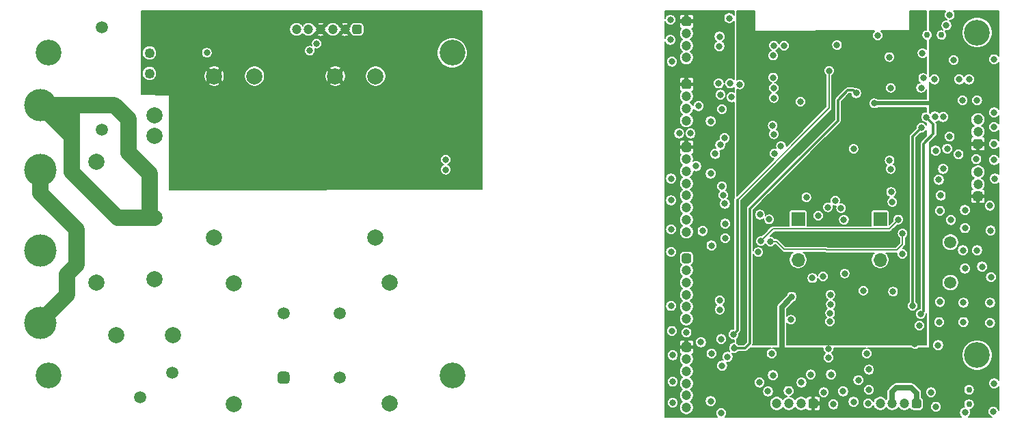
<source format=gbr>
G04 #@! TF.GenerationSoftware,KiCad,Pcbnew,(5.1.6)-1*
G04 #@! TF.CreationDate,2020-08-17T10:20:03+09:00*
G04 #@! TF.ProjectId,spot,73706f74-2e6b-4696-9361-645f70636258,rev?*
G04 #@! TF.SameCoordinates,PX1312d00PYb532b80*
G04 #@! TF.FileFunction,Copper,L2,Inr*
G04 #@! TF.FilePolarity,Positive*
%FSLAX46Y46*%
G04 Gerber Fmt 4.6, Leading zero omitted, Abs format (unit mm)*
G04 Created by KiCad (PCBNEW (5.1.6)-1) date 2020-08-17 10:20:03*
%MOMM*%
%LPD*%
G01*
G04 APERTURE LIST*
G04 #@! TA.AperFunction,ViaPad*
%ADD10C,4.000000*%
G04 #@! TD*
G04 #@! TA.AperFunction,ViaPad*
%ADD11C,1.200000*%
G04 #@! TD*
G04 #@! TA.AperFunction,ViaPad*
%ADD12C,1.500000*%
G04 #@! TD*
G04 #@! TA.AperFunction,ViaPad*
%ADD13C,2.000000*%
G04 #@! TD*
G04 #@! TA.AperFunction,ViaPad*
%ADD14C,3.200000*%
G04 #@! TD*
G04 #@! TA.AperFunction,ViaPad*
%ADD15C,1.250000*%
G04 #@! TD*
G04 #@! TA.AperFunction,ViaPad*
%ADD16C,0.750000*%
G04 #@! TD*
G04 #@! TA.AperFunction,ViaPad*
%ADD17O,1.700000X1.700000*%
G04 #@! TD*
G04 #@! TA.AperFunction,ViaPad*
%ADD18R,1.700000X1.700000*%
G04 #@! TD*
G04 #@! TA.AperFunction,ViaPad*
%ADD19C,0.800000*%
G04 #@! TD*
G04 #@! TA.AperFunction,Conductor*
%ADD20C,0.500000*%
G04 #@! TD*
G04 #@! TA.AperFunction,Conductor*
%ADD21C,0.700000*%
G04 #@! TD*
G04 #@! TA.AperFunction,Conductor*
%ADD22C,0.300000*%
G04 #@! TD*
G04 #@! TA.AperFunction,Conductor*
%ADD23C,0.200000*%
G04 #@! TD*
G04 #@! TA.AperFunction,Conductor*
%ADD24C,2.000000*%
G04 #@! TD*
G04 #@! TA.AperFunction,Conductor*
%ADD25C,1.400000*%
G04 #@! TD*
G04 #@! TA.AperFunction,Conductor*
%ADD26C,0.160000*%
G04 #@! TD*
G04 APERTURE END LIST*
D10*
X3000000Y31000000D03*
X3000000Y12000000D03*
X3000000Y39000000D03*
X3000000Y21000000D03*
D11*
X107000000Y2000000D03*
G04 #@! TA.AperFunction,ViaPad*
G36*
G01*
X112100000Y2300000D02*
X112100000Y1700000D01*
G75*
G02*
X111800000Y1400000I-300000J0D01*
G01*
X111200000Y1400000D01*
G75*
G02*
X110900000Y1700000I0J300000D01*
G01*
X110900000Y2300000D01*
G75*
G02*
X111200000Y2600000I300000J0D01*
G01*
X111800000Y2600000D01*
G75*
G02*
X112100000Y2300000I0J-300000D01*
G01*
G37*
G04 #@! TD.AperFunction*
X110000000Y2000000D03*
X108500000Y2000000D03*
X119100000Y37200000D03*
X119100000Y35700000D03*
G04 #@! TA.AperFunction,ViaPad*
G36*
G01*
X119400000Y33600000D02*
X118800000Y33600000D01*
G75*
G02*
X118500000Y33900000I0J300000D01*
G01*
X118500000Y34500000D01*
G75*
G02*
X118800000Y34800000I300000J0D01*
G01*
X119400000Y34800000D01*
G75*
G02*
X119700000Y34500000I0J-300000D01*
G01*
X119700000Y33900000D01*
G75*
G02*
X119400000Y33600000I-300000J0D01*
G01*
G37*
G04 #@! TD.AperFunction*
X34700000Y48400000D03*
X36200000Y48400000D03*
X37700000Y48400000D03*
G04 #@! TA.AperFunction,ViaPad*
G36*
G01*
X42800000Y48700000D02*
X42800000Y48100000D01*
G75*
G02*
X42500000Y47800000I-300000J0D01*
G01*
X41900000Y47800000D01*
G75*
G02*
X41600000Y48100000I0J300000D01*
G01*
X41600000Y48700000D01*
G75*
G02*
X41900000Y49000000I300000J0D01*
G01*
X42500000Y49000000D01*
G75*
G02*
X42800000Y48700000I0J-300000D01*
G01*
G37*
G04 #@! TD.AperFunction*
X40700000Y48400000D03*
X39200000Y48400000D03*
X119100000Y30700000D03*
X119100000Y29200000D03*
G04 #@! TA.AperFunction,ViaPad*
G36*
G01*
X119400000Y27100000D02*
X118800000Y27100000D01*
G75*
G02*
X118500000Y27400000I0J300000D01*
G01*
X118500000Y28000000D01*
G75*
G02*
X118800000Y28300000I300000J0D01*
G01*
X119400000Y28300000D01*
G75*
G02*
X119700000Y28000000I0J-300000D01*
G01*
X119700000Y27400000D01*
G75*
G02*
X119400000Y27100000I-300000J0D01*
G01*
G37*
G04 #@! TD.AperFunction*
D12*
X10600000Y35950000D03*
X10600000Y48650000D03*
D13*
X9900000Y17000000D03*
X9900000Y32000000D03*
D14*
X119000000Y48000000D03*
X119000000Y8000000D03*
X54000000Y5500000D03*
X4000000Y45500000D03*
X54000000Y45500000D03*
X4000000Y5500000D03*
D12*
X19300000Y5800000D03*
X15300000Y2800000D03*
D13*
X24500000Y42600000D03*
X44500000Y42600000D03*
X24500000Y22600000D03*
X39500000Y42600000D03*
X29500000Y42600000D03*
X44500000Y22600000D03*
X17100000Y37750000D03*
X17100000Y35210000D03*
X17100000Y25050000D03*
X17100000Y17430000D03*
X19400000Y10500000D03*
X12400000Y10500000D03*
D15*
X16500000Y42930000D03*
X16500000Y45470000D03*
D16*
X112800000Y47700000D03*
X114600000Y47700000D03*
X118000000Y3700000D03*
X118000000Y1900000D03*
D12*
X115700000Y22000000D03*
X115700000Y17000000D03*
D17*
X107000000Y22360000D03*
D18*
X107000000Y24900000D03*
D17*
X107000000Y19820000D03*
X96840000Y22360000D03*
D18*
X96840000Y24900000D03*
D17*
X96840000Y19820000D03*
D11*
X94200000Y2000000D03*
G04 #@! TA.AperFunction,ViaPad*
G36*
G01*
X99300000Y2300000D02*
X99300000Y1700000D01*
G75*
G02*
X99000000Y1400000I-300000J0D01*
G01*
X98400000Y1400000D01*
G75*
G02*
X98100000Y1700000I0J300000D01*
G01*
X98100000Y2300000D01*
G75*
G02*
X98400000Y2600000I300000J0D01*
G01*
X99000000Y2600000D01*
G75*
G02*
X99300000Y2300000I0J-300000D01*
G01*
G37*
G04 #@! TD.AperFunction*
X97200000Y2000000D03*
X95700000Y2000000D03*
X83000000Y1500000D03*
X83000000Y3000000D03*
X83000000Y4500000D03*
G04 #@! TA.AperFunction,ViaPad*
G36*
G01*
X82700000Y9600000D02*
X83300000Y9600000D01*
G75*
G02*
X83600000Y9300000I0J-300000D01*
G01*
X83600000Y8700000D01*
G75*
G02*
X83300000Y8400000I-300000J0D01*
G01*
X82700000Y8400000D01*
G75*
G02*
X82400000Y8700000I0J300000D01*
G01*
X82400000Y9300000D01*
G75*
G02*
X82700000Y9600000I300000J0D01*
G01*
G37*
G04 #@! TD.AperFunction*
X83000000Y7500000D03*
X83000000Y6000000D03*
X83000000Y24800000D03*
X83000000Y23300000D03*
X83000000Y26300000D03*
X83000000Y27800000D03*
X83000000Y29300000D03*
G04 #@! TA.AperFunction,ViaPad*
G36*
G01*
X82700000Y34400000D02*
X83300000Y34400000D01*
G75*
G02*
X83600000Y34100000I0J-300000D01*
G01*
X83600000Y33500000D01*
G75*
G02*
X83300000Y33200000I-300000J0D01*
G01*
X82700000Y33200000D01*
G75*
G02*
X82400000Y33500000I0J300000D01*
G01*
X82400000Y34100000D01*
G75*
G02*
X82700000Y34400000I300000J0D01*
G01*
G37*
G04 #@! TD.AperFunction*
X83000000Y32300000D03*
X83000000Y30800000D03*
X83000000Y44900000D03*
G04 #@! TA.AperFunction,ViaPad*
G36*
G01*
X82700000Y50000000D02*
X83300000Y50000000D01*
G75*
G02*
X83600000Y49700000I0J-300000D01*
G01*
X83600000Y49100000D01*
G75*
G02*
X83300000Y48800000I-300000J0D01*
G01*
X82700000Y48800000D01*
G75*
G02*
X82400000Y49100000I0J300000D01*
G01*
X82400000Y49700000D01*
G75*
G02*
X82700000Y50000000I300000J0D01*
G01*
G37*
G04 #@! TD.AperFunction*
X83000000Y47900000D03*
X83000000Y46400000D03*
X83000000Y37100000D03*
G04 #@! TA.AperFunction,ViaPad*
G36*
G01*
X82700000Y42200000D02*
X83300000Y42200000D01*
G75*
G02*
X83600000Y41900000I0J-300000D01*
G01*
X83600000Y41300000D01*
G75*
G02*
X83300000Y41000000I-300000J0D01*
G01*
X82700000Y41000000D01*
G75*
G02*
X82400000Y41300000I0J300000D01*
G01*
X82400000Y41900000D01*
G75*
G02*
X82700000Y42200000I300000J0D01*
G01*
G37*
G04 #@! TD.AperFunction*
X83000000Y40100000D03*
X83000000Y38600000D03*
X83000000Y12500000D03*
X83000000Y14000000D03*
X83000000Y15500000D03*
G04 #@! TA.AperFunction,ViaPad*
G36*
G01*
X82700000Y20600000D02*
X83300000Y20600000D01*
G75*
G02*
X83600000Y20300000I0J-300000D01*
G01*
X83600000Y19700000D01*
G75*
G02*
X83300000Y19400000I-300000J0D01*
G01*
X82700000Y19400000D01*
G75*
G02*
X82400000Y19700000I0J300000D01*
G01*
X82400000Y20300000D01*
G75*
G02*
X82700000Y20600000I300000J0D01*
G01*
G37*
G04 #@! TD.AperFunction*
X83000000Y18500000D03*
X83000000Y17000000D03*
G04 #@! TA.AperFunction,ViaPad*
G36*
G01*
X33475000Y4450000D02*
X32725000Y4450000D01*
G75*
G02*
X32350000Y4825000I0J375000D01*
G01*
X32350000Y5575000D01*
G75*
G02*
X32725000Y5950000I375000J0D01*
G01*
X33475000Y5950000D01*
G75*
G02*
X33850000Y5575000I0J-375000D01*
G01*
X33850000Y4825000D01*
G75*
G02*
X33475000Y4450000I-375000J0D01*
G01*
G37*
G04 #@! TD.AperFunction*
D12*
X40100000Y5200000D03*
X33100000Y13200000D03*
X40100000Y13200000D03*
D13*
X46200000Y17000000D03*
X46200000Y2000000D03*
X26900000Y16900000D03*
X26900000Y1900000D03*
D19*
X51400000Y36800000D03*
X47400000Y32800000D03*
X47400000Y31400000D03*
X31000000Y37000000D03*
X31000000Y35000000D03*
X38000000Y37000000D03*
X35000000Y37000000D03*
X31000000Y41000000D03*
X33000000Y41000000D03*
X37000000Y43000000D03*
X27000000Y44000000D03*
X27000000Y42000000D03*
X22000000Y44000000D03*
X24000000Y40500000D03*
X26000000Y35000000D03*
X24500000Y35000000D03*
X24500000Y37500000D03*
X32500000Y32500000D03*
X32500000Y30500000D03*
X30500000Y30500000D03*
X19500000Y33000000D03*
X22000000Y33000000D03*
X22000000Y30500000D03*
X19500000Y30500000D03*
X25000000Y30500000D03*
X27500000Y30500000D03*
X35000000Y30500000D03*
X37500000Y30500000D03*
X40500000Y30500000D03*
X43500000Y30500000D03*
X57000000Y30000000D03*
X55000000Y30000000D03*
X45000000Y44500000D03*
X26000000Y46500000D03*
X29000000Y46500000D03*
X31500000Y46500000D03*
X33500000Y46500000D03*
X31500000Y44500000D03*
X29000000Y44500000D03*
X25000000Y44500000D03*
X22000000Y46500000D03*
X18000000Y44500000D03*
X16000000Y47500000D03*
X16000000Y49500000D03*
X22000000Y48500000D03*
X16500000Y41000000D03*
X18000000Y41500000D03*
X38000000Y35000000D03*
X39000000Y33000000D03*
X44750000Y37000000D03*
X46200000Y37500000D03*
X45000000Y38500000D03*
X45000000Y48500000D03*
X47500000Y48500000D03*
X49500000Y46500000D03*
X55000000Y41000000D03*
X55500000Y38500000D03*
X55500000Y34500000D03*
X55500000Y32000000D03*
X55500000Y36500000D03*
X45500000Y32000000D03*
X33500000Y35000000D03*
X36000000Y33000000D03*
X37000000Y50000000D03*
X38500000Y50000000D03*
X40000000Y50000000D03*
X41500000Y50000000D03*
X42000000Y43200000D03*
X41600000Y41200000D03*
X46800000Y42500000D03*
X92000000Y8500000D03*
X87625000Y12325000D03*
X106250000Y39225000D03*
X97125000Y39450000D03*
X120500000Y39525000D03*
X114600000Y4025000D03*
X102790000Y8380000D03*
X96050000Y15250000D03*
X88400000Y13100000D03*
X114000000Y21200000D03*
X86650000Y44300000D03*
X87575000Y44975000D03*
X87125000Y13650000D03*
X96275000Y16775000D03*
X95960000Y42170000D03*
X103175000Y37375000D03*
X88300000Y49800000D03*
X107370000Y42640000D03*
X97190000Y40670000D03*
X92450000Y16275000D03*
X95280000Y31970000D03*
X93360000Y29980000D03*
X94090000Y27920000D03*
X92800000Y13300000D03*
X87125000Y14775000D03*
X120725000Y17675000D03*
X119625000Y18975000D03*
X120575000Y26525000D03*
X120675000Y23450000D03*
X101000000Y32500000D03*
X102750000Y31750000D03*
X96750000Y33250000D03*
X114250000Y29750000D03*
X117500000Y23750000D03*
X115750000Y24750000D03*
X117250000Y21000000D03*
X119000000Y21000000D03*
X117500000Y18750000D03*
X110000000Y18250000D03*
X110000000Y16250000D03*
X107500000Y15000000D03*
X107500000Y13750000D03*
X103900000Y10400000D03*
X104500000Y31800000D03*
X114400000Y14600000D03*
X117300000Y14500000D03*
X120600000Y14500000D03*
X120600000Y12000000D03*
X117300000Y12100000D03*
X114300000Y12100000D03*
X121000000Y1000000D03*
X113900000Y1600000D03*
X113300000Y3400000D03*
X105600000Y3700000D03*
X105500000Y2000000D03*
X100900000Y5600000D03*
X100600000Y8800000D03*
X100600000Y7700000D03*
X100300000Y10700000D03*
X101700000Y10700000D03*
X121100000Y4500000D03*
X105600000Y6200000D03*
X104300000Y4900000D03*
X102400000Y3500000D03*
X100000000Y3400000D03*
X101200000Y1900000D03*
X103700000Y2200000D03*
X81100000Y14100000D03*
X81200000Y11000000D03*
X81300000Y8000000D03*
X81300000Y4700000D03*
X81300000Y2100000D03*
X86000000Y2300000D03*
X87300000Y800000D03*
X87800000Y24300000D03*
X87800000Y22500000D03*
X85000000Y23400000D03*
X86100000Y21600000D03*
X81100000Y20800000D03*
X81100000Y23600000D03*
X81100000Y27200000D03*
X81100000Y29900000D03*
X82100000Y35500000D03*
X83500000Y35500000D03*
X84500000Y38900000D03*
X86000000Y37000000D03*
X87400000Y38500000D03*
X87000000Y41700000D03*
X88400000Y41700000D03*
X81000000Y49600000D03*
X81000000Y47100000D03*
X81200000Y44400000D03*
X90400000Y49900000D03*
X90400000Y48600000D03*
X96200000Y47600000D03*
X99800000Y46500000D03*
X103900000Y46500000D03*
X105400000Y46500000D03*
X93800000Y38200000D03*
X95700000Y36800000D03*
X117200000Y39600000D03*
X119000000Y39600000D03*
X118000000Y42200000D03*
X116800000Y42200000D03*
X116100000Y44600000D03*
X121100000Y44700000D03*
X121100000Y38100000D03*
X121100000Y36300000D03*
X121100000Y34200000D03*
X121100000Y32200000D03*
X115600000Y35100000D03*
X115300000Y33600000D03*
X116700000Y32900000D03*
X118900000Y32300000D03*
X121200000Y29900000D03*
X114500000Y27800000D03*
X117500000Y26000000D03*
X114400000Y25900000D03*
X108800000Y22300000D03*
X98300000Y18800000D03*
X95800000Y18100000D03*
X97300000Y17900000D03*
X111300000Y9400000D03*
X93700000Y5500000D03*
X93100000Y3500000D03*
X87300000Y10000000D03*
X86100000Y8200000D03*
X84800000Y9600000D03*
X83000000Y10800000D03*
X91900000Y23400000D03*
X111700000Y50100000D03*
X111700000Y48700000D03*
X115600000Y50200000D03*
X115200000Y48900000D03*
X108400000Y37900000D03*
X102900000Y43200000D03*
X102500000Y41800000D03*
X101750000Y42700000D03*
X88600000Y40000000D03*
X108200000Y47600000D03*
X112000000Y46800000D03*
X107750000Y17000000D03*
X103850000Y15500000D03*
X103850000Y14200000D03*
X103900000Y12900000D03*
X93200000Y11000000D03*
X93700000Y9750000D03*
X97250000Y4600000D03*
X104650000Y22850000D03*
X103850000Y18000000D03*
X98900000Y16400000D03*
X97250000Y11350000D03*
X97850000Y31750000D03*
X99200000Y32950000D03*
X95650000Y3550000D03*
X98400000Y5600000D03*
X88100000Y7800000D03*
X84200000Y31450000D03*
X92040000Y4610000D03*
X89610000Y41580000D03*
X86560000Y32960000D03*
X87180000Y34070000D03*
X113870000Y33360000D03*
X109750000Y20560000D03*
X93720000Y42430000D03*
X93725000Y45150000D03*
X103700000Y33575000D03*
X93810000Y39890000D03*
X101650000Y46475000D03*
X93820000Y41120000D03*
X23600000Y45500000D03*
X104030000Y40490000D03*
X88900000Y8900000D03*
X99330000Y25310000D03*
X112070000Y41150000D03*
X106710000Y47660000D03*
X93420000Y22080000D03*
X109770000Y23080000D03*
X113720000Y42190000D03*
X95110000Y46380000D03*
X87100000Y47500000D03*
X108350000Y28230000D03*
X108130000Y44970000D03*
X95950000Y12400000D03*
X98600000Y17550000D03*
X87080000Y46320000D03*
X93840000Y46400000D03*
X108300000Y41150000D03*
X100800000Y13200000D03*
X99900000Y17750000D03*
X108500000Y27000000D03*
X87225000Y40300000D03*
X97850000Y27560000D03*
X100670000Y43270000D03*
X88850000Y10575000D03*
X93680000Y36470000D03*
X86000000Y30520000D03*
X87400000Y28940000D03*
X93810000Y35400000D03*
X117500000Y875000D03*
X87720000Y34920000D03*
X112230000Y45460000D03*
X114782500Y31107500D03*
X87410000Y6700000D03*
X92200000Y22130000D03*
X109250000Y24820000D03*
X112330000Y42360000D03*
X108170000Y32160000D03*
X113770000Y37600000D03*
X108290000Y31090000D03*
X114790000Y37540000D03*
X87560000Y27840000D03*
X94710000Y33920000D03*
X87760000Y26780000D03*
X93920000Y33020000D03*
X37200000Y46650000D03*
X36350000Y45750000D03*
X53200000Y32250000D03*
X53200000Y31000000D03*
X114175000Y9225000D03*
X105325000Y8200000D03*
X91900000Y20775000D03*
X93550000Y8200000D03*
X108590000Y15870000D03*
X93250000Y24830000D03*
X104900000Y16000000D03*
X92100000Y25420000D03*
X102500000Y24800000D03*
X102600000Y18125000D03*
X100510000Y26340000D03*
X100825000Y15500000D03*
X101440000Y27150000D03*
X100875000Y14300000D03*
X102150000Y26230000D03*
X100750000Y12150000D03*
X111025000Y14100000D03*
X112120000Y36210000D03*
X111850000Y11650000D03*
X112000000Y13075000D03*
X112680000Y37520000D03*
D20*
X106250000Y39225000D02*
X113625000Y39225000D01*
D21*
X96050000Y15250000D02*
X96050000Y15200000D01*
X96050000Y15200000D02*
X94800000Y13950000D01*
X94800000Y13950000D02*
X94800000Y8500000D01*
D22*
X88900000Y8900000D02*
X88900000Y9180000D01*
X90830000Y9455000D02*
X90275000Y8900000D01*
X90830000Y26140000D02*
X90830000Y9455000D01*
X103670000Y40850000D02*
X102980000Y40850000D01*
X90275000Y8900000D02*
X88900000Y8900000D01*
X104030000Y40490000D02*
X103670000Y40850000D01*
X101760000Y39630000D02*
X101760000Y37070000D01*
X102980000Y40850000D02*
X101760000Y39630000D01*
X101760000Y37070000D02*
X90830000Y26140000D01*
D23*
X93420000Y22080000D02*
X94140000Y22080000D01*
X94140000Y22080000D02*
X95090000Y21130000D01*
X95090000Y21130000D02*
X100290000Y21130000D01*
X100290000Y21130000D02*
X100370000Y21050000D01*
X100370000Y21050000D02*
X109060000Y21050000D01*
X109060000Y21050000D02*
X109770000Y21760000D01*
X109770000Y21760000D02*
X109770000Y23080000D01*
D24*
X12150000Y39050000D02*
X13900000Y37300000D01*
X13900000Y37300000D02*
X13900000Y33100000D01*
X16500000Y30500000D02*
X16500000Y25050000D01*
X13900000Y33100000D02*
X16500000Y30500000D01*
X17100000Y25050000D02*
X12550000Y25050000D01*
X12550000Y25050000D02*
X6900000Y30700000D01*
X6900000Y30700000D02*
X6900000Y35100000D01*
X6100000Y38700000D02*
X6450000Y39050000D01*
X3300000Y38700000D02*
X6100000Y38700000D01*
X3150000Y39050000D02*
X6450000Y39050000D01*
X6450000Y39050000D02*
X12150000Y39050000D01*
X6100000Y35900000D02*
X6100000Y38700000D01*
X6100000Y35900000D02*
X3300000Y38700000D01*
X6900000Y35100000D02*
X6100000Y35900000D01*
X6900000Y38600000D02*
X6450000Y39050000D01*
X6900000Y35100000D02*
X6900000Y38600000D01*
D23*
X100670000Y38640000D02*
X100670000Y43270000D01*
X89310000Y27280000D02*
X100670000Y38640000D01*
D22*
X89310000Y11035000D02*
X88850000Y10575000D01*
X89310000Y27280000D02*
X89310000Y11035000D01*
D23*
X92200000Y22130000D02*
X92200000Y22150000D01*
X92200000Y22150000D02*
X92920000Y22870000D01*
X92920000Y22870000D02*
X92930000Y22870000D01*
X92930000Y22870000D02*
X93720000Y23660000D01*
X93720000Y23660000D02*
X108130000Y23660000D01*
X108130000Y23660000D02*
X109250000Y24780000D01*
X109250000Y24780000D02*
X109250000Y24820000D01*
D25*
X3000000Y12000000D02*
X3000000Y12800000D01*
D24*
X3000000Y12000000D02*
X3400000Y12000000D01*
X3000000Y31000000D02*
X3000000Y28100000D01*
X3000000Y28100000D02*
X7500000Y23600000D01*
X7500000Y23600000D02*
X7500000Y19200000D01*
X7500000Y19200000D02*
X6300000Y18000000D01*
X6300000Y18000000D02*
X6300000Y15500000D01*
X6300000Y15500000D02*
X3000000Y12200000D01*
D21*
X111500000Y2000000D02*
X111500000Y3300000D01*
X111500000Y3300000D02*
X110850000Y3950000D01*
X110850000Y3950000D02*
X108975000Y3950000D01*
X108975000Y3950000D02*
X108475000Y3450000D01*
X108475000Y3450000D02*
X108475000Y1925000D01*
D22*
X111025000Y14100000D02*
X111025000Y31475000D01*
X111025000Y35115000D02*
X112120000Y36210000D01*
X111025000Y31475000D02*
X111025000Y35115000D01*
X113590000Y36610000D02*
X112680000Y37520000D01*
X113590000Y35440000D02*
X113590000Y36610000D01*
X112350000Y34200000D02*
X113590000Y35440000D01*
X112000000Y13075000D02*
X112350000Y13425000D01*
X112350000Y13425000D02*
X112350000Y34200000D01*
D26*
G36*
X57695000Y28576746D02*
G01*
X18979830Y28480200D01*
X18971702Y32316974D01*
X52520000Y32316974D01*
X52520000Y32183026D01*
X52546132Y32051651D01*
X52597392Y31927899D01*
X52671810Y31816525D01*
X52766525Y31721810D01*
X52877899Y31647392D01*
X52931958Y31625000D01*
X52877899Y31602608D01*
X52766525Y31528190D01*
X52671810Y31433475D01*
X52597392Y31322101D01*
X52546132Y31198349D01*
X52520000Y31066974D01*
X52520000Y30933026D01*
X52546132Y30801651D01*
X52597392Y30677899D01*
X52671810Y30566525D01*
X52766525Y30471810D01*
X52877899Y30397392D01*
X53001651Y30346132D01*
X53133026Y30320000D01*
X53266974Y30320000D01*
X53398349Y30346132D01*
X53522101Y30397392D01*
X53633475Y30471810D01*
X53728190Y30566525D01*
X53802608Y30677899D01*
X53853868Y30801651D01*
X53880000Y30933026D01*
X53880000Y31066974D01*
X53853868Y31198349D01*
X53802608Y31322101D01*
X53728190Y31433475D01*
X53633475Y31528190D01*
X53522101Y31602608D01*
X53468042Y31625000D01*
X53522101Y31647392D01*
X53633475Y31721810D01*
X53728190Y31816525D01*
X53802608Y31927899D01*
X53853868Y32051651D01*
X53880000Y32183026D01*
X53880000Y32316974D01*
X53853868Y32448349D01*
X53802608Y32572101D01*
X53728190Y32683475D01*
X53633475Y32778190D01*
X53522101Y32852608D01*
X53398349Y32903868D01*
X53266974Y32930000D01*
X53133026Y32930000D01*
X53001651Y32903868D01*
X52877899Y32852608D01*
X52766525Y32778190D01*
X52671810Y32683475D01*
X52597392Y32572101D01*
X52546132Y32448349D01*
X52520000Y32316974D01*
X18971702Y32316974D01*
X18955000Y40200169D01*
X18953430Y40215773D01*
X18948845Y40230771D01*
X18941423Y40244586D01*
X18931449Y40256688D01*
X18919305Y40266612D01*
X18905458Y40273975D01*
X18890441Y40278496D01*
X18876147Y40279992D01*
X15467661Y40328859D01*
X15470301Y41628256D01*
X23768673Y41628256D01*
X23888160Y41468653D01*
X24120632Y41371027D01*
X24367682Y41320630D01*
X24619817Y41319399D01*
X24867348Y41367381D01*
X25100761Y41462732D01*
X25111840Y41468653D01*
X25231327Y41628256D01*
X24500000Y42359584D01*
X23768673Y41628256D01*
X15470301Y41628256D01*
X15473128Y43019135D01*
X15595000Y43019135D01*
X15595000Y42840865D01*
X15629779Y42666021D01*
X15697999Y42501322D01*
X15797041Y42353096D01*
X15923096Y42227041D01*
X16071322Y42127999D01*
X16236021Y42059779D01*
X16410865Y42025000D01*
X16589135Y42025000D01*
X16763979Y42059779D01*
X16928678Y42127999D01*
X17076904Y42227041D01*
X17202959Y42353096D01*
X17287876Y42480183D01*
X23219399Y42480183D01*
X23267381Y42232652D01*
X23362732Y41999239D01*
X23368653Y41988160D01*
X23528256Y41868673D01*
X24259584Y42600000D01*
X24740416Y42600000D01*
X25471744Y41868673D01*
X25631347Y41988160D01*
X25728973Y42220632D01*
X25779370Y42467682D01*
X25780601Y42719817D01*
X25779390Y42726069D01*
X28220000Y42726069D01*
X28220000Y42473931D01*
X28269190Y42226638D01*
X28365679Y41993693D01*
X28505759Y41784048D01*
X28684048Y41605759D01*
X28893693Y41465679D01*
X29126638Y41369190D01*
X29373931Y41320000D01*
X29626069Y41320000D01*
X29873362Y41369190D01*
X30106307Y41465679D01*
X30315952Y41605759D01*
X30338449Y41628256D01*
X38768673Y41628256D01*
X38888160Y41468653D01*
X39120632Y41371027D01*
X39367682Y41320630D01*
X39619817Y41319399D01*
X39867348Y41367381D01*
X40100761Y41462732D01*
X40111840Y41468653D01*
X40231327Y41628256D01*
X39500000Y42359584D01*
X38768673Y41628256D01*
X30338449Y41628256D01*
X30494241Y41784048D01*
X30634321Y41993693D01*
X30730810Y42226638D01*
X30780000Y42473931D01*
X30780000Y42480183D01*
X38219399Y42480183D01*
X38267381Y42232652D01*
X38362732Y41999239D01*
X38368653Y41988160D01*
X38528256Y41868673D01*
X39259584Y42600000D01*
X39740416Y42600000D01*
X40471744Y41868673D01*
X40631347Y41988160D01*
X40728973Y42220632D01*
X40779370Y42467682D01*
X40780601Y42719817D01*
X40779390Y42726069D01*
X43220000Y42726069D01*
X43220000Y42473931D01*
X43269190Y42226638D01*
X43365679Y41993693D01*
X43505759Y41784048D01*
X43684048Y41605759D01*
X43893693Y41465679D01*
X44126638Y41369190D01*
X44373931Y41320000D01*
X44626069Y41320000D01*
X44873362Y41369190D01*
X45106307Y41465679D01*
X45315952Y41605759D01*
X45494241Y41784048D01*
X45634321Y41993693D01*
X45730810Y42226638D01*
X45780000Y42473931D01*
X45780000Y42726069D01*
X45730810Y42973362D01*
X45634321Y43206307D01*
X45494241Y43415952D01*
X45315952Y43594241D01*
X45106307Y43734321D01*
X44873362Y43830810D01*
X44626069Y43880000D01*
X44373931Y43880000D01*
X44126638Y43830810D01*
X43893693Y43734321D01*
X43684048Y43594241D01*
X43505759Y43415952D01*
X43365679Y43206307D01*
X43269190Y42973362D01*
X43220000Y42726069D01*
X40779390Y42726069D01*
X40732619Y42967348D01*
X40637268Y43200761D01*
X40631347Y43211840D01*
X40471744Y43331327D01*
X39740416Y42600000D01*
X39259584Y42600000D01*
X38528256Y43331327D01*
X38368653Y43211840D01*
X38271027Y42979368D01*
X38220630Y42732318D01*
X38219399Y42480183D01*
X30780000Y42480183D01*
X30780000Y42726069D01*
X30730810Y42973362D01*
X30634321Y43206307D01*
X30494241Y43415952D01*
X30338449Y43571744D01*
X38768673Y43571744D01*
X39500000Y42840416D01*
X40231327Y43571744D01*
X40111840Y43731347D01*
X39879368Y43828973D01*
X39632318Y43879370D01*
X39380183Y43880601D01*
X39132652Y43832619D01*
X38899239Y43737268D01*
X38888160Y43731347D01*
X38768673Y43571744D01*
X30338449Y43571744D01*
X30315952Y43594241D01*
X30106307Y43734321D01*
X29873362Y43830810D01*
X29626069Y43880000D01*
X29373931Y43880000D01*
X29126638Y43830810D01*
X28893693Y43734321D01*
X28684048Y43594241D01*
X28505759Y43415952D01*
X28365679Y43206307D01*
X28269190Y42973362D01*
X28220000Y42726069D01*
X25779390Y42726069D01*
X25732619Y42967348D01*
X25637268Y43200761D01*
X25631347Y43211840D01*
X25471744Y43331327D01*
X24740416Y42600000D01*
X24259584Y42600000D01*
X23528256Y43331327D01*
X23368653Y43211840D01*
X23271027Y42979368D01*
X23220630Y42732318D01*
X23219399Y42480183D01*
X17287876Y42480183D01*
X17302001Y42501322D01*
X17370221Y42666021D01*
X17405000Y42840865D01*
X17405000Y43019135D01*
X17370221Y43193979D01*
X17302001Y43358678D01*
X17202959Y43506904D01*
X17138119Y43571744D01*
X23768673Y43571744D01*
X24500000Y42840416D01*
X25231327Y43571744D01*
X25111840Y43731347D01*
X24879368Y43828973D01*
X24632318Y43879370D01*
X24380183Y43880601D01*
X24132652Y43832619D01*
X23899239Y43737268D01*
X23888160Y43731347D01*
X23768673Y43571744D01*
X17138119Y43571744D01*
X17076904Y43632959D01*
X16928678Y43732001D01*
X16763979Y43800221D01*
X16589135Y43835000D01*
X16410865Y43835000D01*
X16236021Y43800221D01*
X16071322Y43732001D01*
X15923096Y43632959D01*
X15797041Y43506904D01*
X15697999Y43358678D01*
X15629779Y43193979D01*
X15595000Y43019135D01*
X15473128Y43019135D01*
X15478290Y45559135D01*
X15595000Y45559135D01*
X15595000Y45380865D01*
X15629779Y45206021D01*
X15697999Y45041322D01*
X15797041Y44893096D01*
X15923096Y44767041D01*
X16071322Y44667999D01*
X16236021Y44599779D01*
X16410865Y44565000D01*
X16589135Y44565000D01*
X16763979Y44599779D01*
X16928678Y44667999D01*
X17076904Y44767041D01*
X17202959Y44893096D01*
X17302001Y45041322D01*
X17370221Y45206021D01*
X17405000Y45380865D01*
X17405000Y45559135D01*
X17403441Y45566974D01*
X22920000Y45566974D01*
X22920000Y45433026D01*
X22946132Y45301651D01*
X22997392Y45177899D01*
X23071810Y45066525D01*
X23166525Y44971810D01*
X23277899Y44897392D01*
X23401651Y44846132D01*
X23533026Y44820000D01*
X23666974Y44820000D01*
X23798349Y44846132D01*
X23922101Y44897392D01*
X24033475Y44971810D01*
X24128190Y45066525D01*
X24202608Y45177899D01*
X24253868Y45301651D01*
X24280000Y45433026D01*
X24280000Y45566974D01*
X24253868Y45698349D01*
X24204732Y45816974D01*
X35670000Y45816974D01*
X35670000Y45683026D01*
X35696132Y45551651D01*
X35747392Y45427899D01*
X35821810Y45316525D01*
X35916525Y45221810D01*
X36027899Y45147392D01*
X36151651Y45096132D01*
X36283026Y45070000D01*
X36416974Y45070000D01*
X36548349Y45096132D01*
X36672101Y45147392D01*
X36783475Y45221810D01*
X36878190Y45316525D01*
X36952608Y45427899D01*
X37003868Y45551651D01*
X37030000Y45683026D01*
X37030000Y45685164D01*
X52120000Y45685164D01*
X52120000Y45314836D01*
X52192247Y44951624D01*
X52333965Y44609486D01*
X52539708Y44301570D01*
X52801570Y44039708D01*
X53109486Y43833965D01*
X53451624Y43692247D01*
X53814836Y43620000D01*
X54185164Y43620000D01*
X54548376Y43692247D01*
X54890514Y43833965D01*
X55198430Y44039708D01*
X55460292Y44301570D01*
X55666035Y44609486D01*
X55807753Y44951624D01*
X55880000Y45314836D01*
X55880000Y45685164D01*
X55807753Y46048376D01*
X55666035Y46390514D01*
X55460292Y46698430D01*
X55198430Y46960292D01*
X54890514Y47166035D01*
X54548376Y47307753D01*
X54185164Y47380000D01*
X53814836Y47380000D01*
X53451624Y47307753D01*
X53109486Y47166035D01*
X52801570Y46960292D01*
X52539708Y46698430D01*
X52333965Y46390514D01*
X52192247Y46048376D01*
X52120000Y45685164D01*
X37030000Y45685164D01*
X37030000Y45816974D01*
X37003868Y45948349D01*
X36980436Y46004920D01*
X37001651Y45996132D01*
X37133026Y45970000D01*
X37266974Y45970000D01*
X37398349Y45996132D01*
X37522101Y46047392D01*
X37633475Y46121810D01*
X37728190Y46216525D01*
X37802608Y46327899D01*
X37853868Y46451651D01*
X37880000Y46583026D01*
X37880000Y46716974D01*
X37853868Y46848349D01*
X37802608Y46972101D01*
X37728190Y47083475D01*
X37633475Y47178190D01*
X37522101Y47252608D01*
X37398349Y47303868D01*
X37266974Y47330000D01*
X37133026Y47330000D01*
X37001651Y47303868D01*
X36877899Y47252608D01*
X36766525Y47178190D01*
X36671810Y47083475D01*
X36597392Y46972101D01*
X36546132Y46848349D01*
X36520000Y46716974D01*
X36520000Y46583026D01*
X36546132Y46451651D01*
X36569564Y46395080D01*
X36548349Y46403868D01*
X36416974Y46430000D01*
X36283026Y46430000D01*
X36151651Y46403868D01*
X36027899Y46352608D01*
X35916525Y46278190D01*
X35821810Y46183475D01*
X35747392Y46072101D01*
X35696132Y45948349D01*
X35670000Y45816974D01*
X24204732Y45816974D01*
X24202608Y45822101D01*
X24128190Y45933475D01*
X24033475Y46028190D01*
X23922101Y46102608D01*
X23798349Y46153868D01*
X23666974Y46180000D01*
X23533026Y46180000D01*
X23401651Y46153868D01*
X23277899Y46102608D01*
X23166525Y46028190D01*
X23071810Y45933475D01*
X22997392Y45822101D01*
X22946132Y45698349D01*
X22920000Y45566974D01*
X17403441Y45566974D01*
X17370221Y45733979D01*
X17302001Y45898678D01*
X17202959Y46046904D01*
X17076904Y46172959D01*
X16928678Y46272001D01*
X16763979Y46340221D01*
X16589135Y46375000D01*
X16410865Y46375000D01*
X16236021Y46340221D01*
X16071322Y46272001D01*
X15923096Y46172959D01*
X15797041Y46046904D01*
X15697999Y45898678D01*
X15629779Y45733979D01*
X15595000Y45559135D01*
X15478290Y45559135D01*
X15484240Y48486672D01*
X33820000Y48486672D01*
X33820000Y48313328D01*
X33853818Y48143313D01*
X33920154Y47983164D01*
X34016459Y47839033D01*
X34139033Y47716459D01*
X34283164Y47620154D01*
X34443313Y47553818D01*
X34613328Y47520000D01*
X34786672Y47520000D01*
X34956687Y47553818D01*
X35116836Y47620154D01*
X35260967Y47716459D01*
X35383541Y47839033D01*
X35450000Y47938496D01*
X35516459Y47839033D01*
X35639033Y47716459D01*
X35783164Y47620154D01*
X35943313Y47553818D01*
X36113328Y47520000D01*
X36286672Y47520000D01*
X36456687Y47553818D01*
X36616836Y47620154D01*
X36760967Y47716459D01*
X36761221Y47716713D01*
X37257129Y47716713D01*
X37327474Y47598041D01*
X37491087Y47540775D01*
X37662728Y47516527D01*
X37835801Y47526232D01*
X38003655Y47569514D01*
X38072526Y47598041D01*
X38142871Y47716713D01*
X37700000Y48159584D01*
X37257129Y47716713D01*
X36761221Y47716713D01*
X36883541Y47839033D01*
X36977845Y47980169D01*
X37016713Y47957129D01*
X37459584Y48400000D01*
X37940416Y48400000D01*
X38383287Y47957129D01*
X38422155Y47980169D01*
X38516459Y47839033D01*
X38639033Y47716459D01*
X38783164Y47620154D01*
X38943313Y47553818D01*
X39113328Y47520000D01*
X39286672Y47520000D01*
X39456687Y47553818D01*
X39616836Y47620154D01*
X39760967Y47716459D01*
X39761221Y47716713D01*
X40257129Y47716713D01*
X40327474Y47598041D01*
X40491087Y47540775D01*
X40662728Y47516527D01*
X40835801Y47526232D01*
X41003655Y47569514D01*
X41072526Y47598041D01*
X41142871Y47716713D01*
X40700000Y48159584D01*
X40257129Y47716713D01*
X39761221Y47716713D01*
X39883541Y47839033D01*
X39977845Y47980169D01*
X40016713Y47957129D01*
X40459584Y48400000D01*
X40940416Y48400000D01*
X41327193Y48013223D01*
X41329817Y47986583D01*
X41362899Y47877525D01*
X41416622Y47777017D01*
X41488921Y47688921D01*
X41577017Y47616622D01*
X41677525Y47562899D01*
X41786583Y47529817D01*
X41900000Y47518646D01*
X42500000Y47518646D01*
X42613417Y47529817D01*
X42722475Y47562899D01*
X42822983Y47616622D01*
X42911079Y47688921D01*
X42983378Y47777017D01*
X43037101Y47877525D01*
X43070183Y47986583D01*
X43081354Y48100000D01*
X43081354Y48700000D01*
X43070183Y48813417D01*
X43037101Y48922475D01*
X42983378Y49022983D01*
X42911079Y49111079D01*
X42822983Y49183378D01*
X42722475Y49237101D01*
X42613417Y49270183D01*
X42500000Y49281354D01*
X41900000Y49281354D01*
X41786583Y49270183D01*
X41677525Y49237101D01*
X41577017Y49183378D01*
X41488921Y49111079D01*
X41416622Y49022983D01*
X41362899Y48922475D01*
X41329817Y48813417D01*
X41327193Y48786777D01*
X40940416Y48400000D01*
X40459584Y48400000D01*
X40016713Y48842871D01*
X39977845Y48819831D01*
X39883541Y48960967D01*
X39761221Y49083287D01*
X40257129Y49083287D01*
X40700000Y48640416D01*
X41142871Y49083287D01*
X41072526Y49201959D01*
X40908913Y49259225D01*
X40737272Y49283473D01*
X40564199Y49273768D01*
X40396345Y49230486D01*
X40327474Y49201959D01*
X40257129Y49083287D01*
X39761221Y49083287D01*
X39760967Y49083541D01*
X39616836Y49179846D01*
X39456687Y49246182D01*
X39286672Y49280000D01*
X39113328Y49280000D01*
X38943313Y49246182D01*
X38783164Y49179846D01*
X38639033Y49083541D01*
X38516459Y48960967D01*
X38422155Y48819831D01*
X38383287Y48842871D01*
X37940416Y48400000D01*
X37459584Y48400000D01*
X37016713Y48842871D01*
X36977845Y48819831D01*
X36883541Y48960967D01*
X36761221Y49083287D01*
X37257129Y49083287D01*
X37700000Y48640416D01*
X38142871Y49083287D01*
X38072526Y49201959D01*
X37908913Y49259225D01*
X37737272Y49283473D01*
X37564199Y49273768D01*
X37396345Y49230486D01*
X37327474Y49201959D01*
X37257129Y49083287D01*
X36761221Y49083287D01*
X36760967Y49083541D01*
X36616836Y49179846D01*
X36456687Y49246182D01*
X36286672Y49280000D01*
X36113328Y49280000D01*
X35943313Y49246182D01*
X35783164Y49179846D01*
X35639033Y49083541D01*
X35516459Y48960967D01*
X35450000Y48861504D01*
X35383541Y48960967D01*
X35260967Y49083541D01*
X35116836Y49179846D01*
X34956687Y49246182D01*
X34786672Y49280000D01*
X34613328Y49280000D01*
X34443313Y49246182D01*
X34283164Y49179846D01*
X34139033Y49083541D01*
X34016459Y48960967D01*
X33920154Y48816836D01*
X33853818Y48656687D01*
X33820000Y48486672D01*
X15484240Y48486672D01*
X15488730Y50695000D01*
X57695000Y50695000D01*
X57695000Y28576746D01*
G37*
X57695000Y28576746D02*
X18979830Y28480200D01*
X18971702Y32316974D01*
X52520000Y32316974D01*
X52520000Y32183026D01*
X52546132Y32051651D01*
X52597392Y31927899D01*
X52671810Y31816525D01*
X52766525Y31721810D01*
X52877899Y31647392D01*
X52931958Y31625000D01*
X52877899Y31602608D01*
X52766525Y31528190D01*
X52671810Y31433475D01*
X52597392Y31322101D01*
X52546132Y31198349D01*
X52520000Y31066974D01*
X52520000Y30933026D01*
X52546132Y30801651D01*
X52597392Y30677899D01*
X52671810Y30566525D01*
X52766525Y30471810D01*
X52877899Y30397392D01*
X53001651Y30346132D01*
X53133026Y30320000D01*
X53266974Y30320000D01*
X53398349Y30346132D01*
X53522101Y30397392D01*
X53633475Y30471810D01*
X53728190Y30566525D01*
X53802608Y30677899D01*
X53853868Y30801651D01*
X53880000Y30933026D01*
X53880000Y31066974D01*
X53853868Y31198349D01*
X53802608Y31322101D01*
X53728190Y31433475D01*
X53633475Y31528190D01*
X53522101Y31602608D01*
X53468042Y31625000D01*
X53522101Y31647392D01*
X53633475Y31721810D01*
X53728190Y31816525D01*
X53802608Y31927899D01*
X53853868Y32051651D01*
X53880000Y32183026D01*
X53880000Y32316974D01*
X53853868Y32448349D01*
X53802608Y32572101D01*
X53728190Y32683475D01*
X53633475Y32778190D01*
X53522101Y32852608D01*
X53398349Y32903868D01*
X53266974Y32930000D01*
X53133026Y32930000D01*
X53001651Y32903868D01*
X52877899Y32852608D01*
X52766525Y32778190D01*
X52671810Y32683475D01*
X52597392Y32572101D01*
X52546132Y32448349D01*
X52520000Y32316974D01*
X18971702Y32316974D01*
X18955000Y40200169D01*
X18953430Y40215773D01*
X18948845Y40230771D01*
X18941423Y40244586D01*
X18931449Y40256688D01*
X18919305Y40266612D01*
X18905458Y40273975D01*
X18890441Y40278496D01*
X18876147Y40279992D01*
X15467661Y40328859D01*
X15470301Y41628256D01*
X23768673Y41628256D01*
X23888160Y41468653D01*
X24120632Y41371027D01*
X24367682Y41320630D01*
X24619817Y41319399D01*
X24867348Y41367381D01*
X25100761Y41462732D01*
X25111840Y41468653D01*
X25231327Y41628256D01*
X24500000Y42359584D01*
X23768673Y41628256D01*
X15470301Y41628256D01*
X15473128Y43019135D01*
X15595000Y43019135D01*
X15595000Y42840865D01*
X15629779Y42666021D01*
X15697999Y42501322D01*
X15797041Y42353096D01*
X15923096Y42227041D01*
X16071322Y42127999D01*
X16236021Y42059779D01*
X16410865Y42025000D01*
X16589135Y42025000D01*
X16763979Y42059779D01*
X16928678Y42127999D01*
X17076904Y42227041D01*
X17202959Y42353096D01*
X17287876Y42480183D01*
X23219399Y42480183D01*
X23267381Y42232652D01*
X23362732Y41999239D01*
X23368653Y41988160D01*
X23528256Y41868673D01*
X24259584Y42600000D01*
X24740416Y42600000D01*
X25471744Y41868673D01*
X25631347Y41988160D01*
X25728973Y42220632D01*
X25779370Y42467682D01*
X25780601Y42719817D01*
X25779390Y42726069D01*
X28220000Y42726069D01*
X28220000Y42473931D01*
X28269190Y42226638D01*
X28365679Y41993693D01*
X28505759Y41784048D01*
X28684048Y41605759D01*
X28893693Y41465679D01*
X29126638Y41369190D01*
X29373931Y41320000D01*
X29626069Y41320000D01*
X29873362Y41369190D01*
X30106307Y41465679D01*
X30315952Y41605759D01*
X30338449Y41628256D01*
X38768673Y41628256D01*
X38888160Y41468653D01*
X39120632Y41371027D01*
X39367682Y41320630D01*
X39619817Y41319399D01*
X39867348Y41367381D01*
X40100761Y41462732D01*
X40111840Y41468653D01*
X40231327Y41628256D01*
X39500000Y42359584D01*
X38768673Y41628256D01*
X30338449Y41628256D01*
X30494241Y41784048D01*
X30634321Y41993693D01*
X30730810Y42226638D01*
X30780000Y42473931D01*
X30780000Y42480183D01*
X38219399Y42480183D01*
X38267381Y42232652D01*
X38362732Y41999239D01*
X38368653Y41988160D01*
X38528256Y41868673D01*
X39259584Y42600000D01*
X39740416Y42600000D01*
X40471744Y41868673D01*
X40631347Y41988160D01*
X40728973Y42220632D01*
X40779370Y42467682D01*
X40780601Y42719817D01*
X40779390Y42726069D01*
X43220000Y42726069D01*
X43220000Y42473931D01*
X43269190Y42226638D01*
X43365679Y41993693D01*
X43505759Y41784048D01*
X43684048Y41605759D01*
X43893693Y41465679D01*
X44126638Y41369190D01*
X44373931Y41320000D01*
X44626069Y41320000D01*
X44873362Y41369190D01*
X45106307Y41465679D01*
X45315952Y41605759D01*
X45494241Y41784048D01*
X45634321Y41993693D01*
X45730810Y42226638D01*
X45780000Y42473931D01*
X45780000Y42726069D01*
X45730810Y42973362D01*
X45634321Y43206307D01*
X45494241Y43415952D01*
X45315952Y43594241D01*
X45106307Y43734321D01*
X44873362Y43830810D01*
X44626069Y43880000D01*
X44373931Y43880000D01*
X44126638Y43830810D01*
X43893693Y43734321D01*
X43684048Y43594241D01*
X43505759Y43415952D01*
X43365679Y43206307D01*
X43269190Y42973362D01*
X43220000Y42726069D01*
X40779390Y42726069D01*
X40732619Y42967348D01*
X40637268Y43200761D01*
X40631347Y43211840D01*
X40471744Y43331327D01*
X39740416Y42600000D01*
X39259584Y42600000D01*
X38528256Y43331327D01*
X38368653Y43211840D01*
X38271027Y42979368D01*
X38220630Y42732318D01*
X38219399Y42480183D01*
X30780000Y42480183D01*
X30780000Y42726069D01*
X30730810Y42973362D01*
X30634321Y43206307D01*
X30494241Y43415952D01*
X30338449Y43571744D01*
X38768673Y43571744D01*
X39500000Y42840416D01*
X40231327Y43571744D01*
X40111840Y43731347D01*
X39879368Y43828973D01*
X39632318Y43879370D01*
X39380183Y43880601D01*
X39132652Y43832619D01*
X38899239Y43737268D01*
X38888160Y43731347D01*
X38768673Y43571744D01*
X30338449Y43571744D01*
X30315952Y43594241D01*
X30106307Y43734321D01*
X29873362Y43830810D01*
X29626069Y43880000D01*
X29373931Y43880000D01*
X29126638Y43830810D01*
X28893693Y43734321D01*
X28684048Y43594241D01*
X28505759Y43415952D01*
X28365679Y43206307D01*
X28269190Y42973362D01*
X28220000Y42726069D01*
X25779390Y42726069D01*
X25732619Y42967348D01*
X25637268Y43200761D01*
X25631347Y43211840D01*
X25471744Y43331327D01*
X24740416Y42600000D01*
X24259584Y42600000D01*
X23528256Y43331327D01*
X23368653Y43211840D01*
X23271027Y42979368D01*
X23220630Y42732318D01*
X23219399Y42480183D01*
X17287876Y42480183D01*
X17302001Y42501322D01*
X17370221Y42666021D01*
X17405000Y42840865D01*
X17405000Y43019135D01*
X17370221Y43193979D01*
X17302001Y43358678D01*
X17202959Y43506904D01*
X17138119Y43571744D01*
X23768673Y43571744D01*
X24500000Y42840416D01*
X25231327Y43571744D01*
X25111840Y43731347D01*
X24879368Y43828973D01*
X24632318Y43879370D01*
X24380183Y43880601D01*
X24132652Y43832619D01*
X23899239Y43737268D01*
X23888160Y43731347D01*
X23768673Y43571744D01*
X17138119Y43571744D01*
X17076904Y43632959D01*
X16928678Y43732001D01*
X16763979Y43800221D01*
X16589135Y43835000D01*
X16410865Y43835000D01*
X16236021Y43800221D01*
X16071322Y43732001D01*
X15923096Y43632959D01*
X15797041Y43506904D01*
X15697999Y43358678D01*
X15629779Y43193979D01*
X15595000Y43019135D01*
X15473128Y43019135D01*
X15478290Y45559135D01*
X15595000Y45559135D01*
X15595000Y45380865D01*
X15629779Y45206021D01*
X15697999Y45041322D01*
X15797041Y44893096D01*
X15923096Y44767041D01*
X16071322Y44667999D01*
X16236021Y44599779D01*
X16410865Y44565000D01*
X16589135Y44565000D01*
X16763979Y44599779D01*
X16928678Y44667999D01*
X17076904Y44767041D01*
X17202959Y44893096D01*
X17302001Y45041322D01*
X17370221Y45206021D01*
X17405000Y45380865D01*
X17405000Y45559135D01*
X17403441Y45566974D01*
X22920000Y45566974D01*
X22920000Y45433026D01*
X22946132Y45301651D01*
X22997392Y45177899D01*
X23071810Y45066525D01*
X23166525Y44971810D01*
X23277899Y44897392D01*
X23401651Y44846132D01*
X23533026Y44820000D01*
X23666974Y44820000D01*
X23798349Y44846132D01*
X23922101Y44897392D01*
X24033475Y44971810D01*
X24128190Y45066525D01*
X24202608Y45177899D01*
X24253868Y45301651D01*
X24280000Y45433026D01*
X24280000Y45566974D01*
X24253868Y45698349D01*
X24204732Y45816974D01*
X35670000Y45816974D01*
X35670000Y45683026D01*
X35696132Y45551651D01*
X35747392Y45427899D01*
X35821810Y45316525D01*
X35916525Y45221810D01*
X36027899Y45147392D01*
X36151651Y45096132D01*
X36283026Y45070000D01*
X36416974Y45070000D01*
X36548349Y45096132D01*
X36672101Y45147392D01*
X36783475Y45221810D01*
X36878190Y45316525D01*
X36952608Y45427899D01*
X37003868Y45551651D01*
X37030000Y45683026D01*
X37030000Y45685164D01*
X52120000Y45685164D01*
X52120000Y45314836D01*
X52192247Y44951624D01*
X52333965Y44609486D01*
X52539708Y44301570D01*
X52801570Y44039708D01*
X53109486Y43833965D01*
X53451624Y43692247D01*
X53814836Y43620000D01*
X54185164Y43620000D01*
X54548376Y43692247D01*
X54890514Y43833965D01*
X55198430Y44039708D01*
X55460292Y44301570D01*
X55666035Y44609486D01*
X55807753Y44951624D01*
X55880000Y45314836D01*
X55880000Y45685164D01*
X55807753Y46048376D01*
X55666035Y46390514D01*
X55460292Y46698430D01*
X55198430Y46960292D01*
X54890514Y47166035D01*
X54548376Y47307753D01*
X54185164Y47380000D01*
X53814836Y47380000D01*
X53451624Y47307753D01*
X53109486Y47166035D01*
X52801570Y46960292D01*
X52539708Y46698430D01*
X52333965Y46390514D01*
X52192247Y46048376D01*
X52120000Y45685164D01*
X37030000Y45685164D01*
X37030000Y45816974D01*
X37003868Y45948349D01*
X36980436Y46004920D01*
X37001651Y45996132D01*
X37133026Y45970000D01*
X37266974Y45970000D01*
X37398349Y45996132D01*
X37522101Y46047392D01*
X37633475Y46121810D01*
X37728190Y46216525D01*
X37802608Y46327899D01*
X37853868Y46451651D01*
X37880000Y46583026D01*
X37880000Y46716974D01*
X37853868Y46848349D01*
X37802608Y46972101D01*
X37728190Y47083475D01*
X37633475Y47178190D01*
X37522101Y47252608D01*
X37398349Y47303868D01*
X37266974Y47330000D01*
X37133026Y47330000D01*
X37001651Y47303868D01*
X36877899Y47252608D01*
X36766525Y47178190D01*
X36671810Y47083475D01*
X36597392Y46972101D01*
X36546132Y46848349D01*
X36520000Y46716974D01*
X36520000Y46583026D01*
X36546132Y46451651D01*
X36569564Y46395080D01*
X36548349Y46403868D01*
X36416974Y46430000D01*
X36283026Y46430000D01*
X36151651Y46403868D01*
X36027899Y46352608D01*
X35916525Y46278190D01*
X35821810Y46183475D01*
X35747392Y46072101D01*
X35696132Y45948349D01*
X35670000Y45816974D01*
X24204732Y45816974D01*
X24202608Y45822101D01*
X24128190Y45933475D01*
X24033475Y46028190D01*
X23922101Y46102608D01*
X23798349Y46153868D01*
X23666974Y46180000D01*
X23533026Y46180000D01*
X23401651Y46153868D01*
X23277899Y46102608D01*
X23166525Y46028190D01*
X23071810Y45933475D01*
X22997392Y45822101D01*
X22946132Y45698349D01*
X22920000Y45566974D01*
X17403441Y45566974D01*
X17370221Y45733979D01*
X17302001Y45898678D01*
X17202959Y46046904D01*
X17076904Y46172959D01*
X16928678Y46272001D01*
X16763979Y46340221D01*
X16589135Y46375000D01*
X16410865Y46375000D01*
X16236021Y46340221D01*
X16071322Y46272001D01*
X15923096Y46172959D01*
X15797041Y46046904D01*
X15697999Y45898678D01*
X15629779Y45733979D01*
X15595000Y45559135D01*
X15478290Y45559135D01*
X15484240Y48486672D01*
X33820000Y48486672D01*
X33820000Y48313328D01*
X33853818Y48143313D01*
X33920154Y47983164D01*
X34016459Y47839033D01*
X34139033Y47716459D01*
X34283164Y47620154D01*
X34443313Y47553818D01*
X34613328Y47520000D01*
X34786672Y47520000D01*
X34956687Y47553818D01*
X35116836Y47620154D01*
X35260967Y47716459D01*
X35383541Y47839033D01*
X35450000Y47938496D01*
X35516459Y47839033D01*
X35639033Y47716459D01*
X35783164Y47620154D01*
X35943313Y47553818D01*
X36113328Y47520000D01*
X36286672Y47520000D01*
X36456687Y47553818D01*
X36616836Y47620154D01*
X36760967Y47716459D01*
X36761221Y47716713D01*
X37257129Y47716713D01*
X37327474Y47598041D01*
X37491087Y47540775D01*
X37662728Y47516527D01*
X37835801Y47526232D01*
X38003655Y47569514D01*
X38072526Y47598041D01*
X38142871Y47716713D01*
X37700000Y48159584D01*
X37257129Y47716713D01*
X36761221Y47716713D01*
X36883541Y47839033D01*
X36977845Y47980169D01*
X37016713Y47957129D01*
X37459584Y48400000D01*
X37940416Y48400000D01*
X38383287Y47957129D01*
X38422155Y47980169D01*
X38516459Y47839033D01*
X38639033Y47716459D01*
X38783164Y47620154D01*
X38943313Y47553818D01*
X39113328Y47520000D01*
X39286672Y47520000D01*
X39456687Y47553818D01*
X39616836Y47620154D01*
X39760967Y47716459D01*
X39761221Y47716713D01*
X40257129Y47716713D01*
X40327474Y47598041D01*
X40491087Y47540775D01*
X40662728Y47516527D01*
X40835801Y47526232D01*
X41003655Y47569514D01*
X41072526Y47598041D01*
X41142871Y47716713D01*
X40700000Y48159584D01*
X40257129Y47716713D01*
X39761221Y47716713D01*
X39883541Y47839033D01*
X39977845Y47980169D01*
X40016713Y47957129D01*
X40459584Y48400000D01*
X40940416Y48400000D01*
X41327193Y48013223D01*
X41329817Y47986583D01*
X41362899Y47877525D01*
X41416622Y47777017D01*
X41488921Y47688921D01*
X41577017Y47616622D01*
X41677525Y47562899D01*
X41786583Y47529817D01*
X41900000Y47518646D01*
X42500000Y47518646D01*
X42613417Y47529817D01*
X42722475Y47562899D01*
X42822983Y47616622D01*
X42911079Y47688921D01*
X42983378Y47777017D01*
X43037101Y47877525D01*
X43070183Y47986583D01*
X43081354Y48100000D01*
X43081354Y48700000D01*
X43070183Y48813417D01*
X43037101Y48922475D01*
X42983378Y49022983D01*
X42911079Y49111079D01*
X42822983Y49183378D01*
X42722475Y49237101D01*
X42613417Y49270183D01*
X42500000Y49281354D01*
X41900000Y49281354D01*
X41786583Y49270183D01*
X41677525Y49237101D01*
X41577017Y49183378D01*
X41488921Y49111079D01*
X41416622Y49022983D01*
X41362899Y48922475D01*
X41329817Y48813417D01*
X41327193Y48786777D01*
X40940416Y48400000D01*
X40459584Y48400000D01*
X40016713Y48842871D01*
X39977845Y48819831D01*
X39883541Y48960967D01*
X39761221Y49083287D01*
X40257129Y49083287D01*
X40700000Y48640416D01*
X41142871Y49083287D01*
X41072526Y49201959D01*
X40908913Y49259225D01*
X40737272Y49283473D01*
X40564199Y49273768D01*
X40396345Y49230486D01*
X40327474Y49201959D01*
X40257129Y49083287D01*
X39761221Y49083287D01*
X39760967Y49083541D01*
X39616836Y49179846D01*
X39456687Y49246182D01*
X39286672Y49280000D01*
X39113328Y49280000D01*
X38943313Y49246182D01*
X38783164Y49179846D01*
X38639033Y49083541D01*
X38516459Y48960967D01*
X38422155Y48819831D01*
X38383287Y48842871D01*
X37940416Y48400000D01*
X37459584Y48400000D01*
X37016713Y48842871D01*
X36977845Y48819831D01*
X36883541Y48960967D01*
X36761221Y49083287D01*
X37257129Y49083287D01*
X37700000Y48640416D01*
X38142871Y49083287D01*
X38072526Y49201959D01*
X37908913Y49259225D01*
X37737272Y49283473D01*
X37564199Y49273768D01*
X37396345Y49230486D01*
X37327474Y49201959D01*
X37257129Y49083287D01*
X36761221Y49083287D01*
X36760967Y49083541D01*
X36616836Y49179846D01*
X36456687Y49246182D01*
X36286672Y49280000D01*
X36113328Y49280000D01*
X35943313Y49246182D01*
X35783164Y49179846D01*
X35639033Y49083541D01*
X35516459Y48960967D01*
X35450000Y48861504D01*
X35383541Y48960967D01*
X35260967Y49083541D01*
X35116836Y49179846D01*
X34956687Y49246182D01*
X34786672Y49280000D01*
X34613328Y49280000D01*
X34443313Y49246182D01*
X34283164Y49179846D01*
X34139033Y49083541D01*
X34016459Y48960967D01*
X33920154Y48816836D01*
X33853818Y48656687D01*
X33820000Y48486672D01*
X15484240Y48486672D01*
X15488730Y50695000D01*
X57695000Y50695000D01*
X57695000Y28576746D01*
D23*
G36*
X88900000Y50162003D02*
G01*
X88843726Y50246224D01*
X88746224Y50343726D01*
X88631574Y50420332D01*
X88504182Y50473099D01*
X88368944Y50500000D01*
X88231056Y50500000D01*
X88095818Y50473099D01*
X87968426Y50420332D01*
X87853776Y50343726D01*
X87756274Y50246224D01*
X87679668Y50131574D01*
X87626901Y50004182D01*
X87600000Y49868944D01*
X87600000Y49731056D01*
X87626901Y49595818D01*
X87679668Y49468426D01*
X87756274Y49353776D01*
X87853776Y49256274D01*
X87968426Y49179668D01*
X88095818Y49126901D01*
X88231056Y49100000D01*
X88368944Y49100000D01*
X88504182Y49126901D01*
X88631574Y49179668D01*
X88746224Y49256274D01*
X88843726Y49353776D01*
X88900000Y49437997D01*
X88900000Y42189950D01*
X88846224Y42243726D01*
X88731574Y42320332D01*
X88604182Y42373099D01*
X88468944Y42400000D01*
X88331056Y42400000D01*
X88195818Y42373099D01*
X88068426Y42320332D01*
X87953776Y42243726D01*
X87856274Y42146224D01*
X87779668Y42031574D01*
X87726901Y41904182D01*
X87700000Y41768944D01*
X87673099Y41904182D01*
X87620332Y42031574D01*
X87543726Y42146224D01*
X87446224Y42243726D01*
X87331574Y42320332D01*
X87204182Y42373099D01*
X87068944Y42400000D01*
X86931056Y42400000D01*
X86795818Y42373099D01*
X86668426Y42320332D01*
X86553776Y42243726D01*
X86456274Y42146224D01*
X86379668Y42031574D01*
X86326901Y41904182D01*
X86300000Y41768944D01*
X86300000Y41631056D01*
X86326901Y41495818D01*
X86379668Y41368426D01*
X86456274Y41253776D01*
X86553776Y41156274D01*
X86668426Y41079668D01*
X86795818Y41026901D01*
X86931056Y41000000D01*
X87068944Y41000000D01*
X87204182Y41026901D01*
X87331574Y41079668D01*
X87446224Y41156274D01*
X87543726Y41253776D01*
X87620332Y41368426D01*
X87673099Y41495818D01*
X87700000Y41631056D01*
X87726901Y41495818D01*
X87779668Y41368426D01*
X87856274Y41253776D01*
X87953776Y41156274D01*
X88068426Y41079668D01*
X88195818Y41026901D01*
X88331056Y41000000D01*
X88468944Y41000000D01*
X88604182Y41026901D01*
X88731574Y41079668D01*
X88846224Y41156274D01*
X88900000Y41210050D01*
X88900000Y40633410D01*
X88804182Y40673099D01*
X88668944Y40700000D01*
X88531056Y40700000D01*
X88395818Y40673099D01*
X88268426Y40620332D01*
X88153776Y40543726D01*
X88056274Y40446224D01*
X87979668Y40331574D01*
X87926901Y40204182D01*
X87900000Y40068944D01*
X87900000Y39931056D01*
X87926901Y39795818D01*
X87979668Y39668426D01*
X88056274Y39553776D01*
X88153776Y39456274D01*
X88268426Y39379668D01*
X88395818Y39326901D01*
X88531056Y39300000D01*
X88668944Y39300000D01*
X88804182Y39326901D01*
X88900000Y39366590D01*
X88900000Y27467552D01*
X88892243Y27453040D01*
X88866511Y27368214D01*
X88860000Y27302104D01*
X88860001Y11275000D01*
X88781056Y11275000D01*
X88645818Y11248099D01*
X88518426Y11195332D01*
X88403776Y11118726D01*
X88306274Y11021224D01*
X88229668Y10906574D01*
X88176901Y10779182D01*
X88150000Y10643944D01*
X88150000Y10506056D01*
X88176901Y10370818D01*
X88229668Y10243426D01*
X88306274Y10128776D01*
X88403776Y10031274D01*
X88518426Y9954668D01*
X88645818Y9901901D01*
X88781056Y9875000D01*
X88900000Y9875000D01*
X88900000Y9632177D01*
X88811786Y9623489D01*
X88726960Y9597757D01*
X88648785Y9555971D01*
X88642995Y9551219D01*
X88568426Y9520332D01*
X88453776Y9443726D01*
X88356274Y9346224D01*
X88279668Y9231574D01*
X88226901Y9104182D01*
X88200000Y8968944D01*
X88200000Y8831056D01*
X88226901Y8695818D01*
X88279668Y8568426D01*
X88356274Y8453776D01*
X88360122Y8449928D01*
X88304182Y8473099D01*
X88168944Y8500000D01*
X88031056Y8500000D01*
X87895818Y8473099D01*
X87768426Y8420332D01*
X87653776Y8343726D01*
X87556274Y8246224D01*
X87479668Y8131574D01*
X87426901Y8004182D01*
X87400000Y7868944D01*
X87400000Y7731056D01*
X87426901Y7595818D01*
X87479668Y7468426D01*
X87532508Y7389345D01*
X87478944Y7400000D01*
X87341056Y7400000D01*
X87205818Y7373099D01*
X87078426Y7320332D01*
X86963776Y7243726D01*
X86866274Y7146224D01*
X86789668Y7031574D01*
X86736901Y6904182D01*
X86710000Y6768944D01*
X86710000Y6631056D01*
X86736901Y6495818D01*
X86789668Y6368426D01*
X86866274Y6253776D01*
X86963776Y6156274D01*
X87078426Y6079668D01*
X87205818Y6026901D01*
X87341056Y6000000D01*
X87478944Y6000000D01*
X87614182Y6026901D01*
X87741574Y6079668D01*
X87856224Y6156274D01*
X87953726Y6253776D01*
X88030332Y6368426D01*
X88083099Y6495818D01*
X88110000Y6631056D01*
X88110000Y6768944D01*
X88083099Y6904182D01*
X88030332Y7031574D01*
X87977492Y7110655D01*
X88031056Y7100000D01*
X88168944Y7100000D01*
X88304182Y7126901D01*
X88431574Y7179668D01*
X88546224Y7256274D01*
X88643726Y7353776D01*
X88720332Y7468426D01*
X88773099Y7595818D01*
X88800000Y7731056D01*
X88800000Y7868944D01*
X88773099Y8004182D01*
X88720332Y8131574D01*
X88643726Y8246224D01*
X88639878Y8250072D01*
X88695818Y8226901D01*
X88831056Y8200000D01*
X88968944Y8200000D01*
X89104182Y8226901D01*
X89231574Y8279668D01*
X89346224Y8356274D01*
X89439950Y8450000D01*
X90252906Y8450000D01*
X90275000Y8447824D01*
X90297094Y8450000D01*
X90297105Y8450000D01*
X90363215Y8456511D01*
X90448041Y8482243D01*
X90526216Y8524029D01*
X90594737Y8580263D01*
X90608828Y8597433D01*
X90911396Y8900000D01*
X93481056Y8900000D01*
X93345818Y8873099D01*
X93218426Y8820332D01*
X93103776Y8743726D01*
X93006274Y8646224D01*
X92929668Y8531574D01*
X92876901Y8404182D01*
X92850000Y8268944D01*
X92850000Y8131056D01*
X92876901Y7995818D01*
X92929668Y7868426D01*
X93006274Y7753776D01*
X93103776Y7656274D01*
X93218426Y7579668D01*
X93345818Y7526901D01*
X93481056Y7500000D01*
X93618944Y7500000D01*
X93754182Y7526901D01*
X93881574Y7579668D01*
X93996224Y7656274D01*
X94093726Y7753776D01*
X94170332Y7868426D01*
X94223099Y7995818D01*
X94250000Y8131056D01*
X94250000Y8268944D01*
X94223099Y8404182D01*
X94170332Y8531574D01*
X94093726Y8646224D01*
X93996224Y8743726D01*
X93881574Y8820332D01*
X93754182Y8873099D01*
X93618944Y8900000D01*
X99906178Y8900000D01*
X99900000Y8868944D01*
X99900000Y8731056D01*
X99926901Y8595818D01*
X99979668Y8468426D01*
X100056274Y8353776D01*
X100153776Y8256274D01*
X100163166Y8250000D01*
X100153776Y8243726D01*
X100056274Y8146224D01*
X99979668Y8031574D01*
X99926901Y7904182D01*
X99900000Y7768944D01*
X99900000Y7631056D01*
X99926901Y7495818D01*
X99979668Y7368426D01*
X100056274Y7253776D01*
X100153776Y7156274D01*
X100268426Y7079668D01*
X100395818Y7026901D01*
X100531056Y7000000D01*
X100668944Y7000000D01*
X100804182Y7026901D01*
X100931574Y7079668D01*
X101046224Y7156274D01*
X101143726Y7253776D01*
X101220332Y7368426D01*
X101273099Y7495818D01*
X101300000Y7631056D01*
X101300000Y7768944D01*
X101273099Y7904182D01*
X101220332Y8031574D01*
X101143726Y8146224D01*
X101046224Y8243726D01*
X101036834Y8250000D01*
X101046224Y8256274D01*
X101143726Y8353776D01*
X101220332Y8468426D01*
X101273099Y8595818D01*
X101300000Y8731056D01*
X101300000Y8868944D01*
X101293822Y8900000D01*
X105256056Y8900000D01*
X105120818Y8873099D01*
X104993426Y8820332D01*
X104878776Y8743726D01*
X104781274Y8646224D01*
X104704668Y8531574D01*
X104651901Y8404182D01*
X104625000Y8268944D01*
X104625000Y8131056D01*
X104651901Y7995818D01*
X104704668Y7868426D01*
X104781274Y7753776D01*
X104878776Y7656274D01*
X104993426Y7579668D01*
X105120818Y7526901D01*
X105256056Y7500000D01*
X105393944Y7500000D01*
X105529182Y7526901D01*
X105656574Y7579668D01*
X105771224Y7656274D01*
X105868726Y7753776D01*
X105945332Y7868426D01*
X105998099Y7995818D01*
X106025000Y8131056D01*
X106025000Y8187134D01*
X117100000Y8187134D01*
X117100000Y7812866D01*
X117173016Y7445791D01*
X117316242Y7100013D01*
X117524174Y6788821D01*
X117788821Y6524174D01*
X118100013Y6316242D01*
X118445791Y6173016D01*
X118812866Y6100000D01*
X119187134Y6100000D01*
X119554209Y6173016D01*
X119899987Y6316242D01*
X120211179Y6524174D01*
X120475826Y6788821D01*
X120683758Y7100013D01*
X120826984Y7445791D01*
X120900000Y7812866D01*
X120900000Y8187134D01*
X120826984Y8554209D01*
X120683758Y8899987D01*
X120475826Y9211179D01*
X120211179Y9475826D01*
X119899987Y9683758D01*
X119554209Y9826984D01*
X119187134Y9900000D01*
X118812866Y9900000D01*
X118445791Y9826984D01*
X118100013Y9683758D01*
X117788821Y9475826D01*
X117524174Y9211179D01*
X117316242Y8899987D01*
X117173016Y8554209D01*
X117100000Y8187134D01*
X106025000Y8187134D01*
X106025000Y8268944D01*
X105998099Y8404182D01*
X105945332Y8531574D01*
X105868726Y8646224D01*
X105771224Y8743726D01*
X105656574Y8820332D01*
X105529182Y8873099D01*
X105393944Y8900000D01*
X110810050Y8900000D01*
X110853776Y8856274D01*
X110968426Y8779668D01*
X111095818Y8726901D01*
X111231056Y8700000D01*
X111368944Y8700000D01*
X111504182Y8726901D01*
X111631574Y8779668D01*
X111746224Y8856274D01*
X111789950Y8900000D01*
X113000000Y8900000D01*
X113019509Y8901921D01*
X113038268Y8907612D01*
X113055557Y8916853D01*
X113070711Y8929289D01*
X113083147Y8944443D01*
X113092388Y8961732D01*
X113098079Y8980491D01*
X113100000Y9000000D01*
X113100000Y9293944D01*
X113475000Y9293944D01*
X113475000Y9156056D01*
X113501901Y9020818D01*
X113554668Y8893426D01*
X113631274Y8778776D01*
X113728776Y8681274D01*
X113843426Y8604668D01*
X113970818Y8551901D01*
X114106056Y8525000D01*
X114243944Y8525000D01*
X114379182Y8551901D01*
X114506574Y8604668D01*
X114621224Y8681274D01*
X114718726Y8778776D01*
X114795332Y8893426D01*
X114848099Y9020818D01*
X114875000Y9156056D01*
X114875000Y9293944D01*
X114848099Y9429182D01*
X114795332Y9556574D01*
X114718726Y9671224D01*
X114621224Y9768726D01*
X114506574Y9845332D01*
X114379182Y9898099D01*
X114243944Y9925000D01*
X114106056Y9925000D01*
X113970818Y9898099D01*
X113843426Y9845332D01*
X113728776Y9768726D01*
X113631274Y9671224D01*
X113554668Y9556574D01*
X113501901Y9429182D01*
X113475000Y9293944D01*
X113100000Y9293944D01*
X113100000Y12168944D01*
X113600000Y12168944D01*
X113600000Y12031056D01*
X113626901Y11895818D01*
X113679668Y11768426D01*
X113756274Y11653776D01*
X113853776Y11556274D01*
X113968426Y11479668D01*
X114095818Y11426901D01*
X114231056Y11400000D01*
X114368944Y11400000D01*
X114504182Y11426901D01*
X114631574Y11479668D01*
X114746224Y11556274D01*
X114843726Y11653776D01*
X114920332Y11768426D01*
X114973099Y11895818D01*
X115000000Y12031056D01*
X115000000Y12168944D01*
X116600000Y12168944D01*
X116600000Y12031056D01*
X116626901Y11895818D01*
X116679668Y11768426D01*
X116756274Y11653776D01*
X116853776Y11556274D01*
X116968426Y11479668D01*
X117095818Y11426901D01*
X117231056Y11400000D01*
X117368944Y11400000D01*
X117504182Y11426901D01*
X117631574Y11479668D01*
X117746224Y11556274D01*
X117843726Y11653776D01*
X117920332Y11768426D01*
X117973099Y11895818D01*
X118000000Y12031056D01*
X118000000Y12068944D01*
X119900000Y12068944D01*
X119900000Y11931056D01*
X119926901Y11795818D01*
X119979668Y11668426D01*
X120056274Y11553776D01*
X120153776Y11456274D01*
X120268426Y11379668D01*
X120395818Y11326901D01*
X120531056Y11300000D01*
X120668944Y11300000D01*
X120804182Y11326901D01*
X120931574Y11379668D01*
X121046224Y11456274D01*
X121143726Y11553776D01*
X121220332Y11668426D01*
X121273099Y11795818D01*
X121300000Y11931056D01*
X121300000Y12068944D01*
X121273099Y12204182D01*
X121220332Y12331574D01*
X121143726Y12446224D01*
X121046224Y12543726D01*
X120931574Y12620332D01*
X120804182Y12673099D01*
X120668944Y12700000D01*
X120531056Y12700000D01*
X120395818Y12673099D01*
X120268426Y12620332D01*
X120153776Y12543726D01*
X120056274Y12446224D01*
X119979668Y12331574D01*
X119926901Y12204182D01*
X119900000Y12068944D01*
X118000000Y12068944D01*
X118000000Y12168944D01*
X117973099Y12304182D01*
X117920332Y12431574D01*
X117843726Y12546224D01*
X117746224Y12643726D01*
X117631574Y12720332D01*
X117504182Y12773099D01*
X117368944Y12800000D01*
X117231056Y12800000D01*
X117095818Y12773099D01*
X116968426Y12720332D01*
X116853776Y12643726D01*
X116756274Y12546224D01*
X116679668Y12431574D01*
X116626901Y12304182D01*
X116600000Y12168944D01*
X115000000Y12168944D01*
X114973099Y12304182D01*
X114920332Y12431574D01*
X114843726Y12546224D01*
X114746224Y12643726D01*
X114631574Y12720332D01*
X114504182Y12773099D01*
X114368944Y12800000D01*
X114231056Y12800000D01*
X114095818Y12773099D01*
X113968426Y12720332D01*
X113853776Y12643726D01*
X113756274Y12546224D01*
X113679668Y12431574D01*
X113626901Y12304182D01*
X113600000Y12168944D01*
X113100000Y12168944D01*
X113100000Y14668944D01*
X113700000Y14668944D01*
X113700000Y14531056D01*
X113726901Y14395818D01*
X113779668Y14268426D01*
X113856274Y14153776D01*
X113953776Y14056274D01*
X114068426Y13979668D01*
X114195818Y13926901D01*
X114331056Y13900000D01*
X114468944Y13900000D01*
X114604182Y13926901D01*
X114731574Y13979668D01*
X114846224Y14056274D01*
X114943726Y14153776D01*
X115020332Y14268426D01*
X115073099Y14395818D01*
X115100000Y14531056D01*
X115100000Y14568944D01*
X116600000Y14568944D01*
X116600000Y14431056D01*
X116626901Y14295818D01*
X116679668Y14168426D01*
X116756274Y14053776D01*
X116853776Y13956274D01*
X116968426Y13879668D01*
X117095818Y13826901D01*
X117231056Y13800000D01*
X117368944Y13800000D01*
X117504182Y13826901D01*
X117631574Y13879668D01*
X117746224Y13956274D01*
X117843726Y14053776D01*
X117920332Y14168426D01*
X117973099Y14295818D01*
X118000000Y14431056D01*
X118000000Y14568944D01*
X119900000Y14568944D01*
X119900000Y14431056D01*
X119926901Y14295818D01*
X119979668Y14168426D01*
X120056274Y14053776D01*
X120153776Y13956274D01*
X120268426Y13879668D01*
X120395818Y13826901D01*
X120531056Y13800000D01*
X120668944Y13800000D01*
X120804182Y13826901D01*
X120931574Y13879668D01*
X121046224Y13956274D01*
X121143726Y14053776D01*
X121220332Y14168426D01*
X121273099Y14295818D01*
X121300000Y14431056D01*
X121300000Y14568944D01*
X121273099Y14704182D01*
X121220332Y14831574D01*
X121143726Y14946224D01*
X121046224Y15043726D01*
X120931574Y15120332D01*
X120804182Y15173099D01*
X120668944Y15200000D01*
X120531056Y15200000D01*
X120395818Y15173099D01*
X120268426Y15120332D01*
X120153776Y15043726D01*
X120056274Y14946224D01*
X119979668Y14831574D01*
X119926901Y14704182D01*
X119900000Y14568944D01*
X118000000Y14568944D01*
X117973099Y14704182D01*
X117920332Y14831574D01*
X117843726Y14946224D01*
X117746224Y15043726D01*
X117631574Y15120332D01*
X117504182Y15173099D01*
X117368944Y15200000D01*
X117231056Y15200000D01*
X117095818Y15173099D01*
X116968426Y15120332D01*
X116853776Y15043726D01*
X116756274Y14946224D01*
X116679668Y14831574D01*
X116626901Y14704182D01*
X116600000Y14568944D01*
X115100000Y14568944D01*
X115100000Y14668944D01*
X115073099Y14804182D01*
X115020332Y14931574D01*
X114943726Y15046224D01*
X114846224Y15143726D01*
X114731574Y15220332D01*
X114604182Y15273099D01*
X114468944Y15300000D01*
X114331056Y15300000D01*
X114195818Y15273099D01*
X114068426Y15220332D01*
X113953776Y15143726D01*
X113856274Y15046224D01*
X113779668Y14931574D01*
X113726901Y14804182D01*
X113700000Y14668944D01*
X113100000Y14668944D01*
X113100000Y17103416D01*
X114650000Y17103416D01*
X114650000Y16896584D01*
X114690350Y16693726D01*
X114769502Y16502638D01*
X114884411Y16330664D01*
X115030664Y16184411D01*
X115202638Y16069502D01*
X115393726Y15990350D01*
X115596584Y15950000D01*
X115803416Y15950000D01*
X116006274Y15990350D01*
X116197362Y16069502D01*
X116369336Y16184411D01*
X116515589Y16330664D01*
X116630498Y16502638D01*
X116709650Y16693726D01*
X116750000Y16896584D01*
X116750000Y17103416D01*
X116709650Y17306274D01*
X116630498Y17497362D01*
X116515589Y17669336D01*
X116440981Y17743944D01*
X120025000Y17743944D01*
X120025000Y17606056D01*
X120051901Y17470818D01*
X120104668Y17343426D01*
X120181274Y17228776D01*
X120278776Y17131274D01*
X120393426Y17054668D01*
X120520818Y17001901D01*
X120656056Y16975000D01*
X120793944Y16975000D01*
X120929182Y17001901D01*
X121056574Y17054668D01*
X121171224Y17131274D01*
X121268726Y17228776D01*
X121345332Y17343426D01*
X121398099Y17470818D01*
X121425000Y17606056D01*
X121425000Y17743944D01*
X121398099Y17879182D01*
X121345332Y18006574D01*
X121268726Y18121224D01*
X121171224Y18218726D01*
X121056574Y18295332D01*
X120929182Y18348099D01*
X120793944Y18375000D01*
X120656056Y18375000D01*
X120520818Y18348099D01*
X120393426Y18295332D01*
X120278776Y18218726D01*
X120181274Y18121224D01*
X120104668Y18006574D01*
X120051901Y17879182D01*
X120025000Y17743944D01*
X116440981Y17743944D01*
X116369336Y17815589D01*
X116197362Y17930498D01*
X116006274Y18009650D01*
X115803416Y18050000D01*
X115596584Y18050000D01*
X115393726Y18009650D01*
X115202638Y17930498D01*
X115030664Y17815589D01*
X114884411Y17669336D01*
X114769502Y17497362D01*
X114690350Y17306274D01*
X114650000Y17103416D01*
X113100000Y17103416D01*
X113100000Y18818944D01*
X116800000Y18818944D01*
X116800000Y18681056D01*
X116826901Y18545818D01*
X116879668Y18418426D01*
X116956274Y18303776D01*
X117053776Y18206274D01*
X117168426Y18129668D01*
X117295818Y18076901D01*
X117431056Y18050000D01*
X117568944Y18050000D01*
X117704182Y18076901D01*
X117831574Y18129668D01*
X117946224Y18206274D01*
X118043726Y18303776D01*
X118120332Y18418426D01*
X118173099Y18545818D01*
X118200000Y18681056D01*
X118200000Y18818944D01*
X118173099Y18954182D01*
X118135919Y19043944D01*
X118925000Y19043944D01*
X118925000Y18906056D01*
X118951901Y18770818D01*
X119004668Y18643426D01*
X119081274Y18528776D01*
X119178776Y18431274D01*
X119293426Y18354668D01*
X119420818Y18301901D01*
X119556056Y18275000D01*
X119693944Y18275000D01*
X119829182Y18301901D01*
X119956574Y18354668D01*
X120071224Y18431274D01*
X120168726Y18528776D01*
X120245332Y18643426D01*
X120298099Y18770818D01*
X120325000Y18906056D01*
X120325000Y19043944D01*
X120298099Y19179182D01*
X120245332Y19306574D01*
X120168726Y19421224D01*
X120071224Y19518726D01*
X119956574Y19595332D01*
X119829182Y19648099D01*
X119693944Y19675000D01*
X119556056Y19675000D01*
X119420818Y19648099D01*
X119293426Y19595332D01*
X119178776Y19518726D01*
X119081274Y19421224D01*
X119004668Y19306574D01*
X118951901Y19179182D01*
X118925000Y19043944D01*
X118135919Y19043944D01*
X118120332Y19081574D01*
X118043726Y19196224D01*
X117946224Y19293726D01*
X117831574Y19370332D01*
X117704182Y19423099D01*
X117568944Y19450000D01*
X117431056Y19450000D01*
X117295818Y19423099D01*
X117168426Y19370332D01*
X117053776Y19293726D01*
X116956274Y19196224D01*
X116879668Y19081574D01*
X116826901Y18954182D01*
X116800000Y18818944D01*
X113100000Y18818944D01*
X113100000Y22103416D01*
X114650000Y22103416D01*
X114650000Y21896584D01*
X114690350Y21693726D01*
X114769502Y21502638D01*
X114884411Y21330664D01*
X115030664Y21184411D01*
X115202638Y21069502D01*
X115393726Y20990350D01*
X115596584Y20950000D01*
X115803416Y20950000D01*
X116006274Y20990350D01*
X116196014Y21068944D01*
X116550000Y21068944D01*
X116550000Y20931056D01*
X116576901Y20795818D01*
X116629668Y20668426D01*
X116706274Y20553776D01*
X116803776Y20456274D01*
X116918426Y20379668D01*
X117045818Y20326901D01*
X117181056Y20300000D01*
X117318944Y20300000D01*
X117454182Y20326901D01*
X117581574Y20379668D01*
X117696224Y20456274D01*
X117793726Y20553776D01*
X117870332Y20668426D01*
X117923099Y20795818D01*
X117950000Y20931056D01*
X117950000Y21068944D01*
X118300000Y21068944D01*
X118300000Y20931056D01*
X118326901Y20795818D01*
X118379668Y20668426D01*
X118456274Y20553776D01*
X118553776Y20456274D01*
X118668426Y20379668D01*
X118795818Y20326901D01*
X118931056Y20300000D01*
X119068944Y20300000D01*
X119204182Y20326901D01*
X119331574Y20379668D01*
X119446224Y20456274D01*
X119543726Y20553776D01*
X119620332Y20668426D01*
X119673099Y20795818D01*
X119700000Y20931056D01*
X119700000Y21068944D01*
X119673099Y21204182D01*
X119620332Y21331574D01*
X119543726Y21446224D01*
X119446224Y21543726D01*
X119331574Y21620332D01*
X119204182Y21673099D01*
X119068944Y21700000D01*
X118931056Y21700000D01*
X118795818Y21673099D01*
X118668426Y21620332D01*
X118553776Y21543726D01*
X118456274Y21446224D01*
X118379668Y21331574D01*
X118326901Y21204182D01*
X118300000Y21068944D01*
X117950000Y21068944D01*
X117923099Y21204182D01*
X117870332Y21331574D01*
X117793726Y21446224D01*
X117696224Y21543726D01*
X117581574Y21620332D01*
X117454182Y21673099D01*
X117318944Y21700000D01*
X117181056Y21700000D01*
X117045818Y21673099D01*
X116918426Y21620332D01*
X116803776Y21543726D01*
X116706274Y21446224D01*
X116629668Y21331574D01*
X116576901Y21204182D01*
X116550000Y21068944D01*
X116196014Y21068944D01*
X116197362Y21069502D01*
X116369336Y21184411D01*
X116515589Y21330664D01*
X116630498Y21502638D01*
X116709650Y21693726D01*
X116750000Y21896584D01*
X116750000Y22103416D01*
X116709650Y22306274D01*
X116630498Y22497362D01*
X116515589Y22669336D01*
X116369336Y22815589D01*
X116197362Y22930498D01*
X116006274Y23009650D01*
X115803416Y23050000D01*
X115596584Y23050000D01*
X115393726Y23009650D01*
X115202638Y22930498D01*
X115030664Y22815589D01*
X114884411Y22669336D01*
X114769502Y22497362D01*
X114690350Y22306274D01*
X114650000Y22103416D01*
X113100000Y22103416D01*
X113100000Y23818944D01*
X116800000Y23818944D01*
X116800000Y23681056D01*
X116826901Y23545818D01*
X116879668Y23418426D01*
X116956274Y23303776D01*
X117053776Y23206274D01*
X117168426Y23129668D01*
X117295818Y23076901D01*
X117431056Y23050000D01*
X117568944Y23050000D01*
X117704182Y23076901D01*
X117831574Y23129668D01*
X117946224Y23206274D01*
X118043726Y23303776D01*
X118120332Y23418426D01*
X118161967Y23518944D01*
X119975000Y23518944D01*
X119975000Y23381056D01*
X120001901Y23245818D01*
X120054668Y23118426D01*
X120131274Y23003776D01*
X120228776Y22906274D01*
X120343426Y22829668D01*
X120470818Y22776901D01*
X120606056Y22750000D01*
X120743944Y22750000D01*
X120879182Y22776901D01*
X121006574Y22829668D01*
X121121224Y22906274D01*
X121218726Y23003776D01*
X121295332Y23118426D01*
X121348099Y23245818D01*
X121375000Y23381056D01*
X121375000Y23518944D01*
X121348099Y23654182D01*
X121295332Y23781574D01*
X121218726Y23896224D01*
X121121224Y23993726D01*
X121006574Y24070332D01*
X120879182Y24123099D01*
X120743944Y24150000D01*
X120606056Y24150000D01*
X120470818Y24123099D01*
X120343426Y24070332D01*
X120228776Y23993726D01*
X120131274Y23896224D01*
X120054668Y23781574D01*
X120001901Y23654182D01*
X119975000Y23518944D01*
X118161967Y23518944D01*
X118173099Y23545818D01*
X118200000Y23681056D01*
X118200000Y23818944D01*
X118173099Y23954182D01*
X118120332Y24081574D01*
X118043726Y24196224D01*
X117946224Y24293726D01*
X117831574Y24370332D01*
X117704182Y24423099D01*
X117568944Y24450000D01*
X117431056Y24450000D01*
X117295818Y24423099D01*
X117168426Y24370332D01*
X117053776Y24293726D01*
X116956274Y24196224D01*
X116879668Y24081574D01*
X116826901Y23954182D01*
X116800000Y23818944D01*
X113100000Y23818944D01*
X113100000Y24818944D01*
X115050000Y24818944D01*
X115050000Y24681056D01*
X115076901Y24545818D01*
X115129668Y24418426D01*
X115206274Y24303776D01*
X115303776Y24206274D01*
X115418426Y24129668D01*
X115545818Y24076901D01*
X115681056Y24050000D01*
X115818944Y24050000D01*
X115954182Y24076901D01*
X116081574Y24129668D01*
X116196224Y24206274D01*
X116293726Y24303776D01*
X116370332Y24418426D01*
X116423099Y24545818D01*
X116450000Y24681056D01*
X116450000Y24818944D01*
X116423099Y24954182D01*
X116370332Y25081574D01*
X116293726Y25196224D01*
X116196224Y25293726D01*
X116081574Y25370332D01*
X115954182Y25423099D01*
X115818944Y25450000D01*
X115681056Y25450000D01*
X115545818Y25423099D01*
X115418426Y25370332D01*
X115303776Y25293726D01*
X115206274Y25196224D01*
X115129668Y25081574D01*
X115076901Y24954182D01*
X115050000Y24818944D01*
X113100000Y24818944D01*
X113100000Y25968944D01*
X113700000Y25968944D01*
X113700000Y25831056D01*
X113726901Y25695818D01*
X113779668Y25568426D01*
X113856274Y25453776D01*
X113953776Y25356274D01*
X114068426Y25279668D01*
X114195818Y25226901D01*
X114331056Y25200000D01*
X114468944Y25200000D01*
X114604182Y25226901D01*
X114731574Y25279668D01*
X114846224Y25356274D01*
X114943726Y25453776D01*
X115020332Y25568426D01*
X115073099Y25695818D01*
X115100000Y25831056D01*
X115100000Y25968944D01*
X115080109Y26068944D01*
X116800000Y26068944D01*
X116800000Y25931056D01*
X116826901Y25795818D01*
X116879668Y25668426D01*
X116956274Y25553776D01*
X117053776Y25456274D01*
X117168426Y25379668D01*
X117295818Y25326901D01*
X117431056Y25300000D01*
X117568944Y25300000D01*
X117704182Y25326901D01*
X117831574Y25379668D01*
X117946224Y25456274D01*
X118043726Y25553776D01*
X118120332Y25668426D01*
X118173099Y25795818D01*
X118200000Y25931056D01*
X118200000Y26068944D01*
X118173099Y26204182D01*
X118120332Y26331574D01*
X118043726Y26446224D01*
X117946224Y26543726D01*
X117871067Y26593944D01*
X119875000Y26593944D01*
X119875000Y26456056D01*
X119901901Y26320818D01*
X119954668Y26193426D01*
X120031274Y26078776D01*
X120128776Y25981274D01*
X120243426Y25904668D01*
X120370818Y25851901D01*
X120506056Y25825000D01*
X120643944Y25825000D01*
X120779182Y25851901D01*
X120906574Y25904668D01*
X121021224Y25981274D01*
X121118726Y26078776D01*
X121195332Y26193426D01*
X121248099Y26320818D01*
X121275000Y26456056D01*
X121275000Y26593944D01*
X121248099Y26729182D01*
X121195332Y26856574D01*
X121118726Y26971224D01*
X121021224Y27068726D01*
X120906574Y27145332D01*
X120779182Y27198099D01*
X120643944Y27225000D01*
X120506056Y27225000D01*
X120370818Y27198099D01*
X120243426Y27145332D01*
X120128776Y27068726D01*
X120031274Y26971224D01*
X119954668Y26856574D01*
X119901901Y26729182D01*
X119875000Y26593944D01*
X117871067Y26593944D01*
X117831574Y26620332D01*
X117704182Y26673099D01*
X117568944Y26700000D01*
X117431056Y26700000D01*
X117295818Y26673099D01*
X117168426Y26620332D01*
X117053776Y26543726D01*
X116956274Y26446224D01*
X116879668Y26331574D01*
X116826901Y26204182D01*
X116800000Y26068944D01*
X115080109Y26068944D01*
X115073099Y26104182D01*
X115020332Y26231574D01*
X114943726Y26346224D01*
X114846224Y26443726D01*
X114731574Y26520332D01*
X114604182Y26573099D01*
X114468944Y26600000D01*
X114331056Y26600000D01*
X114195818Y26573099D01*
X114068426Y26520332D01*
X113953776Y26443726D01*
X113856274Y26346224D01*
X113779668Y26231574D01*
X113726901Y26104182D01*
X113700000Y25968944D01*
X113100000Y25968944D01*
X113100000Y27868944D01*
X113800000Y27868944D01*
X113800000Y27731056D01*
X113826901Y27595818D01*
X113879668Y27468426D01*
X113956274Y27353776D01*
X114053776Y27256274D01*
X114168426Y27179668D01*
X114295818Y27126901D01*
X114431056Y27100000D01*
X114568944Y27100000D01*
X118198548Y27100000D01*
X118204340Y27041190D01*
X118221495Y26984639D01*
X118249352Y26932522D01*
X118286841Y26886841D01*
X118332522Y26849352D01*
X118384639Y26821495D01*
X118441190Y26804340D01*
X118500000Y26798548D01*
X118875000Y26800000D01*
X118950000Y26875000D01*
X118950000Y27550000D01*
X119250000Y27550000D01*
X119250000Y26875000D01*
X119325000Y26800000D01*
X119700000Y26798548D01*
X119758810Y26804340D01*
X119815361Y26821495D01*
X119867478Y26849352D01*
X119913159Y26886841D01*
X119950648Y26932522D01*
X119978505Y26984639D01*
X119995660Y27041190D01*
X120001452Y27100000D01*
X120000000Y27475000D01*
X119925000Y27550000D01*
X119250000Y27550000D01*
X118950000Y27550000D01*
X118275000Y27550000D01*
X118200000Y27475000D01*
X118198548Y27100000D01*
X114568944Y27100000D01*
X114704182Y27126901D01*
X114831574Y27179668D01*
X114946224Y27256274D01*
X115043726Y27353776D01*
X115120332Y27468426D01*
X115173099Y27595818D01*
X115200000Y27731056D01*
X115200000Y27868944D01*
X115173099Y28004182D01*
X115120332Y28131574D01*
X115043726Y28246224D01*
X114989950Y28300000D01*
X118198548Y28300000D01*
X118200000Y27925000D01*
X118275000Y27850000D01*
X118950000Y27850000D01*
X118950000Y27870000D01*
X119250000Y27870000D01*
X119250000Y27850000D01*
X119925000Y27850000D01*
X120000000Y27925000D01*
X120001452Y28300000D01*
X119995660Y28358810D01*
X119978505Y28415361D01*
X119950648Y28467478D01*
X119913159Y28513159D01*
X119867478Y28550648D01*
X119815361Y28578505D01*
X119766209Y28593416D01*
X119799076Y28626283D01*
X119897570Y28773690D01*
X119965414Y28937480D01*
X120000000Y29111358D01*
X120000000Y29288642D01*
X119965414Y29462520D01*
X119897570Y29626310D01*
X119799076Y29773717D01*
X119673717Y29899076D01*
X119597504Y29950000D01*
X119673717Y30000924D01*
X119799076Y30126283D01*
X119897570Y30273690D01*
X119965414Y30437480D01*
X120000000Y30611358D01*
X120000000Y30788642D01*
X119965414Y30962520D01*
X119897570Y31126310D01*
X119799076Y31273717D01*
X119673717Y31399076D01*
X119526310Y31497570D01*
X119362520Y31565414D01*
X119188642Y31600000D01*
X119011358Y31600000D01*
X118837480Y31565414D01*
X118673690Y31497570D01*
X118526283Y31399076D01*
X118400924Y31273717D01*
X118302430Y31126310D01*
X118234586Y30962520D01*
X118200000Y30788642D01*
X118200000Y30611358D01*
X118234586Y30437480D01*
X118302430Y30273690D01*
X118400924Y30126283D01*
X118526283Y30000924D01*
X118602496Y29950000D01*
X118526283Y29899076D01*
X118400924Y29773717D01*
X118302430Y29626310D01*
X118234586Y29462520D01*
X118200000Y29288642D01*
X118200000Y29111358D01*
X118234586Y28937480D01*
X118302430Y28773690D01*
X118400924Y28626283D01*
X118433791Y28593416D01*
X118384639Y28578505D01*
X118332522Y28550648D01*
X118286841Y28513159D01*
X118249352Y28467478D01*
X118221495Y28415361D01*
X118204340Y28358810D01*
X118198548Y28300000D01*
X114989950Y28300000D01*
X114946224Y28343726D01*
X114831574Y28420332D01*
X114704182Y28473099D01*
X114568944Y28500000D01*
X114431056Y28500000D01*
X114295818Y28473099D01*
X114168426Y28420332D01*
X114053776Y28343726D01*
X113956274Y28246224D01*
X113879668Y28131574D01*
X113826901Y28004182D01*
X113800000Y27868944D01*
X113100000Y27868944D01*
X113100000Y29818944D01*
X113550000Y29818944D01*
X113550000Y29681056D01*
X113576901Y29545818D01*
X113629668Y29418426D01*
X113706274Y29303776D01*
X113803776Y29206274D01*
X113918426Y29129668D01*
X114045818Y29076901D01*
X114181056Y29050000D01*
X114318944Y29050000D01*
X114454182Y29076901D01*
X114581574Y29129668D01*
X114696224Y29206274D01*
X114793726Y29303776D01*
X114870332Y29418426D01*
X114923099Y29545818D01*
X114950000Y29681056D01*
X114950000Y29818944D01*
X114923099Y29954182D01*
X114870332Y30081574D01*
X114793726Y30196224D01*
X114696224Y30293726D01*
X114581574Y30370332D01*
X114454182Y30423099D01*
X114318944Y30450000D01*
X114181056Y30450000D01*
X114045818Y30423099D01*
X113918426Y30370332D01*
X113803776Y30293726D01*
X113706274Y30196224D01*
X113629668Y30081574D01*
X113576901Y29954182D01*
X113550000Y29818944D01*
X113100000Y29818944D01*
X113100000Y31176444D01*
X114082500Y31176444D01*
X114082500Y31038556D01*
X114109401Y30903318D01*
X114162168Y30775926D01*
X114238774Y30661276D01*
X114336276Y30563774D01*
X114450926Y30487168D01*
X114578318Y30434401D01*
X114713556Y30407500D01*
X114851444Y30407500D01*
X114986682Y30434401D01*
X115114074Y30487168D01*
X115228724Y30563774D01*
X115326226Y30661276D01*
X115402832Y30775926D01*
X115455599Y30903318D01*
X115482500Y31038556D01*
X115482500Y31176444D01*
X115455599Y31311682D01*
X115402832Y31439074D01*
X115326226Y31553724D01*
X115228724Y31651226D01*
X115114074Y31727832D01*
X114986682Y31780599D01*
X114851444Y31807500D01*
X114713556Y31807500D01*
X114578318Y31780599D01*
X114450926Y31727832D01*
X114336276Y31651226D01*
X114238774Y31553724D01*
X114162168Y31439074D01*
X114109401Y31311682D01*
X114082500Y31176444D01*
X113100000Y31176444D01*
X113100000Y33428944D01*
X113170000Y33428944D01*
X113170000Y33291056D01*
X113196901Y33155818D01*
X113249668Y33028426D01*
X113326274Y32913776D01*
X113423776Y32816274D01*
X113538426Y32739668D01*
X113665818Y32686901D01*
X113801056Y32660000D01*
X113938944Y32660000D01*
X114074182Y32686901D01*
X114201574Y32739668D01*
X114316224Y32816274D01*
X114413726Y32913776D01*
X114490332Y33028426D01*
X114543099Y33155818D01*
X114570000Y33291056D01*
X114570000Y33428944D01*
X114543099Y33564182D01*
X114499706Y33668944D01*
X114600000Y33668944D01*
X114600000Y33531056D01*
X114626901Y33395818D01*
X114679668Y33268426D01*
X114756274Y33153776D01*
X114853776Y33056274D01*
X114968426Y32979668D01*
X115095818Y32926901D01*
X115231056Y32900000D01*
X115368944Y32900000D01*
X115504182Y32926901D01*
X115605683Y32968944D01*
X116000000Y32968944D01*
X116000000Y32831056D01*
X116026901Y32695818D01*
X116079668Y32568426D01*
X116156274Y32453776D01*
X116253776Y32356274D01*
X116368426Y32279668D01*
X116495818Y32226901D01*
X116631056Y32200000D01*
X116768944Y32200000D01*
X116904182Y32226901D01*
X117031574Y32279668D01*
X117146224Y32356274D01*
X117158894Y32368944D01*
X118200000Y32368944D01*
X118200000Y32231056D01*
X118226901Y32095818D01*
X118279668Y31968426D01*
X118356274Y31853776D01*
X118453776Y31756274D01*
X118568426Y31679668D01*
X118695818Y31626901D01*
X118831056Y31600000D01*
X118968944Y31600000D01*
X119104182Y31626901D01*
X119231574Y31679668D01*
X119346224Y31756274D01*
X119443726Y31853776D01*
X119520332Y31968426D01*
X119573099Y32095818D01*
X119600000Y32231056D01*
X119600000Y32368944D01*
X119573099Y32504182D01*
X119520332Y32631574D01*
X119443726Y32746224D01*
X119346224Y32843726D01*
X119231574Y32920332D01*
X119104182Y32973099D01*
X118968944Y33000000D01*
X118831056Y33000000D01*
X118695818Y32973099D01*
X118568426Y32920332D01*
X118453776Y32843726D01*
X118356274Y32746224D01*
X118279668Y32631574D01*
X118226901Y32504182D01*
X118200000Y32368944D01*
X117158894Y32368944D01*
X117243726Y32453776D01*
X117320332Y32568426D01*
X117373099Y32695818D01*
X117400000Y32831056D01*
X117400000Y32968944D01*
X117373099Y33104182D01*
X117320332Y33231574D01*
X117243726Y33346224D01*
X117146224Y33443726D01*
X117031574Y33520332D01*
X116904182Y33573099D01*
X116768944Y33600000D01*
X118198548Y33600000D01*
X118204340Y33541190D01*
X118221495Y33484639D01*
X118249352Y33432522D01*
X118286841Y33386841D01*
X118332522Y33349352D01*
X118384639Y33321495D01*
X118441190Y33304340D01*
X118500000Y33298548D01*
X118875000Y33300000D01*
X118950000Y33375000D01*
X118950000Y34050000D01*
X119250000Y34050000D01*
X119250000Y33375000D01*
X119325000Y33300000D01*
X119700000Y33298548D01*
X119758810Y33304340D01*
X119815361Y33321495D01*
X119867478Y33349352D01*
X119913159Y33386841D01*
X119950648Y33432522D01*
X119978505Y33484639D01*
X119995660Y33541190D01*
X120001452Y33600000D01*
X120000000Y33975000D01*
X119925000Y34050000D01*
X119250000Y34050000D01*
X118950000Y34050000D01*
X118275000Y34050000D01*
X118200000Y33975000D01*
X118198548Y33600000D01*
X116768944Y33600000D01*
X116631056Y33600000D01*
X116495818Y33573099D01*
X116368426Y33520332D01*
X116253776Y33443726D01*
X116156274Y33346224D01*
X116079668Y33231574D01*
X116026901Y33104182D01*
X116000000Y32968944D01*
X115605683Y32968944D01*
X115631574Y32979668D01*
X115746224Y33056274D01*
X115843726Y33153776D01*
X115920332Y33268426D01*
X115973099Y33395818D01*
X116000000Y33531056D01*
X116000000Y33668944D01*
X115973099Y33804182D01*
X115920332Y33931574D01*
X115843726Y34046224D01*
X115746224Y34143726D01*
X115631574Y34220332D01*
X115504182Y34273099D01*
X115368944Y34300000D01*
X115231056Y34300000D01*
X115095818Y34273099D01*
X114968426Y34220332D01*
X114853776Y34143726D01*
X114756274Y34046224D01*
X114679668Y33931574D01*
X114626901Y33804182D01*
X114600000Y33668944D01*
X114499706Y33668944D01*
X114490332Y33691574D01*
X114413726Y33806224D01*
X114316224Y33903726D01*
X114201574Y33980332D01*
X114074182Y34033099D01*
X113938944Y34060000D01*
X113801056Y34060000D01*
X113665818Y34033099D01*
X113538426Y33980332D01*
X113423776Y33903726D01*
X113326274Y33806224D01*
X113249668Y33691574D01*
X113196901Y33564182D01*
X113170000Y33428944D01*
X113100000Y33428944D01*
X113100000Y34313605D01*
X113892573Y35106177D01*
X113909737Y35120263D01*
X113923824Y35137428D01*
X113923828Y35137432D01*
X113949689Y35168944D01*
X114900000Y35168944D01*
X114900000Y35031056D01*
X114926901Y34895818D01*
X114979668Y34768426D01*
X115056274Y34653776D01*
X115153776Y34556274D01*
X115268426Y34479668D01*
X115395818Y34426901D01*
X115531056Y34400000D01*
X115668944Y34400000D01*
X115804182Y34426901D01*
X115931574Y34479668D01*
X116046224Y34556274D01*
X116143726Y34653776D01*
X116220332Y34768426D01*
X116233410Y34800000D01*
X118198548Y34800000D01*
X118200000Y34425000D01*
X118275000Y34350000D01*
X118950000Y34350000D01*
X118950000Y34370000D01*
X119250000Y34370000D01*
X119250000Y34350000D01*
X119925000Y34350000D01*
X120000000Y34425000D01*
X120001452Y34800000D01*
X119995660Y34858810D01*
X119978505Y34915361D01*
X119950648Y34967478D01*
X119913159Y35013159D01*
X119867478Y35050648D01*
X119815361Y35078505D01*
X119766209Y35093416D01*
X119799076Y35126283D01*
X119897570Y35273690D01*
X119965414Y35437480D01*
X120000000Y35611358D01*
X120000000Y35788642D01*
X119965414Y35962520D01*
X119897570Y36126310D01*
X119799076Y36273717D01*
X119673717Y36399076D01*
X119597504Y36450000D01*
X119673717Y36500924D01*
X119799076Y36626283D01*
X119897570Y36773690D01*
X119965414Y36937480D01*
X120000000Y37111358D01*
X120000000Y37288642D01*
X119965414Y37462520D01*
X119897570Y37626310D01*
X119799076Y37773717D01*
X119673717Y37899076D01*
X119526310Y37997570D01*
X119362520Y38065414D01*
X119188642Y38100000D01*
X119011358Y38100000D01*
X118837480Y38065414D01*
X118673690Y37997570D01*
X118526283Y37899076D01*
X118400924Y37773717D01*
X118302430Y37626310D01*
X118234586Y37462520D01*
X118200000Y37288642D01*
X118200000Y37111358D01*
X118234586Y36937480D01*
X118302430Y36773690D01*
X118400924Y36626283D01*
X118526283Y36500924D01*
X118602496Y36450000D01*
X118526283Y36399076D01*
X118400924Y36273717D01*
X118302430Y36126310D01*
X118234586Y35962520D01*
X118200000Y35788642D01*
X118200000Y35611358D01*
X118234586Y35437480D01*
X118302430Y35273690D01*
X118400924Y35126283D01*
X118433791Y35093416D01*
X118384639Y35078505D01*
X118332522Y35050648D01*
X118286841Y35013159D01*
X118249352Y34967478D01*
X118221495Y34915361D01*
X118204340Y34858810D01*
X118198548Y34800000D01*
X116233410Y34800000D01*
X116273099Y34895818D01*
X116300000Y35031056D01*
X116300000Y35168944D01*
X116273099Y35304182D01*
X116220332Y35431574D01*
X116143726Y35546224D01*
X116046224Y35643726D01*
X115931574Y35720332D01*
X115804182Y35773099D01*
X115668944Y35800000D01*
X115531056Y35800000D01*
X115395818Y35773099D01*
X115268426Y35720332D01*
X115153776Y35643726D01*
X115056274Y35546224D01*
X114979668Y35431574D01*
X114926901Y35304182D01*
X114900000Y35168944D01*
X113949689Y35168944D01*
X113965971Y35188783D01*
X114007757Y35266959D01*
X114016511Y35295818D01*
X114033489Y35351785D01*
X114040000Y35417895D01*
X114040000Y35417906D01*
X114042176Y35440000D01*
X114040000Y35462094D01*
X114040000Y36587909D01*
X114042176Y36610001D01*
X114040000Y36632093D01*
X114040000Y36632105D01*
X114033489Y36698215D01*
X114007757Y36783041D01*
X113965971Y36861217D01*
X113923828Y36912568D01*
X113923824Y36912572D01*
X113920782Y36916279D01*
X113974182Y36926901D01*
X114101574Y36979668D01*
X114216224Y37056274D01*
X114250000Y37090050D01*
X114343776Y36996274D01*
X114458426Y36919668D01*
X114585818Y36866901D01*
X114721056Y36840000D01*
X114858944Y36840000D01*
X114994182Y36866901D01*
X115121574Y36919668D01*
X115236224Y36996274D01*
X115333726Y37093776D01*
X115410332Y37208426D01*
X115463099Y37335818D01*
X115490000Y37471056D01*
X115490000Y37608944D01*
X115463099Y37744182D01*
X115410332Y37871574D01*
X115333726Y37986224D01*
X115236224Y38083726D01*
X115121574Y38160332D01*
X114994182Y38213099D01*
X114858944Y38240000D01*
X114721056Y38240000D01*
X114585818Y38213099D01*
X114458426Y38160332D01*
X114343776Y38083726D01*
X114310000Y38049950D01*
X114216224Y38143726D01*
X114101574Y38220332D01*
X113974182Y38273099D01*
X113838944Y38300000D01*
X113701056Y38300000D01*
X113565818Y38273099D01*
X113438426Y38220332D01*
X113323776Y38143726D01*
X113226274Y38046224D01*
X113193210Y37996740D01*
X113126224Y38063726D01*
X113100000Y38081248D01*
X113100000Y39668944D01*
X116500000Y39668944D01*
X116500000Y39531056D01*
X116526901Y39395818D01*
X116579668Y39268426D01*
X116656274Y39153776D01*
X116753776Y39056274D01*
X116868426Y38979668D01*
X116995818Y38926901D01*
X117131056Y38900000D01*
X117268944Y38900000D01*
X117404182Y38926901D01*
X117531574Y38979668D01*
X117646224Y39056274D01*
X117743726Y39153776D01*
X117820332Y39268426D01*
X117873099Y39395818D01*
X117900000Y39531056D01*
X117900000Y39668944D01*
X118300000Y39668944D01*
X118300000Y39531056D01*
X118326901Y39395818D01*
X118379668Y39268426D01*
X118456274Y39153776D01*
X118553776Y39056274D01*
X118668426Y38979668D01*
X118795818Y38926901D01*
X118931056Y38900000D01*
X119068944Y38900000D01*
X119204182Y38926901D01*
X119331574Y38979668D01*
X119446224Y39056274D01*
X119543726Y39153776D01*
X119620332Y39268426D01*
X119673099Y39395818D01*
X119700000Y39531056D01*
X119700000Y39668944D01*
X119673099Y39804182D01*
X119620332Y39931574D01*
X119543726Y40046224D01*
X119446224Y40143726D01*
X119331574Y40220332D01*
X119204182Y40273099D01*
X119068944Y40300000D01*
X118931056Y40300000D01*
X118795818Y40273099D01*
X118668426Y40220332D01*
X118553776Y40143726D01*
X118456274Y40046224D01*
X118379668Y39931574D01*
X118326901Y39804182D01*
X118300000Y39668944D01*
X117900000Y39668944D01*
X117873099Y39804182D01*
X117820332Y39931574D01*
X117743726Y40046224D01*
X117646224Y40143726D01*
X117531574Y40220332D01*
X117404182Y40273099D01*
X117268944Y40300000D01*
X117131056Y40300000D01*
X116995818Y40273099D01*
X116868426Y40220332D01*
X116753776Y40143726D01*
X116656274Y40046224D01*
X116579668Y39931574D01*
X116526901Y39804182D01*
X116500000Y39668944D01*
X113100000Y39668944D01*
X113100000Y41857929D01*
X113176274Y41743776D01*
X113273776Y41646274D01*
X113388426Y41569668D01*
X113515818Y41516901D01*
X113651056Y41490000D01*
X113788944Y41490000D01*
X113924182Y41516901D01*
X114051574Y41569668D01*
X114166224Y41646274D01*
X114263726Y41743776D01*
X114340332Y41858426D01*
X114393099Y41985818D01*
X114420000Y42121056D01*
X114420000Y42258944D01*
X114418011Y42268944D01*
X116100000Y42268944D01*
X116100000Y42131056D01*
X116126901Y41995818D01*
X116179668Y41868426D01*
X116256274Y41753776D01*
X116353776Y41656274D01*
X116468426Y41579668D01*
X116595818Y41526901D01*
X116731056Y41500000D01*
X116868944Y41500000D01*
X117004182Y41526901D01*
X117131574Y41579668D01*
X117246224Y41656274D01*
X117343726Y41753776D01*
X117400000Y41837997D01*
X117456274Y41753776D01*
X117553776Y41656274D01*
X117668426Y41579668D01*
X117795818Y41526901D01*
X117931056Y41500000D01*
X118068944Y41500000D01*
X118204182Y41526901D01*
X118331574Y41579668D01*
X118446224Y41656274D01*
X118543726Y41753776D01*
X118620332Y41868426D01*
X118673099Y41995818D01*
X118700000Y42131056D01*
X118700000Y42268944D01*
X118673099Y42404182D01*
X118620332Y42531574D01*
X118543726Y42646224D01*
X118446224Y42743726D01*
X118331574Y42820332D01*
X118204182Y42873099D01*
X118068944Y42900000D01*
X117931056Y42900000D01*
X117795818Y42873099D01*
X117668426Y42820332D01*
X117553776Y42743726D01*
X117456274Y42646224D01*
X117400000Y42562003D01*
X117343726Y42646224D01*
X117246224Y42743726D01*
X117131574Y42820332D01*
X117004182Y42873099D01*
X116868944Y42900000D01*
X116731056Y42900000D01*
X116595818Y42873099D01*
X116468426Y42820332D01*
X116353776Y42743726D01*
X116256274Y42646224D01*
X116179668Y42531574D01*
X116126901Y42404182D01*
X116100000Y42268944D01*
X114418011Y42268944D01*
X114393099Y42394182D01*
X114340332Y42521574D01*
X114263726Y42636224D01*
X114166224Y42733726D01*
X114051574Y42810332D01*
X113924182Y42863099D01*
X113788944Y42890000D01*
X113651056Y42890000D01*
X113515818Y42863099D01*
X113388426Y42810332D01*
X113273776Y42733726D01*
X113176274Y42636224D01*
X113100000Y42522071D01*
X113100000Y44668944D01*
X115400000Y44668944D01*
X115400000Y44531056D01*
X115426901Y44395818D01*
X115479668Y44268426D01*
X115556274Y44153776D01*
X115653776Y44056274D01*
X115768426Y43979668D01*
X115895818Y43926901D01*
X116031056Y43900000D01*
X116168944Y43900000D01*
X116304182Y43926901D01*
X116431574Y43979668D01*
X116546224Y44056274D01*
X116643726Y44153776D01*
X116720332Y44268426D01*
X116773099Y44395818D01*
X116800000Y44531056D01*
X116800000Y44668944D01*
X116773099Y44804182D01*
X116720332Y44931574D01*
X116643726Y45046224D01*
X116546224Y45143726D01*
X116431574Y45220332D01*
X116304182Y45273099D01*
X116168944Y45300000D01*
X116031056Y45300000D01*
X115895818Y45273099D01*
X115768426Y45220332D01*
X115653776Y45143726D01*
X115556274Y45046224D01*
X115479668Y44931574D01*
X115426901Y44804182D01*
X115400000Y44668944D01*
X113100000Y44668944D01*
X113100000Y47093650D01*
X113119732Y47101823D01*
X113230287Y47175693D01*
X113324307Y47269713D01*
X113398177Y47380268D01*
X113449060Y47503110D01*
X113475000Y47633518D01*
X113475000Y47766482D01*
X113449060Y47896890D01*
X113398177Y48019732D01*
X113324307Y48130287D01*
X113230287Y48224307D01*
X113119732Y48298177D01*
X113100000Y48306350D01*
X113100000Y50675000D01*
X115085050Y50675000D01*
X115056274Y50646224D01*
X114979668Y50531574D01*
X114926901Y50404182D01*
X114900000Y50268944D01*
X114900000Y50131056D01*
X114926901Y49995818D01*
X114979668Y49868426D01*
X115056274Y49753776D01*
X115153776Y49656274D01*
X115237997Y49600000D01*
X115131056Y49600000D01*
X114995818Y49573099D01*
X114868426Y49520332D01*
X114753776Y49443726D01*
X114656274Y49346224D01*
X114579668Y49231574D01*
X114526901Y49104182D01*
X114500000Y48968944D01*
X114500000Y48831056D01*
X114526901Y48695818D01*
X114579668Y48568426D01*
X114656274Y48453776D01*
X114752076Y48357974D01*
X114666482Y48375000D01*
X114533518Y48375000D01*
X114403110Y48349060D01*
X114280268Y48298177D01*
X114169713Y48224307D01*
X114075693Y48130287D01*
X114001823Y48019732D01*
X113950940Y47896890D01*
X113925000Y47766482D01*
X113925000Y47633518D01*
X113950940Y47503110D01*
X114001823Y47380268D01*
X114075693Y47269713D01*
X114169713Y47175693D01*
X114280268Y47101823D01*
X114403110Y47050940D01*
X114533518Y47025000D01*
X114666482Y47025000D01*
X114796890Y47050940D01*
X114919732Y47101823D01*
X115030287Y47175693D01*
X115124307Y47269713D01*
X115198177Y47380268D01*
X115249060Y47503110D01*
X115275000Y47633518D01*
X115275000Y47766482D01*
X115249060Y47896890D01*
X115198177Y48019732D01*
X115124307Y48130287D01*
X115067460Y48187134D01*
X117100000Y48187134D01*
X117100000Y47812866D01*
X117173016Y47445791D01*
X117316242Y47100013D01*
X117524174Y46788821D01*
X117788821Y46524174D01*
X118100013Y46316242D01*
X118445791Y46173016D01*
X118812866Y46100000D01*
X119187134Y46100000D01*
X119554209Y46173016D01*
X119899987Y46316242D01*
X120211179Y46524174D01*
X120475826Y46788821D01*
X120683758Y47100013D01*
X120826984Y47445791D01*
X120900000Y47812866D01*
X120900000Y48187134D01*
X120826984Y48554209D01*
X120683758Y48899987D01*
X120475826Y49211179D01*
X120211179Y49475826D01*
X119899987Y49683758D01*
X119554209Y49826984D01*
X119187134Y49900000D01*
X118812866Y49900000D01*
X118445791Y49826984D01*
X118100013Y49683758D01*
X117788821Y49475826D01*
X117524174Y49211179D01*
X117316242Y48899987D01*
X117173016Y48554209D01*
X117100000Y48187134D01*
X115067460Y48187134D01*
X115035608Y48218986D01*
X115131056Y48200000D01*
X115268944Y48200000D01*
X115404182Y48226901D01*
X115531574Y48279668D01*
X115646224Y48356274D01*
X115743726Y48453776D01*
X115820332Y48568426D01*
X115873099Y48695818D01*
X115900000Y48831056D01*
X115900000Y48968944D01*
X115873099Y49104182D01*
X115820332Y49231574D01*
X115743726Y49346224D01*
X115646224Y49443726D01*
X115562003Y49500000D01*
X115668944Y49500000D01*
X115804182Y49526901D01*
X115931574Y49579668D01*
X116046224Y49656274D01*
X116143726Y49753776D01*
X116220332Y49868426D01*
X116273099Y49995818D01*
X116300000Y50131056D01*
X116300000Y50268944D01*
X116273099Y50404182D01*
X116220332Y50531574D01*
X116143726Y50646224D01*
X116114950Y50675000D01*
X121675000Y50675000D01*
X121675000Y45099419D01*
X121643726Y45146224D01*
X121546224Y45243726D01*
X121431574Y45320332D01*
X121304182Y45373099D01*
X121168944Y45400000D01*
X121031056Y45400000D01*
X120895818Y45373099D01*
X120768426Y45320332D01*
X120653776Y45243726D01*
X120556274Y45146224D01*
X120479668Y45031574D01*
X120426901Y44904182D01*
X120400000Y44768944D01*
X120400000Y44631056D01*
X120426901Y44495818D01*
X120479668Y44368426D01*
X120556274Y44253776D01*
X120653776Y44156274D01*
X120768426Y44079668D01*
X120895818Y44026901D01*
X121031056Y44000000D01*
X121168944Y44000000D01*
X121304182Y44026901D01*
X121431574Y44079668D01*
X121546224Y44156274D01*
X121643726Y44253776D01*
X121675000Y44300581D01*
X121675000Y38499418D01*
X121643726Y38546224D01*
X121546224Y38643726D01*
X121431574Y38720332D01*
X121304182Y38773099D01*
X121168944Y38800000D01*
X121031056Y38800000D01*
X120895818Y38773099D01*
X120768426Y38720332D01*
X120653776Y38643726D01*
X120556274Y38546224D01*
X120479668Y38431574D01*
X120426901Y38304182D01*
X120400000Y38168944D01*
X120400000Y38031056D01*
X120426901Y37895818D01*
X120479668Y37768426D01*
X120556274Y37653776D01*
X120653776Y37556274D01*
X120768426Y37479668D01*
X120895818Y37426901D01*
X121031056Y37400000D01*
X121168944Y37400000D01*
X121304182Y37426901D01*
X121431574Y37479668D01*
X121546224Y37556274D01*
X121643726Y37653776D01*
X121675000Y37700582D01*
X121675000Y36699418D01*
X121643726Y36746224D01*
X121546224Y36843726D01*
X121431574Y36920332D01*
X121304182Y36973099D01*
X121168944Y37000000D01*
X121031056Y37000000D01*
X120895818Y36973099D01*
X120768426Y36920332D01*
X120653776Y36843726D01*
X120556274Y36746224D01*
X120479668Y36631574D01*
X120426901Y36504182D01*
X120400000Y36368944D01*
X120400000Y36231056D01*
X120426901Y36095818D01*
X120479668Y35968426D01*
X120556274Y35853776D01*
X120653776Y35756274D01*
X120768426Y35679668D01*
X120895818Y35626901D01*
X121031056Y35600000D01*
X121168944Y35600000D01*
X121304182Y35626901D01*
X121431574Y35679668D01*
X121546224Y35756274D01*
X121643726Y35853776D01*
X121675000Y35900582D01*
X121675000Y34599418D01*
X121643726Y34646224D01*
X121546224Y34743726D01*
X121431574Y34820332D01*
X121304182Y34873099D01*
X121168944Y34900000D01*
X121031056Y34900000D01*
X120895818Y34873099D01*
X120768426Y34820332D01*
X120653776Y34743726D01*
X120556274Y34646224D01*
X120479668Y34531574D01*
X120426901Y34404182D01*
X120400000Y34268944D01*
X120400000Y34131056D01*
X120426901Y33995818D01*
X120479668Y33868426D01*
X120556274Y33753776D01*
X120653776Y33656274D01*
X120768426Y33579668D01*
X120895818Y33526901D01*
X121031056Y33500000D01*
X121168944Y33500000D01*
X121304182Y33526901D01*
X121431574Y33579668D01*
X121546224Y33656274D01*
X121643726Y33753776D01*
X121675000Y33800582D01*
X121675000Y32599418D01*
X121643726Y32646224D01*
X121546224Y32743726D01*
X121431574Y32820332D01*
X121304182Y32873099D01*
X121168944Y32900000D01*
X121031056Y32900000D01*
X120895818Y32873099D01*
X120768426Y32820332D01*
X120653776Y32743726D01*
X120556274Y32646224D01*
X120479668Y32531574D01*
X120426901Y32404182D01*
X120400000Y32268944D01*
X120400000Y32131056D01*
X120426901Y31995818D01*
X120479668Y31868426D01*
X120556274Y31753776D01*
X120653776Y31656274D01*
X120768426Y31579668D01*
X120895818Y31526901D01*
X121031056Y31500000D01*
X121168944Y31500000D01*
X121304182Y31526901D01*
X121431574Y31579668D01*
X121546224Y31656274D01*
X121643726Y31753776D01*
X121675000Y31800582D01*
X121675000Y30414950D01*
X121646224Y30443726D01*
X121531574Y30520332D01*
X121404182Y30573099D01*
X121268944Y30600000D01*
X121131056Y30600000D01*
X120995818Y30573099D01*
X120868426Y30520332D01*
X120753776Y30443726D01*
X120656274Y30346224D01*
X120579668Y30231574D01*
X120526901Y30104182D01*
X120500000Y29968944D01*
X120500000Y29831056D01*
X120526901Y29695818D01*
X120579668Y29568426D01*
X120656274Y29453776D01*
X120753776Y29356274D01*
X120868426Y29279668D01*
X120995818Y29226901D01*
X121131056Y29200000D01*
X121268944Y29200000D01*
X121404182Y29226901D01*
X121531574Y29279668D01*
X121646224Y29356274D01*
X121675000Y29385050D01*
X121675001Y4899417D01*
X121643726Y4946224D01*
X121546224Y5043726D01*
X121431574Y5120332D01*
X121304182Y5173099D01*
X121168944Y5200000D01*
X121031056Y5200000D01*
X120895818Y5173099D01*
X120768426Y5120332D01*
X120653776Y5043726D01*
X120556274Y4946224D01*
X120479668Y4831574D01*
X120426901Y4704182D01*
X120400000Y4568944D01*
X120400000Y4431056D01*
X120426901Y4295818D01*
X120479668Y4168426D01*
X120556274Y4053776D01*
X120653776Y3956274D01*
X120768426Y3879668D01*
X120895818Y3826901D01*
X121031056Y3800000D01*
X121168944Y3800000D01*
X121304182Y3826901D01*
X121431574Y3879668D01*
X121546224Y3956274D01*
X121643726Y4053776D01*
X121675001Y4100583D01*
X121675001Y1194620D01*
X121673099Y1204182D01*
X121620332Y1331574D01*
X121543726Y1446224D01*
X121446224Y1543726D01*
X121331574Y1620332D01*
X121204182Y1673099D01*
X121068944Y1700000D01*
X120931056Y1700000D01*
X120795818Y1673099D01*
X120668426Y1620332D01*
X120553776Y1543726D01*
X120456274Y1446224D01*
X120379668Y1331574D01*
X120326901Y1204182D01*
X120300000Y1068944D01*
X120300000Y931056D01*
X120326901Y795818D01*
X120379668Y668426D01*
X120456274Y553776D01*
X120553776Y456274D01*
X120668426Y379668D01*
X120795818Y326901D01*
X120805375Y325000D01*
X117936834Y325000D01*
X117946224Y331274D01*
X118043726Y428776D01*
X118120332Y543426D01*
X118173099Y670818D01*
X118200000Y806056D01*
X118200000Y943944D01*
X118173099Y1079182D01*
X118120332Y1206574D01*
X118103147Y1232293D01*
X118196890Y1250940D01*
X118319732Y1301823D01*
X118430287Y1375693D01*
X118524307Y1469713D01*
X118598177Y1580268D01*
X118649060Y1703110D01*
X118675000Y1833518D01*
X118675000Y1966482D01*
X118649060Y2096890D01*
X118598177Y2219732D01*
X118524307Y2330287D01*
X118430287Y2424307D01*
X118319732Y2498177D01*
X118196890Y2549060D01*
X118066482Y2575000D01*
X117933518Y2575000D01*
X117803110Y2549060D01*
X117680268Y2498177D01*
X117569713Y2424307D01*
X117475693Y2330287D01*
X117401823Y2219732D01*
X117350940Y2096890D01*
X117325000Y1966482D01*
X117325000Y1833518D01*
X117350940Y1703110D01*
X117401823Y1580268D01*
X117408360Y1570485D01*
X117295818Y1548099D01*
X117168426Y1495332D01*
X117053776Y1418726D01*
X116956274Y1321224D01*
X116879668Y1206574D01*
X116826901Y1079182D01*
X116800000Y943944D01*
X116800000Y806056D01*
X116826901Y670818D01*
X116879668Y543426D01*
X116956274Y428776D01*
X117053776Y331274D01*
X117063166Y325000D01*
X87814950Y325000D01*
X87843726Y353776D01*
X87920332Y468426D01*
X87973099Y595818D01*
X88000000Y731056D01*
X88000000Y868944D01*
X87973099Y1004182D01*
X87920332Y1131574D01*
X87843726Y1246224D01*
X87746224Y1343726D01*
X87631574Y1420332D01*
X87504182Y1473099D01*
X87368944Y1500000D01*
X87231056Y1500000D01*
X87095818Y1473099D01*
X86968426Y1420332D01*
X86853776Y1343726D01*
X86756274Y1246224D01*
X86679668Y1131574D01*
X86626901Y1004182D01*
X86600000Y868944D01*
X86600000Y731056D01*
X86626901Y595818D01*
X86679668Y468426D01*
X86756274Y353776D01*
X86785050Y325000D01*
X80325000Y325000D01*
X80325000Y2168944D01*
X80600000Y2168944D01*
X80600000Y2031056D01*
X80626901Y1895818D01*
X80679668Y1768426D01*
X80756274Y1653776D01*
X80853776Y1556274D01*
X80968426Y1479668D01*
X81095818Y1426901D01*
X81231056Y1400000D01*
X81368944Y1400000D01*
X81504182Y1426901D01*
X81631574Y1479668D01*
X81746224Y1556274D01*
X81843726Y1653776D01*
X81920332Y1768426D01*
X81973099Y1895818D01*
X82000000Y2031056D01*
X82000000Y2168944D01*
X81973099Y2304182D01*
X81920332Y2431574D01*
X81843726Y2546224D01*
X81746224Y2643726D01*
X81631574Y2720332D01*
X81504182Y2773099D01*
X81368944Y2800000D01*
X81231056Y2800000D01*
X81095818Y2773099D01*
X80968426Y2720332D01*
X80853776Y2643726D01*
X80756274Y2546224D01*
X80679668Y2431574D01*
X80626901Y2304182D01*
X80600000Y2168944D01*
X80325000Y2168944D01*
X80325000Y4768944D01*
X80600000Y4768944D01*
X80600000Y4631056D01*
X80626901Y4495818D01*
X80679668Y4368426D01*
X80756274Y4253776D01*
X80853776Y4156274D01*
X80968426Y4079668D01*
X81095818Y4026901D01*
X81231056Y4000000D01*
X81368944Y4000000D01*
X81504182Y4026901D01*
X81631574Y4079668D01*
X81746224Y4156274D01*
X81843726Y4253776D01*
X81920332Y4368426D01*
X81973099Y4495818D01*
X82000000Y4631056D01*
X82000000Y4768944D01*
X81973099Y4904182D01*
X81920332Y5031574D01*
X81843726Y5146224D01*
X81746224Y5243726D01*
X81631574Y5320332D01*
X81504182Y5373099D01*
X81368944Y5400000D01*
X81231056Y5400000D01*
X81095818Y5373099D01*
X80968426Y5320332D01*
X80853776Y5243726D01*
X80756274Y5146224D01*
X80679668Y5031574D01*
X80626901Y4904182D01*
X80600000Y4768944D01*
X80325000Y4768944D01*
X80325000Y8068944D01*
X80600000Y8068944D01*
X80600000Y7931056D01*
X80626901Y7795818D01*
X80679668Y7668426D01*
X80756274Y7553776D01*
X80853776Y7456274D01*
X80968426Y7379668D01*
X81095818Y7326901D01*
X81231056Y7300000D01*
X81368944Y7300000D01*
X81504182Y7326901D01*
X81631574Y7379668D01*
X81746224Y7456274D01*
X81843726Y7553776D01*
X81920332Y7668426D01*
X81973099Y7795818D01*
X82000000Y7931056D01*
X82000000Y8068944D01*
X81973099Y8204182D01*
X81920332Y8331574D01*
X81874612Y8400000D01*
X82098548Y8400000D01*
X82104340Y8341190D01*
X82121495Y8284639D01*
X82149352Y8232522D01*
X82186841Y8186841D01*
X82232522Y8149352D01*
X82284639Y8121495D01*
X82333791Y8106584D01*
X82300924Y8073717D01*
X82202430Y7926310D01*
X82134586Y7762520D01*
X82100000Y7588642D01*
X82100000Y7411358D01*
X82134586Y7237480D01*
X82202430Y7073690D01*
X82300924Y6926283D01*
X82426283Y6800924D01*
X82502496Y6750000D01*
X82426283Y6699076D01*
X82300924Y6573717D01*
X82202430Y6426310D01*
X82134586Y6262520D01*
X82100000Y6088642D01*
X82100000Y5911358D01*
X82134586Y5737480D01*
X82202430Y5573690D01*
X82300924Y5426283D01*
X82426283Y5300924D01*
X82502496Y5250000D01*
X82426283Y5199076D01*
X82300924Y5073717D01*
X82202430Y4926310D01*
X82134586Y4762520D01*
X82100000Y4588642D01*
X82100000Y4411358D01*
X82134586Y4237480D01*
X82202430Y4073690D01*
X82300924Y3926283D01*
X82426283Y3800924D01*
X82502496Y3750000D01*
X82426283Y3699076D01*
X82300924Y3573717D01*
X82202430Y3426310D01*
X82134586Y3262520D01*
X82100000Y3088642D01*
X82100000Y2911358D01*
X82134586Y2737480D01*
X82202430Y2573690D01*
X82300924Y2426283D01*
X82426283Y2300924D01*
X82502496Y2250000D01*
X82426283Y2199076D01*
X82300924Y2073717D01*
X82202430Y1926310D01*
X82134586Y1762520D01*
X82100000Y1588642D01*
X82100000Y1411358D01*
X82134586Y1237480D01*
X82202430Y1073690D01*
X82300924Y926283D01*
X82426283Y800924D01*
X82573690Y702430D01*
X82737480Y634586D01*
X82911358Y600000D01*
X83088642Y600000D01*
X83262520Y634586D01*
X83426310Y702430D01*
X83573717Y800924D01*
X83699076Y926283D01*
X83797570Y1073690D01*
X83865414Y1237480D01*
X83900000Y1411358D01*
X83900000Y1588642D01*
X83865414Y1762520D01*
X83797570Y1926310D01*
X83699076Y2073717D01*
X83573717Y2199076D01*
X83497504Y2250000D01*
X83573717Y2300924D01*
X83641737Y2368944D01*
X85300000Y2368944D01*
X85300000Y2231056D01*
X85326901Y2095818D01*
X85379668Y1968426D01*
X85456274Y1853776D01*
X85553776Y1756274D01*
X85668426Y1679668D01*
X85795818Y1626901D01*
X85931056Y1600000D01*
X86068944Y1600000D01*
X86204182Y1626901D01*
X86331574Y1679668D01*
X86446224Y1756274D01*
X86543726Y1853776D01*
X86620332Y1968426D01*
X86670126Y2088642D01*
X93300000Y2088642D01*
X93300000Y1911358D01*
X93334586Y1737480D01*
X93402430Y1573690D01*
X93500924Y1426283D01*
X93626283Y1300924D01*
X93773690Y1202430D01*
X93937480Y1134586D01*
X94111358Y1100000D01*
X94288642Y1100000D01*
X94462520Y1134586D01*
X94626310Y1202430D01*
X94773717Y1300924D01*
X94899076Y1426283D01*
X94950000Y1502496D01*
X95000924Y1426283D01*
X95126283Y1300924D01*
X95273690Y1202430D01*
X95437480Y1134586D01*
X95611358Y1100000D01*
X95788642Y1100000D01*
X95962520Y1134586D01*
X96126310Y1202430D01*
X96273717Y1300924D01*
X96399076Y1426283D01*
X96450000Y1502496D01*
X96500924Y1426283D01*
X96626283Y1300924D01*
X96773690Y1202430D01*
X96937480Y1134586D01*
X97111358Y1100000D01*
X97288642Y1100000D01*
X97462520Y1134586D01*
X97626310Y1202430D01*
X97773717Y1300924D01*
X97806584Y1333791D01*
X97821495Y1284639D01*
X97849352Y1232522D01*
X97886841Y1186841D01*
X97932522Y1149352D01*
X97984639Y1121495D01*
X98041190Y1104340D01*
X98100000Y1098548D01*
X98475000Y1100000D01*
X98550000Y1175000D01*
X98550000Y1850000D01*
X98850000Y1850000D01*
X98850000Y1175000D01*
X98925000Y1100000D01*
X99300000Y1098548D01*
X99358810Y1104340D01*
X99415361Y1121495D01*
X99467478Y1149352D01*
X99513159Y1186841D01*
X99550648Y1232522D01*
X99578505Y1284639D01*
X99595660Y1341190D01*
X99601452Y1400000D01*
X99600000Y1775000D01*
X99525000Y1850000D01*
X98850000Y1850000D01*
X98550000Y1850000D01*
X98530000Y1850000D01*
X98530000Y1968944D01*
X100500000Y1968944D01*
X100500000Y1831056D01*
X100526901Y1695818D01*
X100579668Y1568426D01*
X100656274Y1453776D01*
X100753776Y1356274D01*
X100868426Y1279668D01*
X100995818Y1226901D01*
X101131056Y1200000D01*
X101268944Y1200000D01*
X101404182Y1226901D01*
X101531574Y1279668D01*
X101646224Y1356274D01*
X101743726Y1453776D01*
X101820332Y1568426D01*
X101873099Y1695818D01*
X101900000Y1831056D01*
X101900000Y1968944D01*
X101873099Y2104182D01*
X101820332Y2231574D01*
X101795363Y2268944D01*
X103000000Y2268944D01*
X103000000Y2131056D01*
X103026901Y1995818D01*
X103079668Y1868426D01*
X103156274Y1753776D01*
X103253776Y1656274D01*
X103368426Y1579668D01*
X103495818Y1526901D01*
X103631056Y1500000D01*
X103768944Y1500000D01*
X103904182Y1526901D01*
X104031574Y1579668D01*
X104146224Y1656274D01*
X104243726Y1753776D01*
X104320332Y1868426D01*
X104373099Y1995818D01*
X104387644Y2068944D01*
X104800000Y2068944D01*
X104800000Y1931056D01*
X104826901Y1795818D01*
X104879668Y1668426D01*
X104956274Y1553776D01*
X105053776Y1456274D01*
X105168426Y1379668D01*
X105295818Y1326901D01*
X105431056Y1300000D01*
X105568944Y1300000D01*
X105704182Y1326901D01*
X105831574Y1379668D01*
X105946224Y1456274D01*
X106043726Y1553776D01*
X106120332Y1668426D01*
X106141760Y1720159D01*
X106202430Y1573690D01*
X106300924Y1426283D01*
X106426283Y1300924D01*
X106573690Y1202430D01*
X106737480Y1134586D01*
X106911358Y1100000D01*
X107088642Y1100000D01*
X107262520Y1134586D01*
X107426310Y1202430D01*
X107573717Y1300924D01*
X107699076Y1426283D01*
X107750000Y1502496D01*
X107800924Y1426283D01*
X107926283Y1300924D01*
X108073690Y1202430D01*
X108237480Y1134586D01*
X108411358Y1100000D01*
X108588642Y1100000D01*
X108762520Y1134586D01*
X108926310Y1202430D01*
X109073717Y1300924D01*
X109199076Y1426283D01*
X109250000Y1502496D01*
X109300924Y1426283D01*
X109426283Y1300924D01*
X109573690Y1202430D01*
X109737480Y1134586D01*
X109911358Y1100000D01*
X110088642Y1100000D01*
X110262520Y1134586D01*
X110426310Y1202430D01*
X110573717Y1300924D01*
X110678571Y1405778D01*
X110699912Y1365852D01*
X110774710Y1274710D01*
X110865852Y1199912D01*
X110969835Y1144332D01*
X111082663Y1110106D01*
X111200000Y1098549D01*
X111800000Y1098549D01*
X111917337Y1110106D01*
X112030165Y1144332D01*
X112134148Y1199912D01*
X112225290Y1274710D01*
X112300088Y1365852D01*
X112355668Y1469835D01*
X112389894Y1582663D01*
X112398392Y1668944D01*
X113200000Y1668944D01*
X113200000Y1531056D01*
X113226901Y1395818D01*
X113279668Y1268426D01*
X113356274Y1153776D01*
X113453776Y1056274D01*
X113568426Y979668D01*
X113695818Y926901D01*
X113831056Y900000D01*
X113968944Y900000D01*
X114104182Y926901D01*
X114231574Y979668D01*
X114346224Y1056274D01*
X114443726Y1153776D01*
X114520332Y1268426D01*
X114573099Y1395818D01*
X114600000Y1531056D01*
X114600000Y1668944D01*
X114573099Y1804182D01*
X114520332Y1931574D01*
X114443726Y2046224D01*
X114346224Y2143726D01*
X114231574Y2220332D01*
X114104182Y2273099D01*
X113968944Y2300000D01*
X113831056Y2300000D01*
X113695818Y2273099D01*
X113568426Y2220332D01*
X113453776Y2143726D01*
X113356274Y2046224D01*
X113279668Y1931574D01*
X113226901Y1804182D01*
X113200000Y1668944D01*
X112398392Y1668944D01*
X112401451Y1700000D01*
X112401451Y2300000D01*
X112389894Y2417337D01*
X112355668Y2530165D01*
X112300088Y2634148D01*
X112225290Y2725290D01*
X112150000Y2787079D01*
X112150000Y3268076D01*
X112153144Y3300000D01*
X112150000Y3331924D01*
X112150000Y3331932D01*
X112140595Y3427422D01*
X112128000Y3468944D01*
X112600000Y3468944D01*
X112600000Y3331056D01*
X112626901Y3195818D01*
X112679668Y3068426D01*
X112756274Y2953776D01*
X112853776Y2856274D01*
X112968426Y2779668D01*
X113095818Y2726901D01*
X113231056Y2700000D01*
X113368944Y2700000D01*
X113504182Y2726901D01*
X113631574Y2779668D01*
X113746224Y2856274D01*
X113843726Y2953776D01*
X113920332Y3068426D01*
X113973099Y3195818D01*
X114000000Y3331056D01*
X114000000Y3468944D01*
X113973099Y3604182D01*
X113920332Y3731574D01*
X113897008Y3766482D01*
X117325000Y3766482D01*
X117325000Y3633518D01*
X117350940Y3503110D01*
X117401823Y3380268D01*
X117475693Y3269713D01*
X117569713Y3175693D01*
X117680268Y3101823D01*
X117803110Y3050940D01*
X117933518Y3025000D01*
X118066482Y3025000D01*
X118196890Y3050940D01*
X118319732Y3101823D01*
X118430287Y3175693D01*
X118524307Y3269713D01*
X118598177Y3380268D01*
X118649060Y3503110D01*
X118675000Y3633518D01*
X118675000Y3766482D01*
X118649060Y3896890D01*
X118598177Y4019732D01*
X118524307Y4130287D01*
X118430287Y4224307D01*
X118319732Y4298177D01*
X118196890Y4349060D01*
X118066482Y4375000D01*
X117933518Y4375000D01*
X117803110Y4349060D01*
X117680268Y4298177D01*
X117569713Y4224307D01*
X117475693Y4130287D01*
X117401823Y4019732D01*
X117350940Y3896890D01*
X117325000Y3766482D01*
X113897008Y3766482D01*
X113843726Y3846224D01*
X113746224Y3943726D01*
X113631574Y4020332D01*
X113504182Y4073099D01*
X113368944Y4100000D01*
X113231056Y4100000D01*
X113095818Y4073099D01*
X112968426Y4020332D01*
X112853776Y3943726D01*
X112756274Y3846224D01*
X112679668Y3731574D01*
X112626901Y3604182D01*
X112600000Y3468944D01*
X112128000Y3468944D01*
X112103427Y3549948D01*
X112043070Y3662868D01*
X111961843Y3761843D01*
X111937038Y3782200D01*
X111332200Y4387038D01*
X111311843Y4411843D01*
X111212868Y4493070D01*
X111099948Y4553427D01*
X110977422Y4590595D01*
X110881932Y4600000D01*
X110881921Y4600000D01*
X110850000Y4603144D01*
X110818079Y4600000D01*
X109006924Y4600000D01*
X108975000Y4603144D01*
X108943076Y4600000D01*
X108943068Y4600000D01*
X108847578Y4590595D01*
X108725052Y4553427D01*
X108612132Y4493070D01*
X108513157Y4411843D01*
X108492800Y4387038D01*
X108037962Y3932200D01*
X108013157Y3911843D01*
X107992802Y3887040D01*
X107931930Y3812868D01*
X107888478Y3731574D01*
X107871573Y3699947D01*
X107834405Y3577421D01*
X107825000Y3481931D01*
X107825000Y3481921D01*
X107821856Y3450000D01*
X107825000Y3418078D01*
X107825001Y2597794D01*
X107800924Y2573717D01*
X107750000Y2497504D01*
X107699076Y2573717D01*
X107573717Y2699076D01*
X107426310Y2797570D01*
X107262520Y2865414D01*
X107088642Y2900000D01*
X106911358Y2900000D01*
X106737480Y2865414D01*
X106573690Y2797570D01*
X106426283Y2699076D01*
X106300924Y2573717D01*
X106202430Y2426310D01*
X106141760Y2279841D01*
X106120332Y2331574D01*
X106043726Y2446224D01*
X105946224Y2543726D01*
X105831574Y2620332D01*
X105704182Y2673099D01*
X105568944Y2700000D01*
X105431056Y2700000D01*
X105295818Y2673099D01*
X105168426Y2620332D01*
X105053776Y2543726D01*
X104956274Y2446224D01*
X104879668Y2331574D01*
X104826901Y2204182D01*
X104800000Y2068944D01*
X104387644Y2068944D01*
X104400000Y2131056D01*
X104400000Y2268944D01*
X104373099Y2404182D01*
X104320332Y2531574D01*
X104243726Y2646224D01*
X104146224Y2743726D01*
X104031574Y2820332D01*
X103904182Y2873099D01*
X103768944Y2900000D01*
X103631056Y2900000D01*
X103495818Y2873099D01*
X103368426Y2820332D01*
X103253776Y2743726D01*
X103156274Y2646224D01*
X103079668Y2531574D01*
X103026901Y2404182D01*
X103000000Y2268944D01*
X101795363Y2268944D01*
X101743726Y2346224D01*
X101646224Y2443726D01*
X101531574Y2520332D01*
X101404182Y2573099D01*
X101268944Y2600000D01*
X101131056Y2600000D01*
X100995818Y2573099D01*
X100868426Y2520332D01*
X100753776Y2443726D01*
X100656274Y2346224D01*
X100579668Y2231574D01*
X100526901Y2104182D01*
X100500000Y1968944D01*
X98530000Y1968944D01*
X98530000Y2150000D01*
X98550000Y2150000D01*
X98550000Y2825000D01*
X98850000Y2825000D01*
X98850000Y2150000D01*
X99525000Y2150000D01*
X99600000Y2225000D01*
X99601452Y2600000D01*
X99595660Y2658810D01*
X99578505Y2715361D01*
X99550648Y2767478D01*
X99513159Y2813159D01*
X99467478Y2850648D01*
X99415361Y2878505D01*
X99358810Y2895660D01*
X99300000Y2901452D01*
X98925000Y2900000D01*
X98850000Y2825000D01*
X98550000Y2825000D01*
X98475000Y2900000D01*
X98100000Y2901452D01*
X98041190Y2895660D01*
X97984639Y2878505D01*
X97932522Y2850648D01*
X97886841Y2813159D01*
X97849352Y2767478D01*
X97821495Y2715361D01*
X97806584Y2666209D01*
X97773717Y2699076D01*
X97626310Y2797570D01*
X97462520Y2865414D01*
X97288642Y2900000D01*
X97111358Y2900000D01*
X96937480Y2865414D01*
X96773690Y2797570D01*
X96626283Y2699076D01*
X96500924Y2573717D01*
X96450000Y2497504D01*
X96399076Y2573717D01*
X96273717Y2699076D01*
X96126310Y2797570D01*
X95962520Y2865414D01*
X95870594Y2883699D01*
X95981574Y2929668D01*
X96096224Y3006274D01*
X96193726Y3103776D01*
X96270332Y3218426D01*
X96323099Y3345818D01*
X96347590Y3468944D01*
X99300000Y3468944D01*
X99300000Y3331056D01*
X99326901Y3195818D01*
X99379668Y3068426D01*
X99456274Y2953776D01*
X99553776Y2856274D01*
X99668426Y2779668D01*
X99795818Y2726901D01*
X99931056Y2700000D01*
X100068944Y2700000D01*
X100204182Y2726901D01*
X100331574Y2779668D01*
X100446224Y2856274D01*
X100543726Y2953776D01*
X100620332Y3068426D01*
X100673099Y3195818D01*
X100700000Y3331056D01*
X100700000Y3468944D01*
X100680109Y3568944D01*
X101700000Y3568944D01*
X101700000Y3431056D01*
X101726901Y3295818D01*
X101779668Y3168426D01*
X101856274Y3053776D01*
X101953776Y2956274D01*
X102068426Y2879668D01*
X102195818Y2826901D01*
X102331056Y2800000D01*
X102468944Y2800000D01*
X102604182Y2826901D01*
X102731574Y2879668D01*
X102846224Y2956274D01*
X102943726Y3053776D01*
X103020332Y3168426D01*
X103073099Y3295818D01*
X103100000Y3431056D01*
X103100000Y3568944D01*
X103073099Y3704182D01*
X103046274Y3768944D01*
X104900000Y3768944D01*
X104900000Y3631056D01*
X104926901Y3495818D01*
X104979668Y3368426D01*
X105056274Y3253776D01*
X105153776Y3156274D01*
X105268426Y3079668D01*
X105395818Y3026901D01*
X105531056Y3000000D01*
X105668944Y3000000D01*
X105804182Y3026901D01*
X105931574Y3079668D01*
X106046224Y3156274D01*
X106143726Y3253776D01*
X106220332Y3368426D01*
X106273099Y3495818D01*
X106300000Y3631056D01*
X106300000Y3768944D01*
X106273099Y3904182D01*
X106220332Y4031574D01*
X106143726Y4146224D01*
X106046224Y4243726D01*
X105931574Y4320332D01*
X105804182Y4373099D01*
X105668944Y4400000D01*
X105531056Y4400000D01*
X105395818Y4373099D01*
X105268426Y4320332D01*
X105153776Y4243726D01*
X105056274Y4146224D01*
X104979668Y4031574D01*
X104926901Y3904182D01*
X104900000Y3768944D01*
X103046274Y3768944D01*
X103020332Y3831574D01*
X102943726Y3946224D01*
X102846224Y4043726D01*
X102731574Y4120332D01*
X102604182Y4173099D01*
X102468944Y4200000D01*
X102331056Y4200000D01*
X102195818Y4173099D01*
X102068426Y4120332D01*
X101953776Y4043726D01*
X101856274Y3946224D01*
X101779668Y3831574D01*
X101726901Y3704182D01*
X101700000Y3568944D01*
X100680109Y3568944D01*
X100673099Y3604182D01*
X100620332Y3731574D01*
X100543726Y3846224D01*
X100446224Y3943726D01*
X100331574Y4020332D01*
X100204182Y4073099D01*
X100068944Y4100000D01*
X99931056Y4100000D01*
X99795818Y4073099D01*
X99668426Y4020332D01*
X99553776Y3943726D01*
X99456274Y3846224D01*
X99379668Y3731574D01*
X99326901Y3604182D01*
X99300000Y3468944D01*
X96347590Y3468944D01*
X96350000Y3481056D01*
X96350000Y3618944D01*
X96323099Y3754182D01*
X96270332Y3881574D01*
X96193726Y3996224D01*
X96096224Y4093726D01*
X95981574Y4170332D01*
X95854182Y4223099D01*
X95718944Y4250000D01*
X95581056Y4250000D01*
X95445818Y4223099D01*
X95318426Y4170332D01*
X95203776Y4093726D01*
X95106274Y3996224D01*
X95029668Y3881574D01*
X94976901Y3754182D01*
X94950000Y3618944D01*
X94950000Y3481056D01*
X94976901Y3345818D01*
X95029668Y3218426D01*
X95106274Y3103776D01*
X95203776Y3006274D01*
X95318426Y2929668D01*
X95445818Y2876901D01*
X95470524Y2871987D01*
X95437480Y2865414D01*
X95273690Y2797570D01*
X95126283Y2699076D01*
X95000924Y2573717D01*
X94950000Y2497504D01*
X94899076Y2573717D01*
X94773717Y2699076D01*
X94626310Y2797570D01*
X94462520Y2865414D01*
X94288642Y2900000D01*
X94111358Y2900000D01*
X93937480Y2865414D01*
X93773690Y2797570D01*
X93626283Y2699076D01*
X93500924Y2573717D01*
X93402430Y2426310D01*
X93334586Y2262520D01*
X93300000Y2088642D01*
X86670126Y2088642D01*
X86673099Y2095818D01*
X86700000Y2231056D01*
X86700000Y2368944D01*
X86673099Y2504182D01*
X86620332Y2631574D01*
X86543726Y2746224D01*
X86446224Y2843726D01*
X86331574Y2920332D01*
X86204182Y2973099D01*
X86068944Y3000000D01*
X85931056Y3000000D01*
X85795818Y2973099D01*
X85668426Y2920332D01*
X85553776Y2843726D01*
X85456274Y2746224D01*
X85379668Y2631574D01*
X85326901Y2504182D01*
X85300000Y2368944D01*
X83641737Y2368944D01*
X83699076Y2426283D01*
X83797570Y2573690D01*
X83865414Y2737480D01*
X83900000Y2911358D01*
X83900000Y3088642D01*
X83865414Y3262520D01*
X83797570Y3426310D01*
X83702266Y3568944D01*
X92400000Y3568944D01*
X92400000Y3431056D01*
X92426901Y3295818D01*
X92479668Y3168426D01*
X92556274Y3053776D01*
X92653776Y2956274D01*
X92768426Y2879668D01*
X92895818Y2826901D01*
X93031056Y2800000D01*
X93168944Y2800000D01*
X93304182Y2826901D01*
X93431574Y2879668D01*
X93546224Y2956274D01*
X93643726Y3053776D01*
X93720332Y3168426D01*
X93773099Y3295818D01*
X93800000Y3431056D01*
X93800000Y3568944D01*
X93773099Y3704182D01*
X93720332Y3831574D01*
X93643726Y3946224D01*
X93546224Y4043726D01*
X93431574Y4120332D01*
X93304182Y4173099D01*
X93168944Y4200000D01*
X93031056Y4200000D01*
X92895818Y4173099D01*
X92768426Y4120332D01*
X92653776Y4043726D01*
X92556274Y3946224D01*
X92479668Y3831574D01*
X92426901Y3704182D01*
X92400000Y3568944D01*
X83702266Y3568944D01*
X83699076Y3573717D01*
X83573717Y3699076D01*
X83497504Y3750000D01*
X83573717Y3800924D01*
X83699076Y3926283D01*
X83797570Y4073690D01*
X83865414Y4237480D01*
X83900000Y4411358D01*
X83900000Y4588642D01*
X83882039Y4678944D01*
X91340000Y4678944D01*
X91340000Y4541056D01*
X91366901Y4405818D01*
X91419668Y4278426D01*
X91496274Y4163776D01*
X91593776Y4066274D01*
X91708426Y3989668D01*
X91835818Y3936901D01*
X91971056Y3910000D01*
X92108944Y3910000D01*
X92244182Y3936901D01*
X92371574Y3989668D01*
X92486224Y4066274D01*
X92583726Y4163776D01*
X92660332Y4278426D01*
X92713099Y4405818D01*
X92740000Y4541056D01*
X92740000Y4668944D01*
X96550000Y4668944D01*
X96550000Y4531056D01*
X96576901Y4395818D01*
X96629668Y4268426D01*
X96706274Y4153776D01*
X96803776Y4056274D01*
X96918426Y3979668D01*
X97045818Y3926901D01*
X97181056Y3900000D01*
X97318944Y3900000D01*
X97454182Y3926901D01*
X97581574Y3979668D01*
X97696224Y4056274D01*
X97793726Y4153776D01*
X97870332Y4268426D01*
X97923099Y4395818D01*
X97950000Y4531056D01*
X97950000Y4668944D01*
X97923099Y4804182D01*
X97870332Y4931574D01*
X97793726Y5046224D01*
X97696224Y5143726D01*
X97581574Y5220332D01*
X97454182Y5273099D01*
X97318944Y5300000D01*
X97181056Y5300000D01*
X97045818Y5273099D01*
X96918426Y5220332D01*
X96803776Y5143726D01*
X96706274Y5046224D01*
X96629668Y4931574D01*
X96576901Y4804182D01*
X96550000Y4668944D01*
X92740000Y4668944D01*
X92740000Y4678944D01*
X92713099Y4814182D01*
X92660332Y4941574D01*
X92583726Y5056224D01*
X92486224Y5153726D01*
X92371574Y5230332D01*
X92244182Y5283099D01*
X92108944Y5310000D01*
X91971056Y5310000D01*
X91835818Y5283099D01*
X91708426Y5230332D01*
X91593776Y5153726D01*
X91496274Y5056224D01*
X91419668Y4941574D01*
X91366901Y4814182D01*
X91340000Y4678944D01*
X83882039Y4678944D01*
X83865414Y4762520D01*
X83797570Y4926310D01*
X83699076Y5073717D01*
X83573717Y5199076D01*
X83497504Y5250000D01*
X83573717Y5300924D01*
X83699076Y5426283D01*
X83794398Y5568944D01*
X93000000Y5568944D01*
X93000000Y5431056D01*
X93026901Y5295818D01*
X93079668Y5168426D01*
X93156274Y5053776D01*
X93253776Y4956274D01*
X93368426Y4879668D01*
X93495818Y4826901D01*
X93631056Y4800000D01*
X93768944Y4800000D01*
X93904182Y4826901D01*
X94031574Y4879668D01*
X94146224Y4956274D01*
X94243726Y5053776D01*
X94320332Y5168426D01*
X94373099Y5295818D01*
X94400000Y5431056D01*
X94400000Y5568944D01*
X94380109Y5668944D01*
X97700000Y5668944D01*
X97700000Y5531056D01*
X97726901Y5395818D01*
X97779668Y5268426D01*
X97856274Y5153776D01*
X97953776Y5056274D01*
X98068426Y4979668D01*
X98195818Y4926901D01*
X98331056Y4900000D01*
X98468944Y4900000D01*
X98604182Y4926901D01*
X98731574Y4979668D01*
X98846224Y5056274D01*
X98943726Y5153776D01*
X99020332Y5268426D01*
X99073099Y5395818D01*
X99100000Y5531056D01*
X99100000Y5668944D01*
X100200000Y5668944D01*
X100200000Y5531056D01*
X100226901Y5395818D01*
X100279668Y5268426D01*
X100356274Y5153776D01*
X100453776Y5056274D01*
X100568426Y4979668D01*
X100695818Y4926901D01*
X100831056Y4900000D01*
X100968944Y4900000D01*
X101104182Y4926901D01*
X101205683Y4968944D01*
X103600000Y4968944D01*
X103600000Y4831056D01*
X103626901Y4695818D01*
X103679668Y4568426D01*
X103756274Y4453776D01*
X103853776Y4356274D01*
X103968426Y4279668D01*
X104095818Y4226901D01*
X104231056Y4200000D01*
X104368944Y4200000D01*
X104504182Y4226901D01*
X104631574Y4279668D01*
X104746224Y4356274D01*
X104843726Y4453776D01*
X104920332Y4568426D01*
X104973099Y4695818D01*
X105000000Y4831056D01*
X105000000Y4968944D01*
X104973099Y5104182D01*
X104920332Y5231574D01*
X104843726Y5346224D01*
X104746224Y5443726D01*
X104631574Y5520332D01*
X104504182Y5573099D01*
X104368944Y5600000D01*
X104231056Y5600000D01*
X104095818Y5573099D01*
X103968426Y5520332D01*
X103853776Y5443726D01*
X103756274Y5346224D01*
X103679668Y5231574D01*
X103626901Y5104182D01*
X103600000Y4968944D01*
X101205683Y4968944D01*
X101231574Y4979668D01*
X101346224Y5056274D01*
X101443726Y5153776D01*
X101520332Y5268426D01*
X101573099Y5395818D01*
X101600000Y5531056D01*
X101600000Y5668944D01*
X101573099Y5804182D01*
X101520332Y5931574D01*
X101443726Y6046224D01*
X101346224Y6143726D01*
X101231574Y6220332D01*
X101114214Y6268944D01*
X104900000Y6268944D01*
X104900000Y6131056D01*
X104926901Y5995818D01*
X104979668Y5868426D01*
X105056274Y5753776D01*
X105153776Y5656274D01*
X105268426Y5579668D01*
X105395818Y5526901D01*
X105531056Y5500000D01*
X105668944Y5500000D01*
X105804182Y5526901D01*
X105931574Y5579668D01*
X106046224Y5656274D01*
X106143726Y5753776D01*
X106220332Y5868426D01*
X106273099Y5995818D01*
X106300000Y6131056D01*
X106300000Y6268944D01*
X106273099Y6404182D01*
X106220332Y6531574D01*
X106143726Y6646224D01*
X106046224Y6743726D01*
X105931574Y6820332D01*
X105804182Y6873099D01*
X105668944Y6900000D01*
X105531056Y6900000D01*
X105395818Y6873099D01*
X105268426Y6820332D01*
X105153776Y6743726D01*
X105056274Y6646224D01*
X104979668Y6531574D01*
X104926901Y6404182D01*
X104900000Y6268944D01*
X101114214Y6268944D01*
X101104182Y6273099D01*
X100968944Y6300000D01*
X100831056Y6300000D01*
X100695818Y6273099D01*
X100568426Y6220332D01*
X100453776Y6143726D01*
X100356274Y6046224D01*
X100279668Y5931574D01*
X100226901Y5804182D01*
X100200000Y5668944D01*
X99100000Y5668944D01*
X99073099Y5804182D01*
X99020332Y5931574D01*
X98943726Y6046224D01*
X98846224Y6143726D01*
X98731574Y6220332D01*
X98604182Y6273099D01*
X98468944Y6300000D01*
X98331056Y6300000D01*
X98195818Y6273099D01*
X98068426Y6220332D01*
X97953776Y6143726D01*
X97856274Y6046224D01*
X97779668Y5931574D01*
X97726901Y5804182D01*
X97700000Y5668944D01*
X94380109Y5668944D01*
X94373099Y5704182D01*
X94320332Y5831574D01*
X94243726Y5946224D01*
X94146224Y6043726D01*
X94031574Y6120332D01*
X93904182Y6173099D01*
X93768944Y6200000D01*
X93631056Y6200000D01*
X93495818Y6173099D01*
X93368426Y6120332D01*
X93253776Y6043726D01*
X93156274Y5946224D01*
X93079668Y5831574D01*
X93026901Y5704182D01*
X93000000Y5568944D01*
X83794398Y5568944D01*
X83797570Y5573690D01*
X83865414Y5737480D01*
X83900000Y5911358D01*
X83900000Y6088642D01*
X83865414Y6262520D01*
X83797570Y6426310D01*
X83699076Y6573717D01*
X83573717Y6699076D01*
X83497504Y6750000D01*
X83573717Y6800924D01*
X83699076Y6926283D01*
X83797570Y7073690D01*
X83865414Y7237480D01*
X83900000Y7411358D01*
X83900000Y7588642D01*
X83865414Y7762520D01*
X83797570Y7926310D01*
X83699076Y8073717D01*
X83666209Y8106584D01*
X83715361Y8121495D01*
X83767478Y8149352D01*
X83813159Y8186841D01*
X83850648Y8232522D01*
X83870115Y8268944D01*
X85400000Y8268944D01*
X85400000Y8131056D01*
X85426901Y7995818D01*
X85479668Y7868426D01*
X85556274Y7753776D01*
X85653776Y7656274D01*
X85768426Y7579668D01*
X85895818Y7526901D01*
X86031056Y7500000D01*
X86168944Y7500000D01*
X86304182Y7526901D01*
X86431574Y7579668D01*
X86546224Y7656274D01*
X86643726Y7753776D01*
X86720332Y7868426D01*
X86773099Y7995818D01*
X86800000Y8131056D01*
X86800000Y8268944D01*
X86773099Y8404182D01*
X86720332Y8531574D01*
X86643726Y8646224D01*
X86546224Y8743726D01*
X86431574Y8820332D01*
X86304182Y8873099D01*
X86168944Y8900000D01*
X86031056Y8900000D01*
X85895818Y8873099D01*
X85768426Y8820332D01*
X85653776Y8743726D01*
X85556274Y8646224D01*
X85479668Y8531574D01*
X85426901Y8404182D01*
X85400000Y8268944D01*
X83870115Y8268944D01*
X83878505Y8284639D01*
X83895660Y8341190D01*
X83901452Y8400000D01*
X83900000Y8775000D01*
X83825000Y8850000D01*
X83150000Y8850000D01*
X83150000Y8830000D01*
X82850000Y8830000D01*
X82850000Y8850000D01*
X82175000Y8850000D01*
X82100000Y8775000D01*
X82098548Y8400000D01*
X81874612Y8400000D01*
X81843726Y8446224D01*
X81746224Y8543726D01*
X81631574Y8620332D01*
X81504182Y8673099D01*
X81368944Y8700000D01*
X81231056Y8700000D01*
X81095818Y8673099D01*
X80968426Y8620332D01*
X80853776Y8543726D01*
X80756274Y8446224D01*
X80679668Y8331574D01*
X80626901Y8204182D01*
X80600000Y8068944D01*
X80325000Y8068944D01*
X80325000Y9600000D01*
X82098548Y9600000D01*
X82100000Y9225000D01*
X82175000Y9150000D01*
X82850000Y9150000D01*
X82850000Y9825000D01*
X83150000Y9825000D01*
X83150000Y9150000D01*
X83825000Y9150000D01*
X83900000Y9225000D01*
X83901452Y9600000D01*
X83895660Y9658810D01*
X83892586Y9668944D01*
X84100000Y9668944D01*
X84100000Y9531056D01*
X84126901Y9395818D01*
X84179668Y9268426D01*
X84256274Y9153776D01*
X84353776Y9056274D01*
X84468426Y8979668D01*
X84595818Y8926901D01*
X84731056Y8900000D01*
X84868944Y8900000D01*
X85004182Y8926901D01*
X85131574Y8979668D01*
X85246224Y9056274D01*
X85343726Y9153776D01*
X85420332Y9268426D01*
X85473099Y9395818D01*
X85500000Y9531056D01*
X85500000Y9668944D01*
X85473099Y9804182D01*
X85420332Y9931574D01*
X85343726Y10046224D01*
X85321006Y10068944D01*
X86600000Y10068944D01*
X86600000Y9931056D01*
X86626901Y9795818D01*
X86679668Y9668426D01*
X86756274Y9553776D01*
X86853776Y9456274D01*
X86968426Y9379668D01*
X87095818Y9326901D01*
X87231056Y9300000D01*
X87368944Y9300000D01*
X87504182Y9326901D01*
X87631574Y9379668D01*
X87746224Y9456274D01*
X87843726Y9553776D01*
X87920332Y9668426D01*
X87973099Y9795818D01*
X88000000Y9931056D01*
X88000000Y10068944D01*
X87973099Y10204182D01*
X87920332Y10331574D01*
X87843726Y10446224D01*
X87746224Y10543726D01*
X87631574Y10620332D01*
X87504182Y10673099D01*
X87368944Y10700000D01*
X87231056Y10700000D01*
X87095818Y10673099D01*
X86968426Y10620332D01*
X86853776Y10543726D01*
X86756274Y10446224D01*
X86679668Y10331574D01*
X86626901Y10204182D01*
X86600000Y10068944D01*
X85321006Y10068944D01*
X85246224Y10143726D01*
X85131574Y10220332D01*
X85004182Y10273099D01*
X84868944Y10300000D01*
X84731056Y10300000D01*
X84595818Y10273099D01*
X84468426Y10220332D01*
X84353776Y10143726D01*
X84256274Y10046224D01*
X84179668Y9931574D01*
X84126901Y9804182D01*
X84100000Y9668944D01*
X83892586Y9668944D01*
X83878505Y9715361D01*
X83850648Y9767478D01*
X83813159Y9813159D01*
X83767478Y9850648D01*
X83715361Y9878505D01*
X83658810Y9895660D01*
X83600000Y9901452D01*
X83225000Y9900000D01*
X83150000Y9825000D01*
X82850000Y9825000D01*
X82775000Y9900000D01*
X82400000Y9901452D01*
X82341190Y9895660D01*
X82284639Y9878505D01*
X82232522Y9850648D01*
X82186841Y9813159D01*
X82149352Y9767478D01*
X82121495Y9715361D01*
X82104340Y9658810D01*
X82098548Y9600000D01*
X80325000Y9600000D01*
X80325000Y11068944D01*
X80500000Y11068944D01*
X80500000Y10931056D01*
X80526901Y10795818D01*
X80579668Y10668426D01*
X80656274Y10553776D01*
X80753776Y10456274D01*
X80868426Y10379668D01*
X80995818Y10326901D01*
X81131056Y10300000D01*
X81268944Y10300000D01*
X81404182Y10326901D01*
X81531574Y10379668D01*
X81646224Y10456274D01*
X81743726Y10553776D01*
X81820332Y10668426D01*
X81873099Y10795818D01*
X81887644Y10868944D01*
X82300000Y10868944D01*
X82300000Y10731056D01*
X82326901Y10595818D01*
X82379668Y10468426D01*
X82456274Y10353776D01*
X82553776Y10256274D01*
X82668426Y10179668D01*
X82795818Y10126901D01*
X82931056Y10100000D01*
X83068944Y10100000D01*
X83204182Y10126901D01*
X83331574Y10179668D01*
X83446224Y10256274D01*
X83543726Y10353776D01*
X83620332Y10468426D01*
X83673099Y10595818D01*
X83700000Y10731056D01*
X83700000Y10868944D01*
X83673099Y11004182D01*
X83620332Y11131574D01*
X83543726Y11246224D01*
X83446224Y11343726D01*
X83331574Y11420332D01*
X83204182Y11473099D01*
X83068944Y11500000D01*
X82931056Y11500000D01*
X82795818Y11473099D01*
X82668426Y11420332D01*
X82553776Y11343726D01*
X82456274Y11246224D01*
X82379668Y11131574D01*
X82326901Y11004182D01*
X82300000Y10868944D01*
X81887644Y10868944D01*
X81900000Y10931056D01*
X81900000Y11068944D01*
X81873099Y11204182D01*
X81820332Y11331574D01*
X81743726Y11446224D01*
X81646224Y11543726D01*
X81531574Y11620332D01*
X81404182Y11673099D01*
X81268944Y11700000D01*
X81131056Y11700000D01*
X80995818Y11673099D01*
X80868426Y11620332D01*
X80753776Y11543726D01*
X80656274Y11446224D01*
X80579668Y11331574D01*
X80526901Y11204182D01*
X80500000Y11068944D01*
X80325000Y11068944D01*
X80325000Y14168944D01*
X80400000Y14168944D01*
X80400000Y14031056D01*
X80426901Y13895818D01*
X80479668Y13768426D01*
X80556274Y13653776D01*
X80653776Y13556274D01*
X80768426Y13479668D01*
X80895818Y13426901D01*
X81031056Y13400000D01*
X81168944Y13400000D01*
X81304182Y13426901D01*
X81431574Y13479668D01*
X81546224Y13556274D01*
X81643726Y13653776D01*
X81720332Y13768426D01*
X81773099Y13895818D01*
X81800000Y14031056D01*
X81800000Y14168944D01*
X81773099Y14304182D01*
X81720332Y14431574D01*
X81643726Y14546224D01*
X81546224Y14643726D01*
X81431574Y14720332D01*
X81304182Y14773099D01*
X81168944Y14800000D01*
X81031056Y14800000D01*
X80895818Y14773099D01*
X80768426Y14720332D01*
X80653776Y14643726D01*
X80556274Y14546224D01*
X80479668Y14431574D01*
X80426901Y14304182D01*
X80400000Y14168944D01*
X80325000Y14168944D01*
X80325000Y20868944D01*
X80400000Y20868944D01*
X80400000Y20731056D01*
X80426901Y20595818D01*
X80479668Y20468426D01*
X80556274Y20353776D01*
X80653776Y20256274D01*
X80768426Y20179668D01*
X80895818Y20126901D01*
X81031056Y20100000D01*
X81168944Y20100000D01*
X81304182Y20126901D01*
X81431574Y20179668D01*
X81546224Y20256274D01*
X81589950Y20300000D01*
X82098549Y20300000D01*
X82098549Y19700000D01*
X82110106Y19582663D01*
X82144332Y19469835D01*
X82199912Y19365852D01*
X82274710Y19274710D01*
X82365852Y19199912D01*
X82405778Y19178571D01*
X82300924Y19073717D01*
X82202430Y18926310D01*
X82134586Y18762520D01*
X82100000Y18588642D01*
X82100000Y18411358D01*
X82134586Y18237480D01*
X82202430Y18073690D01*
X82300924Y17926283D01*
X82426283Y17800924D01*
X82502496Y17750000D01*
X82426283Y17699076D01*
X82300924Y17573717D01*
X82202430Y17426310D01*
X82134586Y17262520D01*
X82100000Y17088642D01*
X82100000Y16911358D01*
X82134586Y16737480D01*
X82202430Y16573690D01*
X82300924Y16426283D01*
X82426283Y16300924D01*
X82502496Y16250000D01*
X82426283Y16199076D01*
X82300924Y16073717D01*
X82202430Y15926310D01*
X82134586Y15762520D01*
X82100000Y15588642D01*
X82100000Y15411358D01*
X82134586Y15237480D01*
X82202430Y15073690D01*
X82300924Y14926283D01*
X82426283Y14800924D01*
X82502496Y14750000D01*
X82426283Y14699076D01*
X82300924Y14573717D01*
X82202430Y14426310D01*
X82134586Y14262520D01*
X82100000Y14088642D01*
X82100000Y13911358D01*
X82134586Y13737480D01*
X82202430Y13573690D01*
X82300924Y13426283D01*
X82426283Y13300924D01*
X82502496Y13250000D01*
X82426283Y13199076D01*
X82300924Y13073717D01*
X82202430Y12926310D01*
X82134586Y12762520D01*
X82100000Y12588642D01*
X82100000Y12411358D01*
X82134586Y12237480D01*
X82202430Y12073690D01*
X82300924Y11926283D01*
X82426283Y11800924D01*
X82573690Y11702430D01*
X82737480Y11634586D01*
X82911358Y11600000D01*
X83088642Y11600000D01*
X83262520Y11634586D01*
X83426310Y11702430D01*
X83573717Y11800924D01*
X83699076Y11926283D01*
X83797570Y12073690D01*
X83865414Y12237480D01*
X83900000Y12411358D01*
X83900000Y12588642D01*
X83865414Y12762520D01*
X83797570Y12926310D01*
X83699076Y13073717D01*
X83573717Y13199076D01*
X83497504Y13250000D01*
X83573717Y13300924D01*
X83699076Y13426283D01*
X83797570Y13573690D01*
X83865414Y13737480D01*
X83900000Y13911358D01*
X83900000Y14088642D01*
X83865414Y14262520D01*
X83797570Y14426310D01*
X83699076Y14573717D01*
X83573717Y14699076D01*
X83497504Y14750000D01*
X83573717Y14800924D01*
X83616737Y14843944D01*
X86425000Y14843944D01*
X86425000Y14706056D01*
X86451901Y14570818D01*
X86504668Y14443426D01*
X86581274Y14328776D01*
X86678776Y14231274D01*
X86706874Y14212500D01*
X86678776Y14193726D01*
X86581274Y14096224D01*
X86504668Y13981574D01*
X86451901Y13854182D01*
X86425000Y13718944D01*
X86425000Y13581056D01*
X86451901Y13445818D01*
X86504668Y13318426D01*
X86581274Y13203776D01*
X86678776Y13106274D01*
X86793426Y13029668D01*
X86920818Y12976901D01*
X87056056Y12950000D01*
X87193944Y12950000D01*
X87329182Y12976901D01*
X87456574Y13029668D01*
X87571224Y13106274D01*
X87668726Y13203776D01*
X87745332Y13318426D01*
X87798099Y13445818D01*
X87825000Y13581056D01*
X87825000Y13718944D01*
X87798099Y13854182D01*
X87745332Y13981574D01*
X87668726Y14096224D01*
X87571224Y14193726D01*
X87543126Y14212500D01*
X87571224Y14231274D01*
X87668726Y14328776D01*
X87745332Y14443426D01*
X87798099Y14570818D01*
X87825000Y14706056D01*
X87825000Y14843944D01*
X87798099Y14979182D01*
X87745332Y15106574D01*
X87668726Y15221224D01*
X87571224Y15318726D01*
X87456574Y15395332D01*
X87329182Y15448099D01*
X87193944Y15475000D01*
X87056056Y15475000D01*
X86920818Y15448099D01*
X86793426Y15395332D01*
X86678776Y15318726D01*
X86581274Y15221224D01*
X86504668Y15106574D01*
X86451901Y14979182D01*
X86425000Y14843944D01*
X83616737Y14843944D01*
X83699076Y14926283D01*
X83797570Y15073690D01*
X83865414Y15237480D01*
X83900000Y15411358D01*
X83900000Y15588642D01*
X83865414Y15762520D01*
X83797570Y15926310D01*
X83699076Y16073717D01*
X83573717Y16199076D01*
X83497504Y16250000D01*
X83573717Y16300924D01*
X83699076Y16426283D01*
X83797570Y16573690D01*
X83865414Y16737480D01*
X83900000Y16911358D01*
X83900000Y17088642D01*
X83865414Y17262520D01*
X83797570Y17426310D01*
X83699076Y17573717D01*
X83573717Y17699076D01*
X83497504Y17750000D01*
X83573717Y17800924D01*
X83699076Y17926283D01*
X83797570Y18073690D01*
X83865414Y18237480D01*
X83900000Y18411358D01*
X83900000Y18588642D01*
X83865414Y18762520D01*
X83797570Y18926310D01*
X83699076Y19073717D01*
X83594222Y19178571D01*
X83634148Y19199912D01*
X83725290Y19274710D01*
X83800088Y19365852D01*
X83855668Y19469835D01*
X83889894Y19582663D01*
X83901451Y19700000D01*
X83901451Y20300000D01*
X83889894Y20417337D01*
X83855668Y20530165D01*
X83800088Y20634148D01*
X83725290Y20725290D01*
X83634148Y20800088D01*
X83530165Y20855668D01*
X83417337Y20889894D01*
X83300000Y20901451D01*
X82700000Y20901451D01*
X82582663Y20889894D01*
X82469835Y20855668D01*
X82365852Y20800088D01*
X82274710Y20725290D01*
X82199912Y20634148D01*
X82144332Y20530165D01*
X82110106Y20417337D01*
X82098549Y20300000D01*
X81589950Y20300000D01*
X81643726Y20353776D01*
X81720332Y20468426D01*
X81773099Y20595818D01*
X81800000Y20731056D01*
X81800000Y20868944D01*
X81773099Y21004182D01*
X81720332Y21131574D01*
X81643726Y21246224D01*
X81546224Y21343726D01*
X81431574Y21420332D01*
X81304182Y21473099D01*
X81168944Y21500000D01*
X81031056Y21500000D01*
X80895818Y21473099D01*
X80768426Y21420332D01*
X80653776Y21343726D01*
X80556274Y21246224D01*
X80479668Y21131574D01*
X80426901Y21004182D01*
X80400000Y20868944D01*
X80325000Y20868944D01*
X80325000Y21668944D01*
X85400000Y21668944D01*
X85400000Y21531056D01*
X85426901Y21395818D01*
X85479668Y21268426D01*
X85556274Y21153776D01*
X85653776Y21056274D01*
X85768426Y20979668D01*
X85895818Y20926901D01*
X86031056Y20900000D01*
X86168944Y20900000D01*
X86304182Y20926901D01*
X86431574Y20979668D01*
X86546224Y21056274D01*
X86643726Y21153776D01*
X86720332Y21268426D01*
X86773099Y21395818D01*
X86800000Y21531056D01*
X86800000Y21668944D01*
X86773099Y21804182D01*
X86720332Y21931574D01*
X86643726Y22046224D01*
X86546224Y22143726D01*
X86431574Y22220332D01*
X86304182Y22273099D01*
X86168944Y22300000D01*
X86031056Y22300000D01*
X85895818Y22273099D01*
X85768426Y22220332D01*
X85653776Y22143726D01*
X85556274Y22046224D01*
X85479668Y21931574D01*
X85426901Y21804182D01*
X85400000Y21668944D01*
X80325000Y21668944D01*
X80325000Y23668944D01*
X80400000Y23668944D01*
X80400000Y23531056D01*
X80426901Y23395818D01*
X80479668Y23268426D01*
X80556274Y23153776D01*
X80653776Y23056274D01*
X80768426Y22979668D01*
X80895818Y22926901D01*
X81031056Y22900000D01*
X81168944Y22900000D01*
X81304182Y22926901D01*
X81431574Y22979668D01*
X81546224Y23056274D01*
X81643726Y23153776D01*
X81720332Y23268426D01*
X81773099Y23395818D01*
X81800000Y23531056D01*
X81800000Y23668944D01*
X81773099Y23804182D01*
X81720332Y23931574D01*
X81643726Y24046224D01*
X81546224Y24143726D01*
X81431574Y24220332D01*
X81304182Y24273099D01*
X81168944Y24300000D01*
X81031056Y24300000D01*
X80895818Y24273099D01*
X80768426Y24220332D01*
X80653776Y24143726D01*
X80556274Y24046224D01*
X80479668Y23931574D01*
X80426901Y23804182D01*
X80400000Y23668944D01*
X80325000Y23668944D01*
X80325000Y27268944D01*
X80400000Y27268944D01*
X80400000Y27131056D01*
X80426901Y26995818D01*
X80479668Y26868426D01*
X80556274Y26753776D01*
X80653776Y26656274D01*
X80768426Y26579668D01*
X80895818Y26526901D01*
X81031056Y26500000D01*
X81168944Y26500000D01*
X81304182Y26526901D01*
X81431574Y26579668D01*
X81546224Y26656274D01*
X81643726Y26753776D01*
X81720332Y26868426D01*
X81773099Y26995818D01*
X81800000Y27131056D01*
X81800000Y27268944D01*
X81773099Y27404182D01*
X81720332Y27531574D01*
X81643726Y27646224D01*
X81546224Y27743726D01*
X81431574Y27820332D01*
X81304182Y27873099D01*
X81168944Y27900000D01*
X81031056Y27900000D01*
X80895818Y27873099D01*
X80768426Y27820332D01*
X80653776Y27743726D01*
X80556274Y27646224D01*
X80479668Y27531574D01*
X80426901Y27404182D01*
X80400000Y27268944D01*
X80325000Y27268944D01*
X80325000Y29968944D01*
X80400000Y29968944D01*
X80400000Y29831056D01*
X80426901Y29695818D01*
X80479668Y29568426D01*
X80556274Y29453776D01*
X80653776Y29356274D01*
X80768426Y29279668D01*
X80895818Y29226901D01*
X81031056Y29200000D01*
X81168944Y29200000D01*
X81304182Y29226901D01*
X81431574Y29279668D01*
X81546224Y29356274D01*
X81643726Y29453776D01*
X81720332Y29568426D01*
X81773099Y29695818D01*
X81800000Y29831056D01*
X81800000Y29968944D01*
X81773099Y30104182D01*
X81720332Y30231574D01*
X81643726Y30346224D01*
X81546224Y30443726D01*
X81431574Y30520332D01*
X81304182Y30573099D01*
X81168944Y30600000D01*
X81031056Y30600000D01*
X80895818Y30573099D01*
X80768426Y30520332D01*
X80653776Y30443726D01*
X80556274Y30346224D01*
X80479668Y30231574D01*
X80426901Y30104182D01*
X80400000Y29968944D01*
X80325000Y29968944D01*
X80325000Y33200000D01*
X82098548Y33200000D01*
X82104340Y33141190D01*
X82121495Y33084639D01*
X82149352Y33032522D01*
X82186841Y32986841D01*
X82232522Y32949352D01*
X82284639Y32921495D01*
X82333791Y32906584D01*
X82300924Y32873717D01*
X82202430Y32726310D01*
X82134586Y32562520D01*
X82100000Y32388642D01*
X82100000Y32211358D01*
X82134586Y32037480D01*
X82202430Y31873690D01*
X82300924Y31726283D01*
X82426283Y31600924D01*
X82502496Y31550000D01*
X82426283Y31499076D01*
X82300924Y31373717D01*
X82202430Y31226310D01*
X82134586Y31062520D01*
X82100000Y30888642D01*
X82100000Y30711358D01*
X82134586Y30537480D01*
X82202430Y30373690D01*
X82300924Y30226283D01*
X82426283Y30100924D01*
X82502496Y30050000D01*
X82426283Y29999076D01*
X82300924Y29873717D01*
X82202430Y29726310D01*
X82134586Y29562520D01*
X82100000Y29388642D01*
X82100000Y29211358D01*
X82134586Y29037480D01*
X82202430Y28873690D01*
X82300924Y28726283D01*
X82426283Y28600924D01*
X82502496Y28550000D01*
X82426283Y28499076D01*
X82300924Y28373717D01*
X82202430Y28226310D01*
X82134586Y28062520D01*
X82100000Y27888642D01*
X82100000Y27711358D01*
X82134586Y27537480D01*
X82202430Y27373690D01*
X82300924Y27226283D01*
X82426283Y27100924D01*
X82502496Y27050000D01*
X82426283Y26999076D01*
X82300924Y26873717D01*
X82202430Y26726310D01*
X82134586Y26562520D01*
X82100000Y26388642D01*
X82100000Y26211358D01*
X82134586Y26037480D01*
X82202430Y25873690D01*
X82300924Y25726283D01*
X82426283Y25600924D01*
X82502496Y25550000D01*
X82426283Y25499076D01*
X82300924Y25373717D01*
X82202430Y25226310D01*
X82134586Y25062520D01*
X82100000Y24888642D01*
X82100000Y24711358D01*
X82134586Y24537480D01*
X82202430Y24373690D01*
X82300924Y24226283D01*
X82426283Y24100924D01*
X82502496Y24050000D01*
X82426283Y23999076D01*
X82300924Y23873717D01*
X82202430Y23726310D01*
X82134586Y23562520D01*
X82100000Y23388642D01*
X82100000Y23211358D01*
X82134586Y23037480D01*
X82202430Y22873690D01*
X82300924Y22726283D01*
X82426283Y22600924D01*
X82573690Y22502430D01*
X82737480Y22434586D01*
X82911358Y22400000D01*
X83088642Y22400000D01*
X83262520Y22434586D01*
X83426310Y22502430D01*
X83525855Y22568944D01*
X87100000Y22568944D01*
X87100000Y22431056D01*
X87126901Y22295818D01*
X87179668Y22168426D01*
X87256274Y22053776D01*
X87353776Y21956274D01*
X87468426Y21879668D01*
X87595818Y21826901D01*
X87731056Y21800000D01*
X87868944Y21800000D01*
X88004182Y21826901D01*
X88131574Y21879668D01*
X88246224Y21956274D01*
X88343726Y22053776D01*
X88420332Y22168426D01*
X88473099Y22295818D01*
X88500000Y22431056D01*
X88500000Y22568944D01*
X88473099Y22704182D01*
X88420332Y22831574D01*
X88343726Y22946224D01*
X88246224Y23043726D01*
X88131574Y23120332D01*
X88004182Y23173099D01*
X87868944Y23200000D01*
X87731056Y23200000D01*
X87595818Y23173099D01*
X87468426Y23120332D01*
X87353776Y23043726D01*
X87256274Y22946224D01*
X87179668Y22831574D01*
X87126901Y22704182D01*
X87100000Y22568944D01*
X83525855Y22568944D01*
X83573717Y22600924D01*
X83699076Y22726283D01*
X83797570Y22873690D01*
X83865414Y23037480D01*
X83900000Y23211358D01*
X83900000Y23388642D01*
X83884028Y23468944D01*
X84300000Y23468944D01*
X84300000Y23331056D01*
X84326901Y23195818D01*
X84379668Y23068426D01*
X84456274Y22953776D01*
X84553776Y22856274D01*
X84668426Y22779668D01*
X84795818Y22726901D01*
X84931056Y22700000D01*
X85068944Y22700000D01*
X85204182Y22726901D01*
X85331574Y22779668D01*
X85446224Y22856274D01*
X85543726Y22953776D01*
X85620332Y23068426D01*
X85673099Y23195818D01*
X85700000Y23331056D01*
X85700000Y23468944D01*
X85673099Y23604182D01*
X85620332Y23731574D01*
X85543726Y23846224D01*
X85446224Y23943726D01*
X85331574Y24020332D01*
X85204182Y24073099D01*
X85068944Y24100000D01*
X84931056Y24100000D01*
X84795818Y24073099D01*
X84668426Y24020332D01*
X84553776Y23943726D01*
X84456274Y23846224D01*
X84379668Y23731574D01*
X84326901Y23604182D01*
X84300000Y23468944D01*
X83884028Y23468944D01*
X83865414Y23562520D01*
X83797570Y23726310D01*
X83699076Y23873717D01*
X83573717Y23999076D01*
X83497504Y24050000D01*
X83573717Y24100924D01*
X83699076Y24226283D01*
X83794398Y24368944D01*
X87100000Y24368944D01*
X87100000Y24231056D01*
X87126901Y24095818D01*
X87179668Y23968426D01*
X87256274Y23853776D01*
X87353776Y23756274D01*
X87468426Y23679668D01*
X87595818Y23626901D01*
X87731056Y23600000D01*
X87868944Y23600000D01*
X88004182Y23626901D01*
X88131574Y23679668D01*
X88246224Y23756274D01*
X88343726Y23853776D01*
X88420332Y23968426D01*
X88473099Y24095818D01*
X88500000Y24231056D01*
X88500000Y24368944D01*
X88473099Y24504182D01*
X88420332Y24631574D01*
X88343726Y24746224D01*
X88246224Y24843726D01*
X88131574Y24920332D01*
X88004182Y24973099D01*
X87868944Y25000000D01*
X87731056Y25000000D01*
X87595818Y24973099D01*
X87468426Y24920332D01*
X87353776Y24843726D01*
X87256274Y24746224D01*
X87179668Y24631574D01*
X87126901Y24504182D01*
X87100000Y24368944D01*
X83794398Y24368944D01*
X83797570Y24373690D01*
X83865414Y24537480D01*
X83900000Y24711358D01*
X83900000Y24888642D01*
X83865414Y25062520D01*
X83797570Y25226310D01*
X83699076Y25373717D01*
X83573717Y25499076D01*
X83497504Y25550000D01*
X83573717Y25600924D01*
X83699076Y25726283D01*
X83797570Y25873690D01*
X83865414Y26037480D01*
X83900000Y26211358D01*
X83900000Y26388642D01*
X83865414Y26562520D01*
X83797570Y26726310D01*
X83699076Y26873717D01*
X83573717Y26999076D01*
X83497504Y27050000D01*
X83573717Y27100924D01*
X83699076Y27226283D01*
X83797570Y27373690D01*
X83865414Y27537480D01*
X83900000Y27711358D01*
X83900000Y27888642D01*
X83865414Y28062520D01*
X83797570Y28226310D01*
X83699076Y28373717D01*
X83573717Y28499076D01*
X83497504Y28550000D01*
X83573717Y28600924D01*
X83699076Y28726283D01*
X83797570Y28873690D01*
X83853594Y29008944D01*
X86700000Y29008944D01*
X86700000Y28871056D01*
X86726901Y28735818D01*
X86779668Y28608426D01*
X86856274Y28493776D01*
X86953776Y28396274D01*
X87057211Y28327161D01*
X87016274Y28286224D01*
X86939668Y28171574D01*
X86886901Y28044182D01*
X86860000Y27908944D01*
X86860000Y27771056D01*
X86886901Y27635818D01*
X86939668Y27508426D01*
X87016274Y27393776D01*
X87113776Y27296274D01*
X87217211Y27227161D01*
X87216274Y27226224D01*
X87139668Y27111574D01*
X87086901Y26984182D01*
X87060000Y26848944D01*
X87060000Y26711056D01*
X87086901Y26575818D01*
X87139668Y26448426D01*
X87216274Y26333776D01*
X87313776Y26236274D01*
X87428426Y26159668D01*
X87555818Y26106901D01*
X87691056Y26080000D01*
X87828944Y26080000D01*
X87964182Y26106901D01*
X88091574Y26159668D01*
X88206224Y26236274D01*
X88303726Y26333776D01*
X88380332Y26448426D01*
X88433099Y26575818D01*
X88460000Y26711056D01*
X88460000Y26848944D01*
X88433099Y26984182D01*
X88380332Y27111574D01*
X88303726Y27226224D01*
X88206224Y27323726D01*
X88102789Y27392839D01*
X88103726Y27393776D01*
X88180332Y27508426D01*
X88233099Y27635818D01*
X88260000Y27771056D01*
X88260000Y27908944D01*
X88233099Y28044182D01*
X88180332Y28171574D01*
X88103726Y28286224D01*
X88006224Y28383726D01*
X87902789Y28452839D01*
X87943726Y28493776D01*
X88020332Y28608426D01*
X88073099Y28735818D01*
X88100000Y28871056D01*
X88100000Y29008944D01*
X88073099Y29144182D01*
X88020332Y29271574D01*
X87943726Y29386224D01*
X87846224Y29483726D01*
X87731574Y29560332D01*
X87604182Y29613099D01*
X87468944Y29640000D01*
X87331056Y29640000D01*
X87195818Y29613099D01*
X87068426Y29560332D01*
X86953776Y29483726D01*
X86856274Y29386224D01*
X86779668Y29271574D01*
X86726901Y29144182D01*
X86700000Y29008944D01*
X83853594Y29008944D01*
X83865414Y29037480D01*
X83900000Y29211358D01*
X83900000Y29388642D01*
X83865414Y29562520D01*
X83797570Y29726310D01*
X83699076Y29873717D01*
X83573717Y29999076D01*
X83497504Y30050000D01*
X83573717Y30100924D01*
X83699076Y30226283D01*
X83797570Y30373690D01*
X83865414Y30537480D01*
X83875650Y30588944D01*
X85300000Y30588944D01*
X85300000Y30451056D01*
X85326901Y30315818D01*
X85379668Y30188426D01*
X85456274Y30073776D01*
X85553776Y29976274D01*
X85668426Y29899668D01*
X85795818Y29846901D01*
X85931056Y29820000D01*
X86068944Y29820000D01*
X86204182Y29846901D01*
X86331574Y29899668D01*
X86446224Y29976274D01*
X86543726Y30073776D01*
X86620332Y30188426D01*
X86673099Y30315818D01*
X86700000Y30451056D01*
X86700000Y30588944D01*
X86673099Y30724182D01*
X86620332Y30851574D01*
X86543726Y30966224D01*
X86446224Y31063726D01*
X86331574Y31140332D01*
X86204182Y31193099D01*
X86068944Y31220000D01*
X85931056Y31220000D01*
X85795818Y31193099D01*
X85668426Y31140332D01*
X85553776Y31063726D01*
X85456274Y30966224D01*
X85379668Y30851574D01*
X85326901Y30724182D01*
X85300000Y30588944D01*
X83875650Y30588944D01*
X83900000Y30711358D01*
X83900000Y30816590D01*
X83995818Y30776901D01*
X84131056Y30750000D01*
X84268944Y30750000D01*
X84404182Y30776901D01*
X84531574Y30829668D01*
X84646224Y30906274D01*
X84743726Y31003776D01*
X84820332Y31118426D01*
X84873099Y31245818D01*
X84900000Y31381056D01*
X84900000Y31518944D01*
X84873099Y31654182D01*
X84820332Y31781574D01*
X84743726Y31896224D01*
X84646224Y31993726D01*
X84531574Y32070332D01*
X84404182Y32123099D01*
X84268944Y32150000D01*
X84131056Y32150000D01*
X83995818Y32123099D01*
X83872265Y32071922D01*
X83900000Y32211358D01*
X83900000Y32388642D01*
X83865414Y32562520D01*
X83797570Y32726310D01*
X83699076Y32873717D01*
X83666209Y32906584D01*
X83715361Y32921495D01*
X83767478Y32949352D01*
X83813159Y32986841D01*
X83847711Y33028944D01*
X85860000Y33028944D01*
X85860000Y32891056D01*
X85886901Y32755818D01*
X85939668Y32628426D01*
X86016274Y32513776D01*
X86113776Y32416274D01*
X86228426Y32339668D01*
X86355818Y32286901D01*
X86491056Y32260000D01*
X86628944Y32260000D01*
X86764182Y32286901D01*
X86891574Y32339668D01*
X87006224Y32416274D01*
X87103726Y32513776D01*
X87180332Y32628426D01*
X87233099Y32755818D01*
X87260000Y32891056D01*
X87260000Y33028944D01*
X87233099Y33164182D01*
X87180332Y33291574D01*
X87127930Y33370000D01*
X87248944Y33370000D01*
X87384182Y33396901D01*
X87511574Y33449668D01*
X87626224Y33526274D01*
X87723726Y33623776D01*
X87800332Y33738426D01*
X87853099Y33865818D01*
X87880000Y34001056D01*
X87880000Y34138944D01*
X87861025Y34234338D01*
X87924182Y34246901D01*
X88051574Y34299668D01*
X88166224Y34376274D01*
X88263726Y34473776D01*
X88340332Y34588426D01*
X88393099Y34715818D01*
X88420000Y34851056D01*
X88420000Y34988944D01*
X88393099Y35124182D01*
X88340332Y35251574D01*
X88263726Y35366224D01*
X88166224Y35463726D01*
X88051574Y35540332D01*
X87924182Y35593099D01*
X87788944Y35620000D01*
X87651056Y35620000D01*
X87515818Y35593099D01*
X87388426Y35540332D01*
X87273776Y35463726D01*
X87176274Y35366224D01*
X87099668Y35251574D01*
X87046901Y35124182D01*
X87020000Y34988944D01*
X87020000Y34851056D01*
X87038975Y34755662D01*
X86975818Y34743099D01*
X86848426Y34690332D01*
X86733776Y34613726D01*
X86636274Y34516224D01*
X86559668Y34401574D01*
X86506901Y34274182D01*
X86480000Y34138944D01*
X86480000Y34001056D01*
X86506901Y33865818D01*
X86559668Y33738426D01*
X86612070Y33660000D01*
X86491056Y33660000D01*
X86355818Y33633099D01*
X86228426Y33580332D01*
X86113776Y33503726D01*
X86016274Y33406224D01*
X85939668Y33291574D01*
X85886901Y33164182D01*
X85860000Y33028944D01*
X83847711Y33028944D01*
X83850648Y33032522D01*
X83878505Y33084639D01*
X83895660Y33141190D01*
X83901452Y33200000D01*
X83900000Y33575000D01*
X83825000Y33650000D01*
X83150000Y33650000D01*
X83150000Y33630000D01*
X82850000Y33630000D01*
X82850000Y33650000D01*
X82175000Y33650000D01*
X82100000Y33575000D01*
X82098548Y33200000D01*
X80325000Y33200000D01*
X80325000Y34400000D01*
X82098548Y34400000D01*
X82100000Y34025000D01*
X82175000Y33950000D01*
X82850000Y33950000D01*
X82850000Y34625000D01*
X83150000Y34625000D01*
X83150000Y33950000D01*
X83825000Y33950000D01*
X83900000Y34025000D01*
X83901452Y34400000D01*
X83895660Y34458810D01*
X83878505Y34515361D01*
X83850648Y34567478D01*
X83813159Y34613159D01*
X83767478Y34650648D01*
X83715361Y34678505D01*
X83658810Y34695660D01*
X83600000Y34701452D01*
X83225000Y34700000D01*
X83150000Y34625000D01*
X82850000Y34625000D01*
X82775000Y34700000D01*
X82400000Y34701452D01*
X82341190Y34695660D01*
X82284639Y34678505D01*
X82232522Y34650648D01*
X82186841Y34613159D01*
X82149352Y34567478D01*
X82121495Y34515361D01*
X82104340Y34458810D01*
X82098548Y34400000D01*
X80325000Y34400000D01*
X80325000Y35568944D01*
X81400000Y35568944D01*
X81400000Y35431056D01*
X81426901Y35295818D01*
X81479668Y35168426D01*
X81556274Y35053776D01*
X81653776Y34956274D01*
X81768426Y34879668D01*
X81895818Y34826901D01*
X82031056Y34800000D01*
X82168944Y34800000D01*
X82304182Y34826901D01*
X82431574Y34879668D01*
X82546224Y34956274D01*
X82643726Y35053776D01*
X82720332Y35168426D01*
X82773099Y35295818D01*
X82800000Y35431056D01*
X82826901Y35295818D01*
X82879668Y35168426D01*
X82956274Y35053776D01*
X83053776Y34956274D01*
X83168426Y34879668D01*
X83295818Y34826901D01*
X83431056Y34800000D01*
X83568944Y34800000D01*
X83704182Y34826901D01*
X83831574Y34879668D01*
X83946224Y34956274D01*
X84043726Y35053776D01*
X84120332Y35168426D01*
X84173099Y35295818D01*
X84200000Y35431056D01*
X84200000Y35568944D01*
X84173099Y35704182D01*
X84120332Y35831574D01*
X84043726Y35946224D01*
X83946224Y36043726D01*
X83831574Y36120332D01*
X83704182Y36173099D01*
X83568944Y36200000D01*
X83431056Y36200000D01*
X83295818Y36173099D01*
X83168426Y36120332D01*
X83053776Y36043726D01*
X82956274Y35946224D01*
X82879668Y35831574D01*
X82826901Y35704182D01*
X82800000Y35568944D01*
X82773099Y35704182D01*
X82720332Y35831574D01*
X82643726Y35946224D01*
X82546224Y36043726D01*
X82431574Y36120332D01*
X82304182Y36173099D01*
X82168944Y36200000D01*
X82031056Y36200000D01*
X81895818Y36173099D01*
X81768426Y36120332D01*
X81653776Y36043726D01*
X81556274Y35946224D01*
X81479668Y35831574D01*
X81426901Y35704182D01*
X81400000Y35568944D01*
X80325000Y35568944D01*
X80325000Y41000000D01*
X82098548Y41000000D01*
X82104340Y40941190D01*
X82121495Y40884639D01*
X82149352Y40832522D01*
X82186841Y40786841D01*
X82232522Y40749352D01*
X82284639Y40721495D01*
X82333791Y40706584D01*
X82300924Y40673717D01*
X82202430Y40526310D01*
X82134586Y40362520D01*
X82100000Y40188642D01*
X82100000Y40011358D01*
X82134586Y39837480D01*
X82202430Y39673690D01*
X82300924Y39526283D01*
X82426283Y39400924D01*
X82502496Y39350000D01*
X82426283Y39299076D01*
X82300924Y39173717D01*
X82202430Y39026310D01*
X82134586Y38862520D01*
X82100000Y38688642D01*
X82100000Y38511358D01*
X82134586Y38337480D01*
X82202430Y38173690D01*
X82300924Y38026283D01*
X82426283Y37900924D01*
X82502496Y37850000D01*
X82426283Y37799076D01*
X82300924Y37673717D01*
X82202430Y37526310D01*
X82134586Y37362520D01*
X82100000Y37188642D01*
X82100000Y37011358D01*
X82134586Y36837480D01*
X82202430Y36673690D01*
X82300924Y36526283D01*
X82426283Y36400924D01*
X82573690Y36302430D01*
X82737480Y36234586D01*
X82911358Y36200000D01*
X83088642Y36200000D01*
X83262520Y36234586D01*
X83426310Y36302430D01*
X83573717Y36400924D01*
X83699076Y36526283D01*
X83797570Y36673690D01*
X83865414Y36837480D01*
X83900000Y37011358D01*
X83900000Y37068944D01*
X85300000Y37068944D01*
X85300000Y36931056D01*
X85326901Y36795818D01*
X85379668Y36668426D01*
X85456274Y36553776D01*
X85553776Y36456274D01*
X85668426Y36379668D01*
X85795818Y36326901D01*
X85931056Y36300000D01*
X86068944Y36300000D01*
X86204182Y36326901D01*
X86331574Y36379668D01*
X86446224Y36456274D01*
X86543726Y36553776D01*
X86620332Y36668426D01*
X86673099Y36795818D01*
X86700000Y36931056D01*
X86700000Y37068944D01*
X86673099Y37204182D01*
X86620332Y37331574D01*
X86543726Y37446224D01*
X86446224Y37543726D01*
X86331574Y37620332D01*
X86204182Y37673099D01*
X86068944Y37700000D01*
X85931056Y37700000D01*
X85795818Y37673099D01*
X85668426Y37620332D01*
X85553776Y37543726D01*
X85456274Y37446224D01*
X85379668Y37331574D01*
X85326901Y37204182D01*
X85300000Y37068944D01*
X83900000Y37068944D01*
X83900000Y37188642D01*
X83865414Y37362520D01*
X83797570Y37526310D01*
X83699076Y37673717D01*
X83573717Y37799076D01*
X83497504Y37850000D01*
X83573717Y37900924D01*
X83699076Y38026283D01*
X83797570Y38173690D01*
X83865414Y38337480D01*
X83900000Y38511358D01*
X83900000Y38537997D01*
X83956274Y38453776D01*
X84053776Y38356274D01*
X84168426Y38279668D01*
X84295818Y38226901D01*
X84431056Y38200000D01*
X84568944Y38200000D01*
X84704182Y38226901D01*
X84831574Y38279668D01*
X84946224Y38356274D01*
X85043726Y38453776D01*
X85120332Y38568426D01*
X85120546Y38568944D01*
X86700000Y38568944D01*
X86700000Y38431056D01*
X86726901Y38295818D01*
X86779668Y38168426D01*
X86856274Y38053776D01*
X86953776Y37956274D01*
X87068426Y37879668D01*
X87195818Y37826901D01*
X87331056Y37800000D01*
X87468944Y37800000D01*
X87604182Y37826901D01*
X87731574Y37879668D01*
X87846224Y37956274D01*
X87943726Y38053776D01*
X88020332Y38168426D01*
X88073099Y38295818D01*
X88100000Y38431056D01*
X88100000Y38568944D01*
X88073099Y38704182D01*
X88020332Y38831574D01*
X87943726Y38946224D01*
X87846224Y39043726D01*
X87731574Y39120332D01*
X87604182Y39173099D01*
X87468944Y39200000D01*
X87331056Y39200000D01*
X87195818Y39173099D01*
X87068426Y39120332D01*
X86953776Y39043726D01*
X86856274Y38946224D01*
X86779668Y38831574D01*
X86726901Y38704182D01*
X86700000Y38568944D01*
X85120546Y38568944D01*
X85173099Y38695818D01*
X85200000Y38831056D01*
X85200000Y38968944D01*
X85173099Y39104182D01*
X85120332Y39231574D01*
X85043726Y39346224D01*
X84946224Y39443726D01*
X84831574Y39520332D01*
X84704182Y39573099D01*
X84568944Y39600000D01*
X84431056Y39600000D01*
X84295818Y39573099D01*
X84168426Y39520332D01*
X84053776Y39443726D01*
X83956274Y39346224D01*
X83879668Y39231574D01*
X83826901Y39104182D01*
X83806921Y39003736D01*
X83797570Y39026310D01*
X83699076Y39173717D01*
X83573717Y39299076D01*
X83497504Y39350000D01*
X83573717Y39400924D01*
X83699076Y39526283D01*
X83797570Y39673690D01*
X83865414Y39837480D01*
X83900000Y40011358D01*
X83900000Y40188642D01*
X83865414Y40362520D01*
X83862754Y40368944D01*
X86525000Y40368944D01*
X86525000Y40231056D01*
X86551901Y40095818D01*
X86604668Y39968426D01*
X86681274Y39853776D01*
X86778776Y39756274D01*
X86893426Y39679668D01*
X87020818Y39626901D01*
X87156056Y39600000D01*
X87293944Y39600000D01*
X87429182Y39626901D01*
X87556574Y39679668D01*
X87671224Y39756274D01*
X87768726Y39853776D01*
X87845332Y39968426D01*
X87898099Y40095818D01*
X87925000Y40231056D01*
X87925000Y40368944D01*
X87898099Y40504182D01*
X87845332Y40631574D01*
X87768726Y40746224D01*
X87671224Y40843726D01*
X87556574Y40920332D01*
X87429182Y40973099D01*
X87293944Y41000000D01*
X87156056Y41000000D01*
X87020818Y40973099D01*
X86893426Y40920332D01*
X86778776Y40843726D01*
X86681274Y40746224D01*
X86604668Y40631574D01*
X86551901Y40504182D01*
X86525000Y40368944D01*
X83862754Y40368944D01*
X83797570Y40526310D01*
X83699076Y40673717D01*
X83666209Y40706584D01*
X83715361Y40721495D01*
X83767478Y40749352D01*
X83813159Y40786841D01*
X83850648Y40832522D01*
X83878505Y40884639D01*
X83895660Y40941190D01*
X83901452Y41000000D01*
X83900000Y41375000D01*
X83825000Y41450000D01*
X83150000Y41450000D01*
X83150000Y41430000D01*
X82850000Y41430000D01*
X82850000Y41450000D01*
X82175000Y41450000D01*
X82100000Y41375000D01*
X82098548Y41000000D01*
X80325000Y41000000D01*
X80325000Y42200000D01*
X82098548Y42200000D01*
X82100000Y41825000D01*
X82175000Y41750000D01*
X82850000Y41750000D01*
X82850000Y42425000D01*
X83150000Y42425000D01*
X83150000Y41750000D01*
X83825000Y41750000D01*
X83900000Y41825000D01*
X83901452Y42200000D01*
X83895660Y42258810D01*
X83878505Y42315361D01*
X83850648Y42367478D01*
X83813159Y42413159D01*
X83767478Y42450648D01*
X83715361Y42478505D01*
X83658810Y42495660D01*
X83600000Y42501452D01*
X83225000Y42500000D01*
X83150000Y42425000D01*
X82850000Y42425000D01*
X82775000Y42500000D01*
X82400000Y42501452D01*
X82341190Y42495660D01*
X82284639Y42478505D01*
X82232522Y42450648D01*
X82186841Y42413159D01*
X82149352Y42367478D01*
X82121495Y42315361D01*
X82104340Y42258810D01*
X82098548Y42200000D01*
X80325000Y42200000D01*
X80325000Y44468944D01*
X80500000Y44468944D01*
X80500000Y44331056D01*
X80526901Y44195818D01*
X80579668Y44068426D01*
X80656274Y43953776D01*
X80753776Y43856274D01*
X80868426Y43779668D01*
X80995818Y43726901D01*
X81131056Y43700000D01*
X81268944Y43700000D01*
X81404182Y43726901D01*
X81531574Y43779668D01*
X81646224Y43856274D01*
X81743726Y43953776D01*
X81820332Y44068426D01*
X81873099Y44195818D01*
X81900000Y44331056D01*
X81900000Y44468944D01*
X81873099Y44604182D01*
X81820332Y44731574D01*
X81743726Y44846224D01*
X81646224Y44943726D01*
X81531574Y45020332D01*
X81404182Y45073099D01*
X81268944Y45100000D01*
X81131056Y45100000D01*
X80995818Y45073099D01*
X80868426Y45020332D01*
X80753776Y44943726D01*
X80656274Y44846224D01*
X80579668Y44731574D01*
X80526901Y44604182D01*
X80500000Y44468944D01*
X80325000Y44468944D01*
X80325000Y46905375D01*
X80326901Y46895818D01*
X80379668Y46768426D01*
X80456274Y46653776D01*
X80553776Y46556274D01*
X80668426Y46479668D01*
X80795818Y46426901D01*
X80931056Y46400000D01*
X81068944Y46400000D01*
X81204182Y46426901D01*
X81331574Y46479668D01*
X81446224Y46556274D01*
X81543726Y46653776D01*
X81620332Y46768426D01*
X81673099Y46895818D01*
X81700000Y47031056D01*
X81700000Y47168944D01*
X81673099Y47304182D01*
X81620332Y47431574D01*
X81543726Y47546224D01*
X81446224Y47643726D01*
X81331574Y47720332D01*
X81204182Y47773099D01*
X81068944Y47800000D01*
X80931056Y47800000D01*
X80795818Y47773099D01*
X80668426Y47720332D01*
X80553776Y47643726D01*
X80456274Y47546224D01*
X80379668Y47431574D01*
X80326901Y47304182D01*
X80325000Y47294625D01*
X80325000Y48800000D01*
X82098548Y48800000D01*
X82104340Y48741190D01*
X82121495Y48684639D01*
X82149352Y48632522D01*
X82186841Y48586841D01*
X82232522Y48549352D01*
X82284639Y48521495D01*
X82333791Y48506584D01*
X82300924Y48473717D01*
X82202430Y48326310D01*
X82134586Y48162520D01*
X82100000Y47988642D01*
X82100000Y47811358D01*
X82134586Y47637480D01*
X82202430Y47473690D01*
X82300924Y47326283D01*
X82426283Y47200924D01*
X82502496Y47150000D01*
X82426283Y47099076D01*
X82300924Y46973717D01*
X82202430Y46826310D01*
X82134586Y46662520D01*
X82100000Y46488642D01*
X82100000Y46311358D01*
X82134586Y46137480D01*
X82202430Y45973690D01*
X82300924Y45826283D01*
X82426283Y45700924D01*
X82502496Y45650000D01*
X82426283Y45599076D01*
X82300924Y45473717D01*
X82202430Y45326310D01*
X82134586Y45162520D01*
X82100000Y44988642D01*
X82100000Y44811358D01*
X82134586Y44637480D01*
X82202430Y44473690D01*
X82300924Y44326283D01*
X82426283Y44200924D01*
X82573690Y44102430D01*
X82737480Y44034586D01*
X82911358Y44000000D01*
X83088642Y44000000D01*
X83262520Y44034586D01*
X83426310Y44102430D01*
X83573717Y44200924D01*
X83699076Y44326283D01*
X83797570Y44473690D01*
X83865414Y44637480D01*
X83900000Y44811358D01*
X83900000Y44988642D01*
X83865414Y45162520D01*
X83797570Y45326310D01*
X83699076Y45473717D01*
X83573717Y45599076D01*
X83497504Y45650000D01*
X83573717Y45700924D01*
X83699076Y45826283D01*
X83797570Y45973690D01*
X83865414Y46137480D01*
X83900000Y46311358D01*
X83900000Y46388944D01*
X86380000Y46388944D01*
X86380000Y46251056D01*
X86406901Y46115818D01*
X86459668Y45988426D01*
X86536274Y45873776D01*
X86633776Y45776274D01*
X86748426Y45699668D01*
X86875818Y45646901D01*
X87011056Y45620000D01*
X87148944Y45620000D01*
X87284182Y45646901D01*
X87411574Y45699668D01*
X87526224Y45776274D01*
X87623726Y45873776D01*
X87700332Y45988426D01*
X87753099Y46115818D01*
X87780000Y46251056D01*
X87780000Y46388944D01*
X87753099Y46524182D01*
X87700332Y46651574D01*
X87623726Y46766224D01*
X87526224Y46863726D01*
X87466969Y46903318D01*
X87546224Y46956274D01*
X87643726Y47053776D01*
X87720332Y47168426D01*
X87773099Y47295818D01*
X87800000Y47431056D01*
X87800000Y47568944D01*
X87773099Y47704182D01*
X87720332Y47831574D01*
X87643726Y47946224D01*
X87546224Y48043726D01*
X87431574Y48120332D01*
X87304182Y48173099D01*
X87168944Y48200000D01*
X87031056Y48200000D01*
X86895818Y48173099D01*
X86768426Y48120332D01*
X86653776Y48043726D01*
X86556274Y47946224D01*
X86479668Y47831574D01*
X86426901Y47704182D01*
X86400000Y47568944D01*
X86400000Y47431056D01*
X86426901Y47295818D01*
X86479668Y47168426D01*
X86556274Y47053776D01*
X86653776Y46956274D01*
X86713031Y46916682D01*
X86633776Y46863726D01*
X86536274Y46766224D01*
X86459668Y46651574D01*
X86406901Y46524182D01*
X86380000Y46388944D01*
X83900000Y46388944D01*
X83900000Y46488642D01*
X83865414Y46662520D01*
X83797570Y46826310D01*
X83699076Y46973717D01*
X83573717Y47099076D01*
X83497504Y47150000D01*
X83573717Y47200924D01*
X83699076Y47326283D01*
X83797570Y47473690D01*
X83865414Y47637480D01*
X83900000Y47811358D01*
X83900000Y47988642D01*
X83865414Y48162520D01*
X83797570Y48326310D01*
X83699076Y48473717D01*
X83666209Y48506584D01*
X83715361Y48521495D01*
X83767478Y48549352D01*
X83813159Y48586841D01*
X83850648Y48632522D01*
X83878505Y48684639D01*
X83895660Y48741190D01*
X83901452Y48800000D01*
X83900000Y49175000D01*
X83825000Y49250000D01*
X83150000Y49250000D01*
X83150000Y49230000D01*
X82850000Y49230000D01*
X82850000Y49250000D01*
X82175000Y49250000D01*
X82100000Y49175000D01*
X82098548Y48800000D01*
X80325000Y48800000D01*
X80325000Y49405375D01*
X80326901Y49395818D01*
X80379668Y49268426D01*
X80456274Y49153776D01*
X80553776Y49056274D01*
X80668426Y48979668D01*
X80795818Y48926901D01*
X80931056Y48900000D01*
X81068944Y48900000D01*
X81204182Y48926901D01*
X81331574Y48979668D01*
X81446224Y49056274D01*
X81543726Y49153776D01*
X81620332Y49268426D01*
X81673099Y49395818D01*
X81700000Y49531056D01*
X81700000Y49668944D01*
X81673099Y49804182D01*
X81620332Y49931574D01*
X81574612Y50000000D01*
X82098548Y50000000D01*
X82100000Y49625000D01*
X82175000Y49550000D01*
X82850000Y49550000D01*
X82850000Y50225000D01*
X83150000Y50225000D01*
X83150000Y49550000D01*
X83825000Y49550000D01*
X83900000Y49625000D01*
X83901452Y50000000D01*
X83895660Y50058810D01*
X83878505Y50115361D01*
X83850648Y50167478D01*
X83813159Y50213159D01*
X83767478Y50250648D01*
X83715361Y50278505D01*
X83658810Y50295660D01*
X83600000Y50301452D01*
X83225000Y50300000D01*
X83150000Y50225000D01*
X82850000Y50225000D01*
X82775000Y50300000D01*
X82400000Y50301452D01*
X82341190Y50295660D01*
X82284639Y50278505D01*
X82232522Y50250648D01*
X82186841Y50213159D01*
X82149352Y50167478D01*
X82121495Y50115361D01*
X82104340Y50058810D01*
X82098548Y50000000D01*
X81574612Y50000000D01*
X81543726Y50046224D01*
X81446224Y50143726D01*
X81331574Y50220332D01*
X81204182Y50273099D01*
X81068944Y50300000D01*
X80931056Y50300000D01*
X80795818Y50273099D01*
X80668426Y50220332D01*
X80553776Y50143726D01*
X80456274Y50046224D01*
X80379668Y49931574D01*
X80326901Y49804182D01*
X80325000Y49794625D01*
X80325000Y50675000D01*
X88900000Y50675000D01*
X88900000Y50162003D01*
G37*
X88900000Y50162003D02*
X88843726Y50246224D01*
X88746224Y50343726D01*
X88631574Y50420332D01*
X88504182Y50473099D01*
X88368944Y50500000D01*
X88231056Y50500000D01*
X88095818Y50473099D01*
X87968426Y50420332D01*
X87853776Y50343726D01*
X87756274Y50246224D01*
X87679668Y50131574D01*
X87626901Y50004182D01*
X87600000Y49868944D01*
X87600000Y49731056D01*
X87626901Y49595818D01*
X87679668Y49468426D01*
X87756274Y49353776D01*
X87853776Y49256274D01*
X87968426Y49179668D01*
X88095818Y49126901D01*
X88231056Y49100000D01*
X88368944Y49100000D01*
X88504182Y49126901D01*
X88631574Y49179668D01*
X88746224Y49256274D01*
X88843726Y49353776D01*
X88900000Y49437997D01*
X88900000Y42189950D01*
X88846224Y42243726D01*
X88731574Y42320332D01*
X88604182Y42373099D01*
X88468944Y42400000D01*
X88331056Y42400000D01*
X88195818Y42373099D01*
X88068426Y42320332D01*
X87953776Y42243726D01*
X87856274Y42146224D01*
X87779668Y42031574D01*
X87726901Y41904182D01*
X87700000Y41768944D01*
X87673099Y41904182D01*
X87620332Y42031574D01*
X87543726Y42146224D01*
X87446224Y42243726D01*
X87331574Y42320332D01*
X87204182Y42373099D01*
X87068944Y42400000D01*
X86931056Y42400000D01*
X86795818Y42373099D01*
X86668426Y42320332D01*
X86553776Y42243726D01*
X86456274Y42146224D01*
X86379668Y42031574D01*
X86326901Y41904182D01*
X86300000Y41768944D01*
X86300000Y41631056D01*
X86326901Y41495818D01*
X86379668Y41368426D01*
X86456274Y41253776D01*
X86553776Y41156274D01*
X86668426Y41079668D01*
X86795818Y41026901D01*
X86931056Y41000000D01*
X87068944Y41000000D01*
X87204182Y41026901D01*
X87331574Y41079668D01*
X87446224Y41156274D01*
X87543726Y41253776D01*
X87620332Y41368426D01*
X87673099Y41495818D01*
X87700000Y41631056D01*
X87726901Y41495818D01*
X87779668Y41368426D01*
X87856274Y41253776D01*
X87953776Y41156274D01*
X88068426Y41079668D01*
X88195818Y41026901D01*
X88331056Y41000000D01*
X88468944Y41000000D01*
X88604182Y41026901D01*
X88731574Y41079668D01*
X88846224Y41156274D01*
X88900000Y41210050D01*
X88900000Y40633410D01*
X88804182Y40673099D01*
X88668944Y40700000D01*
X88531056Y40700000D01*
X88395818Y40673099D01*
X88268426Y40620332D01*
X88153776Y40543726D01*
X88056274Y40446224D01*
X87979668Y40331574D01*
X87926901Y40204182D01*
X87900000Y40068944D01*
X87900000Y39931056D01*
X87926901Y39795818D01*
X87979668Y39668426D01*
X88056274Y39553776D01*
X88153776Y39456274D01*
X88268426Y39379668D01*
X88395818Y39326901D01*
X88531056Y39300000D01*
X88668944Y39300000D01*
X88804182Y39326901D01*
X88900000Y39366590D01*
X88900000Y27467552D01*
X88892243Y27453040D01*
X88866511Y27368214D01*
X88860000Y27302104D01*
X88860001Y11275000D01*
X88781056Y11275000D01*
X88645818Y11248099D01*
X88518426Y11195332D01*
X88403776Y11118726D01*
X88306274Y11021224D01*
X88229668Y10906574D01*
X88176901Y10779182D01*
X88150000Y10643944D01*
X88150000Y10506056D01*
X88176901Y10370818D01*
X88229668Y10243426D01*
X88306274Y10128776D01*
X88403776Y10031274D01*
X88518426Y9954668D01*
X88645818Y9901901D01*
X88781056Y9875000D01*
X88900000Y9875000D01*
X88900000Y9632177D01*
X88811786Y9623489D01*
X88726960Y9597757D01*
X88648785Y9555971D01*
X88642995Y9551219D01*
X88568426Y9520332D01*
X88453776Y9443726D01*
X88356274Y9346224D01*
X88279668Y9231574D01*
X88226901Y9104182D01*
X88200000Y8968944D01*
X88200000Y8831056D01*
X88226901Y8695818D01*
X88279668Y8568426D01*
X88356274Y8453776D01*
X88360122Y8449928D01*
X88304182Y8473099D01*
X88168944Y8500000D01*
X88031056Y8500000D01*
X87895818Y8473099D01*
X87768426Y8420332D01*
X87653776Y8343726D01*
X87556274Y8246224D01*
X87479668Y8131574D01*
X87426901Y8004182D01*
X87400000Y7868944D01*
X87400000Y7731056D01*
X87426901Y7595818D01*
X87479668Y7468426D01*
X87532508Y7389345D01*
X87478944Y7400000D01*
X87341056Y7400000D01*
X87205818Y7373099D01*
X87078426Y7320332D01*
X86963776Y7243726D01*
X86866274Y7146224D01*
X86789668Y7031574D01*
X86736901Y6904182D01*
X86710000Y6768944D01*
X86710000Y6631056D01*
X86736901Y6495818D01*
X86789668Y6368426D01*
X86866274Y6253776D01*
X86963776Y6156274D01*
X87078426Y6079668D01*
X87205818Y6026901D01*
X87341056Y6000000D01*
X87478944Y6000000D01*
X87614182Y6026901D01*
X87741574Y6079668D01*
X87856224Y6156274D01*
X87953726Y6253776D01*
X88030332Y6368426D01*
X88083099Y6495818D01*
X88110000Y6631056D01*
X88110000Y6768944D01*
X88083099Y6904182D01*
X88030332Y7031574D01*
X87977492Y7110655D01*
X88031056Y7100000D01*
X88168944Y7100000D01*
X88304182Y7126901D01*
X88431574Y7179668D01*
X88546224Y7256274D01*
X88643726Y7353776D01*
X88720332Y7468426D01*
X88773099Y7595818D01*
X88800000Y7731056D01*
X88800000Y7868944D01*
X88773099Y8004182D01*
X88720332Y8131574D01*
X88643726Y8246224D01*
X88639878Y8250072D01*
X88695818Y8226901D01*
X88831056Y8200000D01*
X88968944Y8200000D01*
X89104182Y8226901D01*
X89231574Y8279668D01*
X89346224Y8356274D01*
X89439950Y8450000D01*
X90252906Y8450000D01*
X90275000Y8447824D01*
X90297094Y8450000D01*
X90297105Y8450000D01*
X90363215Y8456511D01*
X90448041Y8482243D01*
X90526216Y8524029D01*
X90594737Y8580263D01*
X90608828Y8597433D01*
X90911396Y8900000D01*
X93481056Y8900000D01*
X93345818Y8873099D01*
X93218426Y8820332D01*
X93103776Y8743726D01*
X93006274Y8646224D01*
X92929668Y8531574D01*
X92876901Y8404182D01*
X92850000Y8268944D01*
X92850000Y8131056D01*
X92876901Y7995818D01*
X92929668Y7868426D01*
X93006274Y7753776D01*
X93103776Y7656274D01*
X93218426Y7579668D01*
X93345818Y7526901D01*
X93481056Y7500000D01*
X93618944Y7500000D01*
X93754182Y7526901D01*
X93881574Y7579668D01*
X93996224Y7656274D01*
X94093726Y7753776D01*
X94170332Y7868426D01*
X94223099Y7995818D01*
X94250000Y8131056D01*
X94250000Y8268944D01*
X94223099Y8404182D01*
X94170332Y8531574D01*
X94093726Y8646224D01*
X93996224Y8743726D01*
X93881574Y8820332D01*
X93754182Y8873099D01*
X93618944Y8900000D01*
X99906178Y8900000D01*
X99900000Y8868944D01*
X99900000Y8731056D01*
X99926901Y8595818D01*
X99979668Y8468426D01*
X100056274Y8353776D01*
X100153776Y8256274D01*
X100163166Y8250000D01*
X100153776Y8243726D01*
X100056274Y8146224D01*
X99979668Y8031574D01*
X99926901Y7904182D01*
X99900000Y7768944D01*
X99900000Y7631056D01*
X99926901Y7495818D01*
X99979668Y7368426D01*
X100056274Y7253776D01*
X100153776Y7156274D01*
X100268426Y7079668D01*
X100395818Y7026901D01*
X100531056Y7000000D01*
X100668944Y7000000D01*
X100804182Y7026901D01*
X100931574Y7079668D01*
X101046224Y7156274D01*
X101143726Y7253776D01*
X101220332Y7368426D01*
X101273099Y7495818D01*
X101300000Y7631056D01*
X101300000Y7768944D01*
X101273099Y7904182D01*
X101220332Y8031574D01*
X101143726Y8146224D01*
X101046224Y8243726D01*
X101036834Y8250000D01*
X101046224Y8256274D01*
X101143726Y8353776D01*
X101220332Y8468426D01*
X101273099Y8595818D01*
X101300000Y8731056D01*
X101300000Y8868944D01*
X101293822Y8900000D01*
X105256056Y8900000D01*
X105120818Y8873099D01*
X104993426Y8820332D01*
X104878776Y8743726D01*
X104781274Y8646224D01*
X104704668Y8531574D01*
X104651901Y8404182D01*
X104625000Y8268944D01*
X104625000Y8131056D01*
X104651901Y7995818D01*
X104704668Y7868426D01*
X104781274Y7753776D01*
X104878776Y7656274D01*
X104993426Y7579668D01*
X105120818Y7526901D01*
X105256056Y7500000D01*
X105393944Y7500000D01*
X105529182Y7526901D01*
X105656574Y7579668D01*
X105771224Y7656274D01*
X105868726Y7753776D01*
X105945332Y7868426D01*
X105998099Y7995818D01*
X106025000Y8131056D01*
X106025000Y8187134D01*
X117100000Y8187134D01*
X117100000Y7812866D01*
X117173016Y7445791D01*
X117316242Y7100013D01*
X117524174Y6788821D01*
X117788821Y6524174D01*
X118100013Y6316242D01*
X118445791Y6173016D01*
X118812866Y6100000D01*
X119187134Y6100000D01*
X119554209Y6173016D01*
X119899987Y6316242D01*
X120211179Y6524174D01*
X120475826Y6788821D01*
X120683758Y7100013D01*
X120826984Y7445791D01*
X120900000Y7812866D01*
X120900000Y8187134D01*
X120826984Y8554209D01*
X120683758Y8899987D01*
X120475826Y9211179D01*
X120211179Y9475826D01*
X119899987Y9683758D01*
X119554209Y9826984D01*
X119187134Y9900000D01*
X118812866Y9900000D01*
X118445791Y9826984D01*
X118100013Y9683758D01*
X117788821Y9475826D01*
X117524174Y9211179D01*
X117316242Y8899987D01*
X117173016Y8554209D01*
X117100000Y8187134D01*
X106025000Y8187134D01*
X106025000Y8268944D01*
X105998099Y8404182D01*
X105945332Y8531574D01*
X105868726Y8646224D01*
X105771224Y8743726D01*
X105656574Y8820332D01*
X105529182Y8873099D01*
X105393944Y8900000D01*
X110810050Y8900000D01*
X110853776Y8856274D01*
X110968426Y8779668D01*
X111095818Y8726901D01*
X111231056Y8700000D01*
X111368944Y8700000D01*
X111504182Y8726901D01*
X111631574Y8779668D01*
X111746224Y8856274D01*
X111789950Y8900000D01*
X113000000Y8900000D01*
X113019509Y8901921D01*
X113038268Y8907612D01*
X113055557Y8916853D01*
X113070711Y8929289D01*
X113083147Y8944443D01*
X113092388Y8961732D01*
X113098079Y8980491D01*
X113100000Y9000000D01*
X113100000Y9293944D01*
X113475000Y9293944D01*
X113475000Y9156056D01*
X113501901Y9020818D01*
X113554668Y8893426D01*
X113631274Y8778776D01*
X113728776Y8681274D01*
X113843426Y8604668D01*
X113970818Y8551901D01*
X114106056Y8525000D01*
X114243944Y8525000D01*
X114379182Y8551901D01*
X114506574Y8604668D01*
X114621224Y8681274D01*
X114718726Y8778776D01*
X114795332Y8893426D01*
X114848099Y9020818D01*
X114875000Y9156056D01*
X114875000Y9293944D01*
X114848099Y9429182D01*
X114795332Y9556574D01*
X114718726Y9671224D01*
X114621224Y9768726D01*
X114506574Y9845332D01*
X114379182Y9898099D01*
X114243944Y9925000D01*
X114106056Y9925000D01*
X113970818Y9898099D01*
X113843426Y9845332D01*
X113728776Y9768726D01*
X113631274Y9671224D01*
X113554668Y9556574D01*
X113501901Y9429182D01*
X113475000Y9293944D01*
X113100000Y9293944D01*
X113100000Y12168944D01*
X113600000Y12168944D01*
X113600000Y12031056D01*
X113626901Y11895818D01*
X113679668Y11768426D01*
X113756274Y11653776D01*
X113853776Y11556274D01*
X113968426Y11479668D01*
X114095818Y11426901D01*
X114231056Y11400000D01*
X114368944Y11400000D01*
X114504182Y11426901D01*
X114631574Y11479668D01*
X114746224Y11556274D01*
X114843726Y11653776D01*
X114920332Y11768426D01*
X114973099Y11895818D01*
X115000000Y12031056D01*
X115000000Y12168944D01*
X116600000Y12168944D01*
X116600000Y12031056D01*
X116626901Y11895818D01*
X116679668Y11768426D01*
X116756274Y11653776D01*
X116853776Y11556274D01*
X116968426Y11479668D01*
X117095818Y11426901D01*
X117231056Y11400000D01*
X117368944Y11400000D01*
X117504182Y11426901D01*
X117631574Y11479668D01*
X117746224Y11556274D01*
X117843726Y11653776D01*
X117920332Y11768426D01*
X117973099Y11895818D01*
X118000000Y12031056D01*
X118000000Y12068944D01*
X119900000Y12068944D01*
X119900000Y11931056D01*
X119926901Y11795818D01*
X119979668Y11668426D01*
X120056274Y11553776D01*
X120153776Y11456274D01*
X120268426Y11379668D01*
X120395818Y11326901D01*
X120531056Y11300000D01*
X120668944Y11300000D01*
X120804182Y11326901D01*
X120931574Y11379668D01*
X121046224Y11456274D01*
X121143726Y11553776D01*
X121220332Y11668426D01*
X121273099Y11795818D01*
X121300000Y11931056D01*
X121300000Y12068944D01*
X121273099Y12204182D01*
X121220332Y12331574D01*
X121143726Y12446224D01*
X121046224Y12543726D01*
X120931574Y12620332D01*
X120804182Y12673099D01*
X120668944Y12700000D01*
X120531056Y12700000D01*
X120395818Y12673099D01*
X120268426Y12620332D01*
X120153776Y12543726D01*
X120056274Y12446224D01*
X119979668Y12331574D01*
X119926901Y12204182D01*
X119900000Y12068944D01*
X118000000Y12068944D01*
X118000000Y12168944D01*
X117973099Y12304182D01*
X117920332Y12431574D01*
X117843726Y12546224D01*
X117746224Y12643726D01*
X117631574Y12720332D01*
X117504182Y12773099D01*
X117368944Y12800000D01*
X117231056Y12800000D01*
X117095818Y12773099D01*
X116968426Y12720332D01*
X116853776Y12643726D01*
X116756274Y12546224D01*
X116679668Y12431574D01*
X116626901Y12304182D01*
X116600000Y12168944D01*
X115000000Y12168944D01*
X114973099Y12304182D01*
X114920332Y12431574D01*
X114843726Y12546224D01*
X114746224Y12643726D01*
X114631574Y12720332D01*
X114504182Y12773099D01*
X114368944Y12800000D01*
X114231056Y12800000D01*
X114095818Y12773099D01*
X113968426Y12720332D01*
X113853776Y12643726D01*
X113756274Y12546224D01*
X113679668Y12431574D01*
X113626901Y12304182D01*
X113600000Y12168944D01*
X113100000Y12168944D01*
X113100000Y14668944D01*
X113700000Y14668944D01*
X113700000Y14531056D01*
X113726901Y14395818D01*
X113779668Y14268426D01*
X113856274Y14153776D01*
X113953776Y14056274D01*
X114068426Y13979668D01*
X114195818Y13926901D01*
X114331056Y13900000D01*
X114468944Y13900000D01*
X114604182Y13926901D01*
X114731574Y13979668D01*
X114846224Y14056274D01*
X114943726Y14153776D01*
X115020332Y14268426D01*
X115073099Y14395818D01*
X115100000Y14531056D01*
X115100000Y14568944D01*
X116600000Y14568944D01*
X116600000Y14431056D01*
X116626901Y14295818D01*
X116679668Y14168426D01*
X116756274Y14053776D01*
X116853776Y13956274D01*
X116968426Y13879668D01*
X117095818Y13826901D01*
X117231056Y13800000D01*
X117368944Y13800000D01*
X117504182Y13826901D01*
X117631574Y13879668D01*
X117746224Y13956274D01*
X117843726Y14053776D01*
X117920332Y14168426D01*
X117973099Y14295818D01*
X118000000Y14431056D01*
X118000000Y14568944D01*
X119900000Y14568944D01*
X119900000Y14431056D01*
X119926901Y14295818D01*
X119979668Y14168426D01*
X120056274Y14053776D01*
X120153776Y13956274D01*
X120268426Y13879668D01*
X120395818Y13826901D01*
X120531056Y13800000D01*
X120668944Y13800000D01*
X120804182Y13826901D01*
X120931574Y13879668D01*
X121046224Y13956274D01*
X121143726Y14053776D01*
X121220332Y14168426D01*
X121273099Y14295818D01*
X121300000Y14431056D01*
X121300000Y14568944D01*
X121273099Y14704182D01*
X121220332Y14831574D01*
X121143726Y14946224D01*
X121046224Y15043726D01*
X120931574Y15120332D01*
X120804182Y15173099D01*
X120668944Y15200000D01*
X120531056Y15200000D01*
X120395818Y15173099D01*
X120268426Y15120332D01*
X120153776Y15043726D01*
X120056274Y14946224D01*
X119979668Y14831574D01*
X119926901Y14704182D01*
X119900000Y14568944D01*
X118000000Y14568944D01*
X117973099Y14704182D01*
X117920332Y14831574D01*
X117843726Y14946224D01*
X117746224Y15043726D01*
X117631574Y15120332D01*
X117504182Y15173099D01*
X117368944Y15200000D01*
X117231056Y15200000D01*
X117095818Y15173099D01*
X116968426Y15120332D01*
X116853776Y15043726D01*
X116756274Y14946224D01*
X116679668Y14831574D01*
X116626901Y14704182D01*
X116600000Y14568944D01*
X115100000Y14568944D01*
X115100000Y14668944D01*
X115073099Y14804182D01*
X115020332Y14931574D01*
X114943726Y15046224D01*
X114846224Y15143726D01*
X114731574Y15220332D01*
X114604182Y15273099D01*
X114468944Y15300000D01*
X114331056Y15300000D01*
X114195818Y15273099D01*
X114068426Y15220332D01*
X113953776Y15143726D01*
X113856274Y15046224D01*
X113779668Y14931574D01*
X113726901Y14804182D01*
X113700000Y14668944D01*
X113100000Y14668944D01*
X113100000Y17103416D01*
X114650000Y17103416D01*
X114650000Y16896584D01*
X114690350Y16693726D01*
X114769502Y16502638D01*
X114884411Y16330664D01*
X115030664Y16184411D01*
X115202638Y16069502D01*
X115393726Y15990350D01*
X115596584Y15950000D01*
X115803416Y15950000D01*
X116006274Y15990350D01*
X116197362Y16069502D01*
X116369336Y16184411D01*
X116515589Y16330664D01*
X116630498Y16502638D01*
X116709650Y16693726D01*
X116750000Y16896584D01*
X116750000Y17103416D01*
X116709650Y17306274D01*
X116630498Y17497362D01*
X116515589Y17669336D01*
X116440981Y17743944D01*
X120025000Y17743944D01*
X120025000Y17606056D01*
X120051901Y17470818D01*
X120104668Y17343426D01*
X120181274Y17228776D01*
X120278776Y17131274D01*
X120393426Y17054668D01*
X120520818Y17001901D01*
X120656056Y16975000D01*
X120793944Y16975000D01*
X120929182Y17001901D01*
X121056574Y17054668D01*
X121171224Y17131274D01*
X121268726Y17228776D01*
X121345332Y17343426D01*
X121398099Y17470818D01*
X121425000Y17606056D01*
X121425000Y17743944D01*
X121398099Y17879182D01*
X121345332Y18006574D01*
X121268726Y18121224D01*
X121171224Y18218726D01*
X121056574Y18295332D01*
X120929182Y18348099D01*
X120793944Y18375000D01*
X120656056Y18375000D01*
X120520818Y18348099D01*
X120393426Y18295332D01*
X120278776Y18218726D01*
X120181274Y18121224D01*
X120104668Y18006574D01*
X120051901Y17879182D01*
X120025000Y17743944D01*
X116440981Y17743944D01*
X116369336Y17815589D01*
X116197362Y17930498D01*
X116006274Y18009650D01*
X115803416Y18050000D01*
X115596584Y18050000D01*
X115393726Y18009650D01*
X115202638Y17930498D01*
X115030664Y17815589D01*
X114884411Y17669336D01*
X114769502Y17497362D01*
X114690350Y17306274D01*
X114650000Y17103416D01*
X113100000Y17103416D01*
X113100000Y18818944D01*
X116800000Y18818944D01*
X116800000Y18681056D01*
X116826901Y18545818D01*
X116879668Y18418426D01*
X116956274Y18303776D01*
X117053776Y18206274D01*
X117168426Y18129668D01*
X117295818Y18076901D01*
X117431056Y18050000D01*
X117568944Y18050000D01*
X117704182Y18076901D01*
X117831574Y18129668D01*
X117946224Y18206274D01*
X118043726Y18303776D01*
X118120332Y18418426D01*
X118173099Y18545818D01*
X118200000Y18681056D01*
X118200000Y18818944D01*
X118173099Y18954182D01*
X118135919Y19043944D01*
X118925000Y19043944D01*
X118925000Y18906056D01*
X118951901Y18770818D01*
X119004668Y18643426D01*
X119081274Y18528776D01*
X119178776Y18431274D01*
X119293426Y18354668D01*
X119420818Y18301901D01*
X119556056Y18275000D01*
X119693944Y18275000D01*
X119829182Y18301901D01*
X119956574Y18354668D01*
X120071224Y18431274D01*
X120168726Y18528776D01*
X120245332Y18643426D01*
X120298099Y18770818D01*
X120325000Y18906056D01*
X120325000Y19043944D01*
X120298099Y19179182D01*
X120245332Y19306574D01*
X120168726Y19421224D01*
X120071224Y19518726D01*
X119956574Y19595332D01*
X119829182Y19648099D01*
X119693944Y19675000D01*
X119556056Y19675000D01*
X119420818Y19648099D01*
X119293426Y19595332D01*
X119178776Y19518726D01*
X119081274Y19421224D01*
X119004668Y19306574D01*
X118951901Y19179182D01*
X118925000Y19043944D01*
X118135919Y19043944D01*
X118120332Y19081574D01*
X118043726Y19196224D01*
X117946224Y19293726D01*
X117831574Y19370332D01*
X117704182Y19423099D01*
X117568944Y19450000D01*
X117431056Y19450000D01*
X117295818Y19423099D01*
X117168426Y19370332D01*
X117053776Y19293726D01*
X116956274Y19196224D01*
X116879668Y19081574D01*
X116826901Y18954182D01*
X116800000Y18818944D01*
X113100000Y18818944D01*
X113100000Y22103416D01*
X114650000Y22103416D01*
X114650000Y21896584D01*
X114690350Y21693726D01*
X114769502Y21502638D01*
X114884411Y21330664D01*
X115030664Y21184411D01*
X115202638Y21069502D01*
X115393726Y20990350D01*
X115596584Y20950000D01*
X115803416Y20950000D01*
X116006274Y20990350D01*
X116196014Y21068944D01*
X116550000Y21068944D01*
X116550000Y20931056D01*
X116576901Y20795818D01*
X116629668Y20668426D01*
X116706274Y20553776D01*
X116803776Y20456274D01*
X116918426Y20379668D01*
X117045818Y20326901D01*
X117181056Y20300000D01*
X117318944Y20300000D01*
X117454182Y20326901D01*
X117581574Y20379668D01*
X117696224Y20456274D01*
X117793726Y20553776D01*
X117870332Y20668426D01*
X117923099Y20795818D01*
X117950000Y20931056D01*
X117950000Y21068944D01*
X118300000Y21068944D01*
X118300000Y20931056D01*
X118326901Y20795818D01*
X118379668Y20668426D01*
X118456274Y20553776D01*
X118553776Y20456274D01*
X118668426Y20379668D01*
X118795818Y20326901D01*
X118931056Y20300000D01*
X119068944Y20300000D01*
X119204182Y20326901D01*
X119331574Y20379668D01*
X119446224Y20456274D01*
X119543726Y20553776D01*
X119620332Y20668426D01*
X119673099Y20795818D01*
X119700000Y20931056D01*
X119700000Y21068944D01*
X119673099Y21204182D01*
X119620332Y21331574D01*
X119543726Y21446224D01*
X119446224Y21543726D01*
X119331574Y21620332D01*
X119204182Y21673099D01*
X119068944Y21700000D01*
X118931056Y21700000D01*
X118795818Y21673099D01*
X118668426Y21620332D01*
X118553776Y21543726D01*
X118456274Y21446224D01*
X118379668Y21331574D01*
X118326901Y21204182D01*
X118300000Y21068944D01*
X117950000Y21068944D01*
X117923099Y21204182D01*
X117870332Y21331574D01*
X117793726Y21446224D01*
X117696224Y21543726D01*
X117581574Y21620332D01*
X117454182Y21673099D01*
X117318944Y21700000D01*
X117181056Y21700000D01*
X117045818Y21673099D01*
X116918426Y21620332D01*
X116803776Y21543726D01*
X116706274Y21446224D01*
X116629668Y21331574D01*
X116576901Y21204182D01*
X116550000Y21068944D01*
X116196014Y21068944D01*
X116197362Y21069502D01*
X116369336Y21184411D01*
X116515589Y21330664D01*
X116630498Y21502638D01*
X116709650Y21693726D01*
X116750000Y21896584D01*
X116750000Y22103416D01*
X116709650Y22306274D01*
X116630498Y22497362D01*
X116515589Y22669336D01*
X116369336Y22815589D01*
X116197362Y22930498D01*
X116006274Y23009650D01*
X115803416Y23050000D01*
X115596584Y23050000D01*
X115393726Y23009650D01*
X115202638Y22930498D01*
X115030664Y22815589D01*
X114884411Y22669336D01*
X114769502Y22497362D01*
X114690350Y22306274D01*
X114650000Y22103416D01*
X113100000Y22103416D01*
X113100000Y23818944D01*
X116800000Y23818944D01*
X116800000Y23681056D01*
X116826901Y23545818D01*
X116879668Y23418426D01*
X116956274Y23303776D01*
X117053776Y23206274D01*
X117168426Y23129668D01*
X117295818Y23076901D01*
X117431056Y23050000D01*
X117568944Y23050000D01*
X117704182Y23076901D01*
X117831574Y23129668D01*
X117946224Y23206274D01*
X118043726Y23303776D01*
X118120332Y23418426D01*
X118161967Y23518944D01*
X119975000Y23518944D01*
X119975000Y23381056D01*
X120001901Y23245818D01*
X120054668Y23118426D01*
X120131274Y23003776D01*
X120228776Y22906274D01*
X120343426Y22829668D01*
X120470818Y22776901D01*
X120606056Y22750000D01*
X120743944Y22750000D01*
X120879182Y22776901D01*
X121006574Y22829668D01*
X121121224Y22906274D01*
X121218726Y23003776D01*
X121295332Y23118426D01*
X121348099Y23245818D01*
X121375000Y23381056D01*
X121375000Y23518944D01*
X121348099Y23654182D01*
X121295332Y23781574D01*
X121218726Y23896224D01*
X121121224Y23993726D01*
X121006574Y24070332D01*
X120879182Y24123099D01*
X120743944Y24150000D01*
X120606056Y24150000D01*
X120470818Y24123099D01*
X120343426Y24070332D01*
X120228776Y23993726D01*
X120131274Y23896224D01*
X120054668Y23781574D01*
X120001901Y23654182D01*
X119975000Y23518944D01*
X118161967Y23518944D01*
X118173099Y23545818D01*
X118200000Y23681056D01*
X118200000Y23818944D01*
X118173099Y23954182D01*
X118120332Y24081574D01*
X118043726Y24196224D01*
X117946224Y24293726D01*
X117831574Y24370332D01*
X117704182Y24423099D01*
X117568944Y24450000D01*
X117431056Y24450000D01*
X117295818Y24423099D01*
X117168426Y24370332D01*
X117053776Y24293726D01*
X116956274Y24196224D01*
X116879668Y24081574D01*
X116826901Y23954182D01*
X116800000Y23818944D01*
X113100000Y23818944D01*
X113100000Y24818944D01*
X115050000Y24818944D01*
X115050000Y24681056D01*
X115076901Y24545818D01*
X115129668Y24418426D01*
X115206274Y24303776D01*
X115303776Y24206274D01*
X115418426Y24129668D01*
X115545818Y24076901D01*
X115681056Y24050000D01*
X115818944Y24050000D01*
X115954182Y24076901D01*
X116081574Y24129668D01*
X116196224Y24206274D01*
X116293726Y24303776D01*
X116370332Y24418426D01*
X116423099Y24545818D01*
X116450000Y24681056D01*
X116450000Y24818944D01*
X116423099Y24954182D01*
X116370332Y25081574D01*
X116293726Y25196224D01*
X116196224Y25293726D01*
X116081574Y25370332D01*
X115954182Y25423099D01*
X115818944Y25450000D01*
X115681056Y25450000D01*
X115545818Y25423099D01*
X115418426Y25370332D01*
X115303776Y25293726D01*
X115206274Y25196224D01*
X115129668Y25081574D01*
X115076901Y24954182D01*
X115050000Y24818944D01*
X113100000Y24818944D01*
X113100000Y25968944D01*
X113700000Y25968944D01*
X113700000Y25831056D01*
X113726901Y25695818D01*
X113779668Y25568426D01*
X113856274Y25453776D01*
X113953776Y25356274D01*
X114068426Y25279668D01*
X114195818Y25226901D01*
X114331056Y25200000D01*
X114468944Y25200000D01*
X114604182Y25226901D01*
X114731574Y25279668D01*
X114846224Y25356274D01*
X114943726Y25453776D01*
X115020332Y25568426D01*
X115073099Y25695818D01*
X115100000Y25831056D01*
X115100000Y25968944D01*
X115080109Y26068944D01*
X116800000Y26068944D01*
X116800000Y25931056D01*
X116826901Y25795818D01*
X116879668Y25668426D01*
X116956274Y25553776D01*
X117053776Y25456274D01*
X117168426Y25379668D01*
X117295818Y25326901D01*
X117431056Y25300000D01*
X117568944Y25300000D01*
X117704182Y25326901D01*
X117831574Y25379668D01*
X117946224Y25456274D01*
X118043726Y25553776D01*
X118120332Y25668426D01*
X118173099Y25795818D01*
X118200000Y25931056D01*
X118200000Y26068944D01*
X118173099Y26204182D01*
X118120332Y26331574D01*
X118043726Y26446224D01*
X117946224Y26543726D01*
X117871067Y26593944D01*
X119875000Y26593944D01*
X119875000Y26456056D01*
X119901901Y26320818D01*
X119954668Y26193426D01*
X120031274Y26078776D01*
X120128776Y25981274D01*
X120243426Y25904668D01*
X120370818Y25851901D01*
X120506056Y25825000D01*
X120643944Y25825000D01*
X120779182Y25851901D01*
X120906574Y25904668D01*
X121021224Y25981274D01*
X121118726Y26078776D01*
X121195332Y26193426D01*
X121248099Y26320818D01*
X121275000Y26456056D01*
X121275000Y26593944D01*
X121248099Y26729182D01*
X121195332Y26856574D01*
X121118726Y26971224D01*
X121021224Y27068726D01*
X120906574Y27145332D01*
X120779182Y27198099D01*
X120643944Y27225000D01*
X120506056Y27225000D01*
X120370818Y27198099D01*
X120243426Y27145332D01*
X120128776Y27068726D01*
X120031274Y26971224D01*
X119954668Y26856574D01*
X119901901Y26729182D01*
X119875000Y26593944D01*
X117871067Y26593944D01*
X117831574Y26620332D01*
X117704182Y26673099D01*
X117568944Y26700000D01*
X117431056Y26700000D01*
X117295818Y26673099D01*
X117168426Y26620332D01*
X117053776Y26543726D01*
X116956274Y26446224D01*
X116879668Y26331574D01*
X116826901Y26204182D01*
X116800000Y26068944D01*
X115080109Y26068944D01*
X115073099Y26104182D01*
X115020332Y26231574D01*
X114943726Y26346224D01*
X114846224Y26443726D01*
X114731574Y26520332D01*
X114604182Y26573099D01*
X114468944Y26600000D01*
X114331056Y26600000D01*
X114195818Y26573099D01*
X114068426Y26520332D01*
X113953776Y26443726D01*
X113856274Y26346224D01*
X113779668Y26231574D01*
X113726901Y26104182D01*
X113700000Y25968944D01*
X113100000Y25968944D01*
X113100000Y27868944D01*
X113800000Y27868944D01*
X113800000Y27731056D01*
X113826901Y27595818D01*
X113879668Y27468426D01*
X113956274Y27353776D01*
X114053776Y27256274D01*
X114168426Y27179668D01*
X114295818Y27126901D01*
X114431056Y27100000D01*
X114568944Y27100000D01*
X118198548Y27100000D01*
X118204340Y27041190D01*
X118221495Y26984639D01*
X118249352Y26932522D01*
X118286841Y26886841D01*
X118332522Y26849352D01*
X118384639Y26821495D01*
X118441190Y26804340D01*
X118500000Y26798548D01*
X118875000Y26800000D01*
X118950000Y26875000D01*
X118950000Y27550000D01*
X119250000Y27550000D01*
X119250000Y26875000D01*
X119325000Y26800000D01*
X119700000Y26798548D01*
X119758810Y26804340D01*
X119815361Y26821495D01*
X119867478Y26849352D01*
X119913159Y26886841D01*
X119950648Y26932522D01*
X119978505Y26984639D01*
X119995660Y27041190D01*
X120001452Y27100000D01*
X120000000Y27475000D01*
X119925000Y27550000D01*
X119250000Y27550000D01*
X118950000Y27550000D01*
X118275000Y27550000D01*
X118200000Y27475000D01*
X118198548Y27100000D01*
X114568944Y27100000D01*
X114704182Y27126901D01*
X114831574Y27179668D01*
X114946224Y27256274D01*
X115043726Y27353776D01*
X115120332Y27468426D01*
X115173099Y27595818D01*
X115200000Y27731056D01*
X115200000Y27868944D01*
X115173099Y28004182D01*
X115120332Y28131574D01*
X115043726Y28246224D01*
X114989950Y28300000D01*
X118198548Y28300000D01*
X118200000Y27925000D01*
X118275000Y27850000D01*
X118950000Y27850000D01*
X118950000Y27870000D01*
X119250000Y27870000D01*
X119250000Y27850000D01*
X119925000Y27850000D01*
X120000000Y27925000D01*
X120001452Y28300000D01*
X119995660Y28358810D01*
X119978505Y28415361D01*
X119950648Y28467478D01*
X119913159Y28513159D01*
X119867478Y28550648D01*
X119815361Y28578505D01*
X119766209Y28593416D01*
X119799076Y28626283D01*
X119897570Y28773690D01*
X119965414Y28937480D01*
X120000000Y29111358D01*
X120000000Y29288642D01*
X119965414Y29462520D01*
X119897570Y29626310D01*
X119799076Y29773717D01*
X119673717Y29899076D01*
X119597504Y29950000D01*
X119673717Y30000924D01*
X119799076Y30126283D01*
X119897570Y30273690D01*
X119965414Y30437480D01*
X120000000Y30611358D01*
X120000000Y30788642D01*
X119965414Y30962520D01*
X119897570Y31126310D01*
X119799076Y31273717D01*
X119673717Y31399076D01*
X119526310Y31497570D01*
X119362520Y31565414D01*
X119188642Y31600000D01*
X119011358Y31600000D01*
X118837480Y31565414D01*
X118673690Y31497570D01*
X118526283Y31399076D01*
X118400924Y31273717D01*
X118302430Y31126310D01*
X118234586Y30962520D01*
X118200000Y30788642D01*
X118200000Y30611358D01*
X118234586Y30437480D01*
X118302430Y30273690D01*
X118400924Y30126283D01*
X118526283Y30000924D01*
X118602496Y29950000D01*
X118526283Y29899076D01*
X118400924Y29773717D01*
X118302430Y29626310D01*
X118234586Y29462520D01*
X118200000Y29288642D01*
X118200000Y29111358D01*
X118234586Y28937480D01*
X118302430Y28773690D01*
X118400924Y28626283D01*
X118433791Y28593416D01*
X118384639Y28578505D01*
X118332522Y28550648D01*
X118286841Y28513159D01*
X118249352Y28467478D01*
X118221495Y28415361D01*
X118204340Y28358810D01*
X118198548Y28300000D01*
X114989950Y28300000D01*
X114946224Y28343726D01*
X114831574Y28420332D01*
X114704182Y28473099D01*
X114568944Y28500000D01*
X114431056Y28500000D01*
X114295818Y28473099D01*
X114168426Y28420332D01*
X114053776Y28343726D01*
X113956274Y28246224D01*
X113879668Y28131574D01*
X113826901Y28004182D01*
X113800000Y27868944D01*
X113100000Y27868944D01*
X113100000Y29818944D01*
X113550000Y29818944D01*
X113550000Y29681056D01*
X113576901Y29545818D01*
X113629668Y29418426D01*
X113706274Y29303776D01*
X113803776Y29206274D01*
X113918426Y29129668D01*
X114045818Y29076901D01*
X114181056Y29050000D01*
X114318944Y29050000D01*
X114454182Y29076901D01*
X114581574Y29129668D01*
X114696224Y29206274D01*
X114793726Y29303776D01*
X114870332Y29418426D01*
X114923099Y29545818D01*
X114950000Y29681056D01*
X114950000Y29818944D01*
X114923099Y29954182D01*
X114870332Y30081574D01*
X114793726Y30196224D01*
X114696224Y30293726D01*
X114581574Y30370332D01*
X114454182Y30423099D01*
X114318944Y30450000D01*
X114181056Y30450000D01*
X114045818Y30423099D01*
X113918426Y30370332D01*
X113803776Y30293726D01*
X113706274Y30196224D01*
X113629668Y30081574D01*
X113576901Y29954182D01*
X113550000Y29818944D01*
X113100000Y29818944D01*
X113100000Y31176444D01*
X114082500Y31176444D01*
X114082500Y31038556D01*
X114109401Y30903318D01*
X114162168Y30775926D01*
X114238774Y30661276D01*
X114336276Y30563774D01*
X114450926Y30487168D01*
X114578318Y30434401D01*
X114713556Y30407500D01*
X114851444Y30407500D01*
X114986682Y30434401D01*
X115114074Y30487168D01*
X115228724Y30563774D01*
X115326226Y30661276D01*
X115402832Y30775926D01*
X115455599Y30903318D01*
X115482500Y31038556D01*
X115482500Y31176444D01*
X115455599Y31311682D01*
X115402832Y31439074D01*
X115326226Y31553724D01*
X115228724Y31651226D01*
X115114074Y31727832D01*
X114986682Y31780599D01*
X114851444Y31807500D01*
X114713556Y31807500D01*
X114578318Y31780599D01*
X114450926Y31727832D01*
X114336276Y31651226D01*
X114238774Y31553724D01*
X114162168Y31439074D01*
X114109401Y31311682D01*
X114082500Y31176444D01*
X113100000Y31176444D01*
X113100000Y33428944D01*
X113170000Y33428944D01*
X113170000Y33291056D01*
X113196901Y33155818D01*
X113249668Y33028426D01*
X113326274Y32913776D01*
X113423776Y32816274D01*
X113538426Y32739668D01*
X113665818Y32686901D01*
X113801056Y32660000D01*
X113938944Y32660000D01*
X114074182Y32686901D01*
X114201574Y32739668D01*
X114316224Y32816274D01*
X114413726Y32913776D01*
X114490332Y33028426D01*
X114543099Y33155818D01*
X114570000Y33291056D01*
X114570000Y33428944D01*
X114543099Y33564182D01*
X114499706Y33668944D01*
X114600000Y33668944D01*
X114600000Y33531056D01*
X114626901Y33395818D01*
X114679668Y33268426D01*
X114756274Y33153776D01*
X114853776Y33056274D01*
X114968426Y32979668D01*
X115095818Y32926901D01*
X115231056Y32900000D01*
X115368944Y32900000D01*
X115504182Y32926901D01*
X115605683Y32968944D01*
X116000000Y32968944D01*
X116000000Y32831056D01*
X116026901Y32695818D01*
X116079668Y32568426D01*
X116156274Y32453776D01*
X116253776Y32356274D01*
X116368426Y32279668D01*
X116495818Y32226901D01*
X116631056Y32200000D01*
X116768944Y32200000D01*
X116904182Y32226901D01*
X117031574Y32279668D01*
X117146224Y32356274D01*
X117158894Y32368944D01*
X118200000Y32368944D01*
X118200000Y32231056D01*
X118226901Y32095818D01*
X118279668Y31968426D01*
X118356274Y31853776D01*
X118453776Y31756274D01*
X118568426Y31679668D01*
X118695818Y31626901D01*
X118831056Y31600000D01*
X118968944Y31600000D01*
X119104182Y31626901D01*
X119231574Y31679668D01*
X119346224Y31756274D01*
X119443726Y31853776D01*
X119520332Y31968426D01*
X119573099Y32095818D01*
X119600000Y32231056D01*
X119600000Y32368944D01*
X119573099Y32504182D01*
X119520332Y32631574D01*
X119443726Y32746224D01*
X119346224Y32843726D01*
X119231574Y32920332D01*
X119104182Y32973099D01*
X118968944Y33000000D01*
X118831056Y33000000D01*
X118695818Y32973099D01*
X118568426Y32920332D01*
X118453776Y32843726D01*
X118356274Y32746224D01*
X118279668Y32631574D01*
X118226901Y32504182D01*
X118200000Y32368944D01*
X117158894Y32368944D01*
X117243726Y32453776D01*
X117320332Y32568426D01*
X117373099Y32695818D01*
X117400000Y32831056D01*
X117400000Y32968944D01*
X117373099Y33104182D01*
X117320332Y33231574D01*
X117243726Y33346224D01*
X117146224Y33443726D01*
X117031574Y33520332D01*
X116904182Y33573099D01*
X116768944Y33600000D01*
X118198548Y33600000D01*
X118204340Y33541190D01*
X118221495Y33484639D01*
X118249352Y33432522D01*
X118286841Y33386841D01*
X118332522Y33349352D01*
X118384639Y33321495D01*
X118441190Y33304340D01*
X118500000Y33298548D01*
X118875000Y33300000D01*
X118950000Y33375000D01*
X118950000Y34050000D01*
X119250000Y34050000D01*
X119250000Y33375000D01*
X119325000Y33300000D01*
X119700000Y33298548D01*
X119758810Y33304340D01*
X119815361Y33321495D01*
X119867478Y33349352D01*
X119913159Y33386841D01*
X119950648Y33432522D01*
X119978505Y33484639D01*
X119995660Y33541190D01*
X120001452Y33600000D01*
X120000000Y33975000D01*
X119925000Y34050000D01*
X119250000Y34050000D01*
X118950000Y34050000D01*
X118275000Y34050000D01*
X118200000Y33975000D01*
X118198548Y33600000D01*
X116768944Y33600000D01*
X116631056Y33600000D01*
X116495818Y33573099D01*
X116368426Y33520332D01*
X116253776Y33443726D01*
X116156274Y33346224D01*
X116079668Y33231574D01*
X116026901Y33104182D01*
X116000000Y32968944D01*
X115605683Y32968944D01*
X115631574Y32979668D01*
X115746224Y33056274D01*
X115843726Y33153776D01*
X115920332Y33268426D01*
X115973099Y33395818D01*
X116000000Y33531056D01*
X116000000Y33668944D01*
X115973099Y33804182D01*
X115920332Y33931574D01*
X115843726Y34046224D01*
X115746224Y34143726D01*
X115631574Y34220332D01*
X115504182Y34273099D01*
X115368944Y34300000D01*
X115231056Y34300000D01*
X115095818Y34273099D01*
X114968426Y34220332D01*
X114853776Y34143726D01*
X114756274Y34046224D01*
X114679668Y33931574D01*
X114626901Y33804182D01*
X114600000Y33668944D01*
X114499706Y33668944D01*
X114490332Y33691574D01*
X114413726Y33806224D01*
X114316224Y33903726D01*
X114201574Y33980332D01*
X114074182Y34033099D01*
X113938944Y3
... [176611 chars truncated]
</source>
